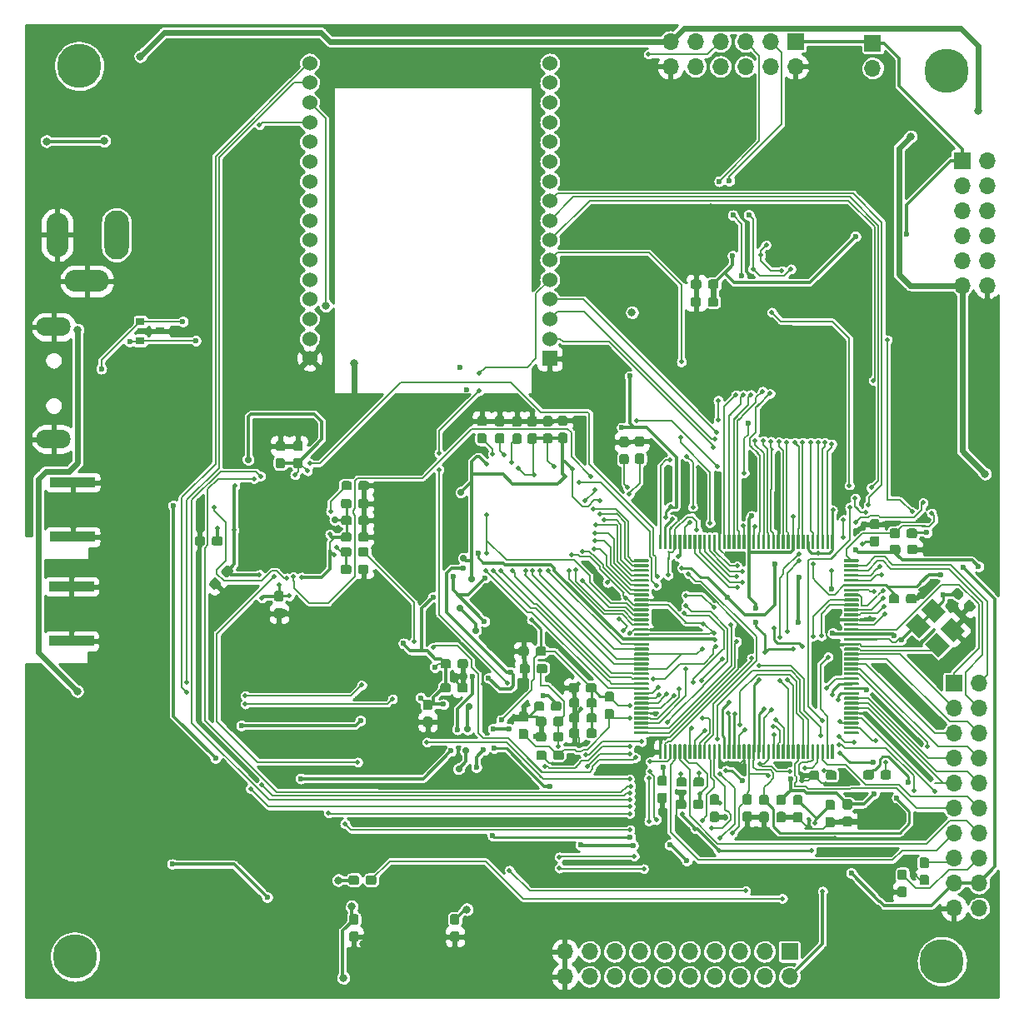
<source format=gbl>
G04 #@! TF.GenerationSoftware,KiCad,Pcbnew,6.0.0-unknown-cbea514~86~ubuntu18.04.1*
G04 #@! TF.CreationDate,2019-06-12T12:50:56-05:00*
G04 #@! TF.ProjectId,power,706f7765-722e-46b6-9963-61645f706362,rev?*
G04 #@! TF.SameCoordinates,Original*
G04 #@! TF.FileFunction,Copper,L2,Bot*
G04 #@! TF.FilePolarity,Positive*
%FSLAX46Y46*%
G04 Gerber Fmt 4.6, Leading zero omitted, Abs format (unit mm)*
G04 Created by KiCad (PCBNEW 6.0.0-unknown-cbea514~86~ubuntu18.04.1) date 2019-06-12 12:50:56*
%MOMM*%
%LPD*%
G04 APERTURE LIST*
%ADD10O,4.500000X2.250000*%
%ADD11O,2.250000X4.500000*%
%ADD12O,2.500000X5.000000*%
%ADD13C,0.150000*%
%ADD14C,0.950000*%
%ADD15C,0.300000*%
%ADD16O,1.700000X1.700000*%
%ADD17R,1.700000X1.700000*%
%ADD18C,1.524000*%
%ADD19R,1.524000X1.524000*%
%ADD20C,1.650000*%
%ADD21R,4.560000X1.000000*%
%ADD22O,3.500000X1.900000*%
%ADD23C,4.500000*%
%ADD24R,0.900000X0.800000*%
%ADD25C,0.600000*%
%ADD26C,0.800000*%
%ADD27C,0.500000*%
%ADD28C,0.700000*%
%ADD29C,0.160000*%
%ADD30C,0.250000*%
%ADD31C,0.300000*%
%ADD32C,0.600000*%
%ADD33C,0.200000*%
G04 APERTURE END LIST*
D10*
X57861200Y-41630600D03*
D11*
X54861200Y-36930600D03*
D12*
X60861200Y-36930600D03*
D13*
G36*
X132145360Y-91422413D02*
G01*
X132225257Y-91480461D01*
X132274636Y-91565988D01*
X132286260Y-91639380D01*
X132286260Y-92114380D01*
X132265727Y-92210980D01*
X132207679Y-92290877D01*
X132122152Y-92340256D01*
X132048760Y-92351880D01*
X131473760Y-92351880D01*
X131377160Y-92331347D01*
X131297263Y-92273299D01*
X131247884Y-92187772D01*
X131236260Y-92114380D01*
X131236260Y-91639380D01*
X131256793Y-91542780D01*
X131314841Y-91462883D01*
X131400368Y-91413504D01*
X131473760Y-91401880D01*
X132048760Y-91401880D01*
X132145360Y-91422413D01*
X132145360Y-91422413D01*
G37*
D14*
X131761260Y-91876880D03*
D13*
G36*
X133895360Y-91422413D02*
G01*
X133975257Y-91480461D01*
X134024636Y-91565988D01*
X134036260Y-91639380D01*
X134036260Y-92114380D01*
X134015727Y-92210980D01*
X133957679Y-92290877D01*
X133872152Y-92340256D01*
X133798760Y-92351880D01*
X133223760Y-92351880D01*
X133127160Y-92331347D01*
X133047263Y-92273299D01*
X132997884Y-92187772D01*
X132986260Y-92114380D01*
X132986260Y-91639380D01*
X133006793Y-91542780D01*
X133064841Y-91462883D01*
X133150368Y-91413504D01*
X133223760Y-91401880D01*
X133798760Y-91401880D01*
X133895360Y-91422413D01*
X133895360Y-91422413D01*
G37*
D14*
X133511260Y-91876880D03*
D13*
G36*
X114946307Y-69910676D02*
G01*
X114968274Y-69963709D01*
X114968274Y-70113709D01*
X114946307Y-70166742D01*
X114893274Y-70188709D01*
X113568274Y-70188709D01*
X113515241Y-70166742D01*
X113493274Y-70113709D01*
X113493274Y-69963709D01*
X113515241Y-69910676D01*
X113568274Y-69888709D01*
X114893274Y-69888709D01*
X114946307Y-69910676D01*
X114946307Y-69910676D01*
G37*
D15*
X114230774Y-70038709D03*
D13*
G36*
X114946307Y-70410676D02*
G01*
X114968274Y-70463709D01*
X114968274Y-70613709D01*
X114946307Y-70666742D01*
X114893274Y-70688709D01*
X113568274Y-70688709D01*
X113515241Y-70666742D01*
X113493274Y-70613709D01*
X113493274Y-70463709D01*
X113515241Y-70410676D01*
X113568274Y-70388709D01*
X114893274Y-70388709D01*
X114946307Y-70410676D01*
X114946307Y-70410676D01*
G37*
D15*
X114230774Y-70538709D03*
D13*
G36*
X114946307Y-70910676D02*
G01*
X114968274Y-70963709D01*
X114968274Y-71113709D01*
X114946307Y-71166742D01*
X114893274Y-71188709D01*
X113568274Y-71188709D01*
X113515241Y-71166742D01*
X113493274Y-71113709D01*
X113493274Y-70963709D01*
X113515241Y-70910676D01*
X113568274Y-70888709D01*
X114893274Y-70888709D01*
X114946307Y-70910676D01*
X114946307Y-70910676D01*
G37*
D15*
X114230774Y-71038709D03*
D13*
G36*
X114946307Y-71410676D02*
G01*
X114968274Y-71463709D01*
X114968274Y-71613709D01*
X114946307Y-71666742D01*
X114893274Y-71688709D01*
X113568274Y-71688709D01*
X113515241Y-71666742D01*
X113493274Y-71613709D01*
X113493274Y-71463709D01*
X113515241Y-71410676D01*
X113568274Y-71388709D01*
X114893274Y-71388709D01*
X114946307Y-71410676D01*
X114946307Y-71410676D01*
G37*
D15*
X114230774Y-71538709D03*
D13*
G36*
X114946307Y-71910676D02*
G01*
X114968274Y-71963709D01*
X114968274Y-72113709D01*
X114946307Y-72166742D01*
X114893274Y-72188709D01*
X113568274Y-72188709D01*
X113515241Y-72166742D01*
X113493274Y-72113709D01*
X113493274Y-71963709D01*
X113515241Y-71910676D01*
X113568274Y-71888709D01*
X114893274Y-71888709D01*
X114946307Y-71910676D01*
X114946307Y-71910676D01*
G37*
D15*
X114230774Y-72038709D03*
D13*
G36*
X114946307Y-72410676D02*
G01*
X114968274Y-72463709D01*
X114968274Y-72613709D01*
X114946307Y-72666742D01*
X114893274Y-72688709D01*
X113568274Y-72688709D01*
X113515241Y-72666742D01*
X113493274Y-72613709D01*
X113493274Y-72463709D01*
X113515241Y-72410676D01*
X113568274Y-72388709D01*
X114893274Y-72388709D01*
X114946307Y-72410676D01*
X114946307Y-72410676D01*
G37*
D15*
X114230774Y-72538709D03*
D13*
G36*
X114946307Y-72910676D02*
G01*
X114968274Y-72963709D01*
X114968274Y-73113709D01*
X114946307Y-73166742D01*
X114893274Y-73188709D01*
X113568274Y-73188709D01*
X113515241Y-73166742D01*
X113493274Y-73113709D01*
X113493274Y-72963709D01*
X113515241Y-72910676D01*
X113568274Y-72888709D01*
X114893274Y-72888709D01*
X114946307Y-72910676D01*
X114946307Y-72910676D01*
G37*
D15*
X114230774Y-73038709D03*
D13*
G36*
X114946307Y-73410676D02*
G01*
X114968274Y-73463709D01*
X114968274Y-73613709D01*
X114946307Y-73666742D01*
X114893274Y-73688709D01*
X113568274Y-73688709D01*
X113515241Y-73666742D01*
X113493274Y-73613709D01*
X113493274Y-73463709D01*
X113515241Y-73410676D01*
X113568274Y-73388709D01*
X114893274Y-73388709D01*
X114946307Y-73410676D01*
X114946307Y-73410676D01*
G37*
D15*
X114230774Y-73538709D03*
D13*
G36*
X114946307Y-73910676D02*
G01*
X114968274Y-73963709D01*
X114968274Y-74113709D01*
X114946307Y-74166742D01*
X114893274Y-74188709D01*
X113568274Y-74188709D01*
X113515241Y-74166742D01*
X113493274Y-74113709D01*
X113493274Y-73963709D01*
X113515241Y-73910676D01*
X113568274Y-73888709D01*
X114893274Y-73888709D01*
X114946307Y-73910676D01*
X114946307Y-73910676D01*
G37*
D15*
X114230774Y-74038709D03*
D13*
G36*
X114946307Y-74410676D02*
G01*
X114968274Y-74463709D01*
X114968274Y-74613709D01*
X114946307Y-74666742D01*
X114893274Y-74688709D01*
X113568274Y-74688709D01*
X113515241Y-74666742D01*
X113493274Y-74613709D01*
X113493274Y-74463709D01*
X113515241Y-74410676D01*
X113568274Y-74388709D01*
X114893274Y-74388709D01*
X114946307Y-74410676D01*
X114946307Y-74410676D01*
G37*
D15*
X114230774Y-74538709D03*
D13*
G36*
X114946307Y-74910676D02*
G01*
X114968274Y-74963709D01*
X114968274Y-75113709D01*
X114946307Y-75166742D01*
X114893274Y-75188709D01*
X113568274Y-75188709D01*
X113515241Y-75166742D01*
X113493274Y-75113709D01*
X113493274Y-74963709D01*
X113515241Y-74910676D01*
X113568274Y-74888709D01*
X114893274Y-74888709D01*
X114946307Y-74910676D01*
X114946307Y-74910676D01*
G37*
D15*
X114230774Y-75038709D03*
D13*
G36*
X114946307Y-75410676D02*
G01*
X114968274Y-75463709D01*
X114968274Y-75613709D01*
X114946307Y-75666742D01*
X114893274Y-75688709D01*
X113568274Y-75688709D01*
X113515241Y-75666742D01*
X113493274Y-75613709D01*
X113493274Y-75463709D01*
X113515241Y-75410676D01*
X113568274Y-75388709D01*
X114893274Y-75388709D01*
X114946307Y-75410676D01*
X114946307Y-75410676D01*
G37*
D15*
X114230774Y-75538709D03*
D13*
G36*
X114946307Y-75910676D02*
G01*
X114968274Y-75963709D01*
X114968274Y-76113709D01*
X114946307Y-76166742D01*
X114893274Y-76188709D01*
X113568274Y-76188709D01*
X113515241Y-76166742D01*
X113493274Y-76113709D01*
X113493274Y-75963709D01*
X113515241Y-75910676D01*
X113568274Y-75888709D01*
X114893274Y-75888709D01*
X114946307Y-75910676D01*
X114946307Y-75910676D01*
G37*
D15*
X114230774Y-76038709D03*
D13*
G36*
X114946307Y-76410676D02*
G01*
X114968274Y-76463709D01*
X114968274Y-76613709D01*
X114946307Y-76666742D01*
X114893274Y-76688709D01*
X113568274Y-76688709D01*
X113515241Y-76666742D01*
X113493274Y-76613709D01*
X113493274Y-76463709D01*
X113515241Y-76410676D01*
X113568274Y-76388709D01*
X114893274Y-76388709D01*
X114946307Y-76410676D01*
X114946307Y-76410676D01*
G37*
D15*
X114230774Y-76538709D03*
D13*
G36*
X114946307Y-76910676D02*
G01*
X114968274Y-76963709D01*
X114968274Y-77113709D01*
X114946307Y-77166742D01*
X114893274Y-77188709D01*
X113568274Y-77188709D01*
X113515241Y-77166742D01*
X113493274Y-77113709D01*
X113493274Y-76963709D01*
X113515241Y-76910676D01*
X113568274Y-76888709D01*
X114893274Y-76888709D01*
X114946307Y-76910676D01*
X114946307Y-76910676D01*
G37*
D15*
X114230774Y-77038709D03*
D13*
G36*
X114946307Y-77410676D02*
G01*
X114968274Y-77463709D01*
X114968274Y-77613709D01*
X114946307Y-77666742D01*
X114893274Y-77688709D01*
X113568274Y-77688709D01*
X113515241Y-77666742D01*
X113493274Y-77613709D01*
X113493274Y-77463709D01*
X113515241Y-77410676D01*
X113568274Y-77388709D01*
X114893274Y-77388709D01*
X114946307Y-77410676D01*
X114946307Y-77410676D01*
G37*
D15*
X114230774Y-77538709D03*
D13*
G36*
X114946307Y-77910676D02*
G01*
X114968274Y-77963709D01*
X114968274Y-78113709D01*
X114946307Y-78166742D01*
X114893274Y-78188709D01*
X113568274Y-78188709D01*
X113515241Y-78166742D01*
X113493274Y-78113709D01*
X113493274Y-77963709D01*
X113515241Y-77910676D01*
X113568274Y-77888709D01*
X114893274Y-77888709D01*
X114946307Y-77910676D01*
X114946307Y-77910676D01*
G37*
D15*
X114230774Y-78038709D03*
D13*
G36*
X114946307Y-78410676D02*
G01*
X114968274Y-78463709D01*
X114968274Y-78613709D01*
X114946307Y-78666742D01*
X114893274Y-78688709D01*
X113568274Y-78688709D01*
X113515241Y-78666742D01*
X113493274Y-78613709D01*
X113493274Y-78463709D01*
X113515241Y-78410676D01*
X113568274Y-78388709D01*
X114893274Y-78388709D01*
X114946307Y-78410676D01*
X114946307Y-78410676D01*
G37*
D15*
X114230774Y-78538709D03*
D13*
G36*
X114946307Y-78910676D02*
G01*
X114968274Y-78963709D01*
X114968274Y-79113709D01*
X114946307Y-79166742D01*
X114893274Y-79188709D01*
X113568274Y-79188709D01*
X113515241Y-79166742D01*
X113493274Y-79113709D01*
X113493274Y-78963709D01*
X113515241Y-78910676D01*
X113568274Y-78888709D01*
X114893274Y-78888709D01*
X114946307Y-78910676D01*
X114946307Y-78910676D01*
G37*
D15*
X114230774Y-79038709D03*
D13*
G36*
X114946307Y-79410676D02*
G01*
X114968274Y-79463709D01*
X114968274Y-79613709D01*
X114946307Y-79666742D01*
X114893274Y-79688709D01*
X113568274Y-79688709D01*
X113515241Y-79666742D01*
X113493274Y-79613709D01*
X113493274Y-79463709D01*
X113515241Y-79410676D01*
X113568274Y-79388709D01*
X114893274Y-79388709D01*
X114946307Y-79410676D01*
X114946307Y-79410676D01*
G37*
D15*
X114230774Y-79538709D03*
D13*
G36*
X114946307Y-79910676D02*
G01*
X114968274Y-79963709D01*
X114968274Y-80113709D01*
X114946307Y-80166742D01*
X114893274Y-80188709D01*
X113568274Y-80188709D01*
X113515241Y-80166742D01*
X113493274Y-80113709D01*
X113493274Y-79963709D01*
X113515241Y-79910676D01*
X113568274Y-79888709D01*
X114893274Y-79888709D01*
X114946307Y-79910676D01*
X114946307Y-79910676D01*
G37*
D15*
X114230774Y-80038709D03*
D13*
G36*
X114946307Y-80410676D02*
G01*
X114968274Y-80463709D01*
X114968274Y-80613709D01*
X114946307Y-80666742D01*
X114893274Y-80688709D01*
X113568274Y-80688709D01*
X113515241Y-80666742D01*
X113493274Y-80613709D01*
X113493274Y-80463709D01*
X113515241Y-80410676D01*
X113568274Y-80388709D01*
X114893274Y-80388709D01*
X114946307Y-80410676D01*
X114946307Y-80410676D01*
G37*
D15*
X114230774Y-80538709D03*
D13*
G36*
X114946307Y-80910676D02*
G01*
X114968274Y-80963709D01*
X114968274Y-81113709D01*
X114946307Y-81166742D01*
X114893274Y-81188709D01*
X113568274Y-81188709D01*
X113515241Y-81166742D01*
X113493274Y-81113709D01*
X113493274Y-80963709D01*
X113515241Y-80910676D01*
X113568274Y-80888709D01*
X114893274Y-80888709D01*
X114946307Y-80910676D01*
X114946307Y-80910676D01*
G37*
D15*
X114230774Y-81038709D03*
D13*
G36*
X114946307Y-81410676D02*
G01*
X114968274Y-81463709D01*
X114968274Y-81613709D01*
X114946307Y-81666742D01*
X114893274Y-81688709D01*
X113568274Y-81688709D01*
X113515241Y-81666742D01*
X113493274Y-81613709D01*
X113493274Y-81463709D01*
X113515241Y-81410676D01*
X113568274Y-81388709D01*
X114893274Y-81388709D01*
X114946307Y-81410676D01*
X114946307Y-81410676D01*
G37*
D15*
X114230774Y-81538709D03*
D13*
G36*
X114946307Y-81910676D02*
G01*
X114968274Y-81963709D01*
X114968274Y-82113709D01*
X114946307Y-82166742D01*
X114893274Y-82188709D01*
X113568274Y-82188709D01*
X113515241Y-82166742D01*
X113493274Y-82113709D01*
X113493274Y-81963709D01*
X113515241Y-81910676D01*
X113568274Y-81888709D01*
X114893274Y-81888709D01*
X114946307Y-81910676D01*
X114946307Y-81910676D01*
G37*
D15*
X114230774Y-82038709D03*
D13*
G36*
X114946307Y-82410676D02*
G01*
X114968274Y-82463709D01*
X114968274Y-82613709D01*
X114946307Y-82666742D01*
X114893274Y-82688709D01*
X113568274Y-82688709D01*
X113515241Y-82666742D01*
X113493274Y-82613709D01*
X113493274Y-82463709D01*
X113515241Y-82410676D01*
X113568274Y-82388709D01*
X114893274Y-82388709D01*
X114946307Y-82410676D01*
X114946307Y-82410676D01*
G37*
D15*
X114230774Y-82538709D03*
D13*
G36*
X114946307Y-82910676D02*
G01*
X114968274Y-82963709D01*
X114968274Y-83113709D01*
X114946307Y-83166742D01*
X114893274Y-83188709D01*
X113568274Y-83188709D01*
X113515241Y-83166742D01*
X113493274Y-83113709D01*
X113493274Y-82963709D01*
X113515241Y-82910676D01*
X113568274Y-82888709D01*
X114893274Y-82888709D01*
X114946307Y-82910676D01*
X114946307Y-82910676D01*
G37*
D15*
X114230774Y-83038709D03*
D13*
G36*
X114946307Y-83410676D02*
G01*
X114968274Y-83463709D01*
X114968274Y-83613709D01*
X114946307Y-83666742D01*
X114893274Y-83688709D01*
X113568274Y-83688709D01*
X113515241Y-83666742D01*
X113493274Y-83613709D01*
X113493274Y-83463709D01*
X113515241Y-83410676D01*
X113568274Y-83388709D01*
X114893274Y-83388709D01*
X114946307Y-83410676D01*
X114946307Y-83410676D01*
G37*
D15*
X114230774Y-83538709D03*
D13*
G36*
X114946307Y-83910676D02*
G01*
X114968274Y-83963709D01*
X114968274Y-84113709D01*
X114946307Y-84166742D01*
X114893274Y-84188709D01*
X113568274Y-84188709D01*
X113515241Y-84166742D01*
X113493274Y-84113709D01*
X113493274Y-83963709D01*
X113515241Y-83910676D01*
X113568274Y-83888709D01*
X114893274Y-83888709D01*
X114946307Y-83910676D01*
X114946307Y-83910676D01*
G37*
D15*
X114230774Y-84038709D03*
D13*
G36*
X114946307Y-84410676D02*
G01*
X114968274Y-84463709D01*
X114968274Y-84613709D01*
X114946307Y-84666742D01*
X114893274Y-84688709D01*
X113568274Y-84688709D01*
X113515241Y-84666742D01*
X113493274Y-84613709D01*
X113493274Y-84463709D01*
X113515241Y-84410676D01*
X113568274Y-84388709D01*
X114893274Y-84388709D01*
X114946307Y-84410676D01*
X114946307Y-84410676D01*
G37*
D15*
X114230774Y-84538709D03*
D13*
G36*
X114946307Y-84910676D02*
G01*
X114968274Y-84963709D01*
X114968274Y-85113709D01*
X114946307Y-85166742D01*
X114893274Y-85188709D01*
X113568274Y-85188709D01*
X113515241Y-85166742D01*
X113493274Y-85113709D01*
X113493274Y-84963709D01*
X113515241Y-84910676D01*
X113568274Y-84888709D01*
X114893274Y-84888709D01*
X114946307Y-84910676D01*
X114946307Y-84910676D01*
G37*
D15*
X114230774Y-85038709D03*
D13*
G36*
X114946307Y-85410676D02*
G01*
X114968274Y-85463709D01*
X114968274Y-85613709D01*
X114946307Y-85666742D01*
X114893274Y-85688709D01*
X113568274Y-85688709D01*
X113515241Y-85666742D01*
X113493274Y-85613709D01*
X113493274Y-85463709D01*
X113515241Y-85410676D01*
X113568274Y-85388709D01*
X114893274Y-85388709D01*
X114946307Y-85410676D01*
X114946307Y-85410676D01*
G37*
D15*
X114230774Y-85538709D03*
D13*
G36*
X114946307Y-85910676D02*
G01*
X114968274Y-85963709D01*
X114968274Y-86113709D01*
X114946307Y-86166742D01*
X114893274Y-86188709D01*
X113568274Y-86188709D01*
X113515241Y-86166742D01*
X113493274Y-86113709D01*
X113493274Y-85963709D01*
X113515241Y-85910676D01*
X113568274Y-85888709D01*
X114893274Y-85888709D01*
X114946307Y-85910676D01*
X114946307Y-85910676D01*
G37*
D15*
X114230774Y-86038709D03*
D13*
G36*
X114946307Y-86410676D02*
G01*
X114968274Y-86463709D01*
X114968274Y-86613709D01*
X114946307Y-86666742D01*
X114893274Y-86688709D01*
X113568274Y-86688709D01*
X113515241Y-86666742D01*
X113493274Y-86613709D01*
X113493274Y-86463709D01*
X113515241Y-86410676D01*
X113568274Y-86388709D01*
X114893274Y-86388709D01*
X114946307Y-86410676D01*
X114946307Y-86410676D01*
G37*
D15*
X114230774Y-86538709D03*
D13*
G36*
X114946307Y-86910676D02*
G01*
X114968274Y-86963709D01*
X114968274Y-87113709D01*
X114946307Y-87166742D01*
X114893274Y-87188709D01*
X113568274Y-87188709D01*
X113515241Y-87166742D01*
X113493274Y-87113709D01*
X113493274Y-86963709D01*
X113515241Y-86910676D01*
X113568274Y-86888709D01*
X114893274Y-86888709D01*
X114946307Y-86910676D01*
X114946307Y-86910676D01*
G37*
D15*
X114230774Y-87038709D03*
D13*
G36*
X114946307Y-87410676D02*
G01*
X114968274Y-87463709D01*
X114968274Y-87613709D01*
X114946307Y-87666742D01*
X114893274Y-87688709D01*
X113568274Y-87688709D01*
X113515241Y-87666742D01*
X113493274Y-87613709D01*
X113493274Y-87463709D01*
X113515241Y-87410676D01*
X113568274Y-87388709D01*
X114893274Y-87388709D01*
X114946307Y-87410676D01*
X114946307Y-87410676D01*
G37*
D15*
X114230774Y-87538709D03*
D13*
G36*
X116271307Y-88735676D02*
G01*
X116293274Y-88788709D01*
X116293274Y-90113709D01*
X116271307Y-90166742D01*
X116218274Y-90188709D01*
X116068274Y-90188709D01*
X116015241Y-90166742D01*
X115993274Y-90113709D01*
X115993274Y-88788709D01*
X116015241Y-88735676D01*
X116068274Y-88713709D01*
X116218274Y-88713709D01*
X116271307Y-88735676D01*
X116271307Y-88735676D01*
G37*
D15*
X116143274Y-89451209D03*
D13*
G36*
X116771307Y-88735676D02*
G01*
X116793274Y-88788709D01*
X116793274Y-90113709D01*
X116771307Y-90166742D01*
X116718274Y-90188709D01*
X116568274Y-90188709D01*
X116515241Y-90166742D01*
X116493274Y-90113709D01*
X116493274Y-88788709D01*
X116515241Y-88735676D01*
X116568274Y-88713709D01*
X116718274Y-88713709D01*
X116771307Y-88735676D01*
X116771307Y-88735676D01*
G37*
D15*
X116643274Y-89451209D03*
D13*
G36*
X117271307Y-88735676D02*
G01*
X117293274Y-88788709D01*
X117293274Y-90113709D01*
X117271307Y-90166742D01*
X117218274Y-90188709D01*
X117068274Y-90188709D01*
X117015241Y-90166742D01*
X116993274Y-90113709D01*
X116993274Y-88788709D01*
X117015241Y-88735676D01*
X117068274Y-88713709D01*
X117218274Y-88713709D01*
X117271307Y-88735676D01*
X117271307Y-88735676D01*
G37*
D15*
X117143274Y-89451209D03*
D13*
G36*
X117771307Y-88735676D02*
G01*
X117793274Y-88788709D01*
X117793274Y-90113709D01*
X117771307Y-90166742D01*
X117718274Y-90188709D01*
X117568274Y-90188709D01*
X117515241Y-90166742D01*
X117493274Y-90113709D01*
X117493274Y-88788709D01*
X117515241Y-88735676D01*
X117568274Y-88713709D01*
X117718274Y-88713709D01*
X117771307Y-88735676D01*
X117771307Y-88735676D01*
G37*
D15*
X117643274Y-89451209D03*
D13*
G36*
X118271307Y-88735676D02*
G01*
X118293274Y-88788709D01*
X118293274Y-90113709D01*
X118271307Y-90166742D01*
X118218274Y-90188709D01*
X118068274Y-90188709D01*
X118015241Y-90166742D01*
X117993274Y-90113709D01*
X117993274Y-88788709D01*
X118015241Y-88735676D01*
X118068274Y-88713709D01*
X118218274Y-88713709D01*
X118271307Y-88735676D01*
X118271307Y-88735676D01*
G37*
D15*
X118143274Y-89451209D03*
D13*
G36*
X118771307Y-88735676D02*
G01*
X118793274Y-88788709D01*
X118793274Y-90113709D01*
X118771307Y-90166742D01*
X118718274Y-90188709D01*
X118568274Y-90188709D01*
X118515241Y-90166742D01*
X118493274Y-90113709D01*
X118493274Y-88788709D01*
X118515241Y-88735676D01*
X118568274Y-88713709D01*
X118718274Y-88713709D01*
X118771307Y-88735676D01*
X118771307Y-88735676D01*
G37*
D15*
X118643274Y-89451209D03*
D13*
G36*
X119271307Y-88735676D02*
G01*
X119293274Y-88788709D01*
X119293274Y-90113709D01*
X119271307Y-90166742D01*
X119218274Y-90188709D01*
X119068274Y-90188709D01*
X119015241Y-90166742D01*
X118993274Y-90113709D01*
X118993274Y-88788709D01*
X119015241Y-88735676D01*
X119068274Y-88713709D01*
X119218274Y-88713709D01*
X119271307Y-88735676D01*
X119271307Y-88735676D01*
G37*
D15*
X119143274Y-89451209D03*
D13*
G36*
X119771307Y-88735676D02*
G01*
X119793274Y-88788709D01*
X119793274Y-90113709D01*
X119771307Y-90166742D01*
X119718274Y-90188709D01*
X119568274Y-90188709D01*
X119515241Y-90166742D01*
X119493274Y-90113709D01*
X119493274Y-88788709D01*
X119515241Y-88735676D01*
X119568274Y-88713709D01*
X119718274Y-88713709D01*
X119771307Y-88735676D01*
X119771307Y-88735676D01*
G37*
D15*
X119643274Y-89451209D03*
D13*
G36*
X120271307Y-88735676D02*
G01*
X120293274Y-88788709D01*
X120293274Y-90113709D01*
X120271307Y-90166742D01*
X120218274Y-90188709D01*
X120068274Y-90188709D01*
X120015241Y-90166742D01*
X119993274Y-90113709D01*
X119993274Y-88788709D01*
X120015241Y-88735676D01*
X120068274Y-88713709D01*
X120218274Y-88713709D01*
X120271307Y-88735676D01*
X120271307Y-88735676D01*
G37*
D15*
X120143274Y-89451209D03*
D13*
G36*
X120771307Y-88735676D02*
G01*
X120793274Y-88788709D01*
X120793274Y-90113709D01*
X120771307Y-90166742D01*
X120718274Y-90188709D01*
X120568274Y-90188709D01*
X120515241Y-90166742D01*
X120493274Y-90113709D01*
X120493274Y-88788709D01*
X120515241Y-88735676D01*
X120568274Y-88713709D01*
X120718274Y-88713709D01*
X120771307Y-88735676D01*
X120771307Y-88735676D01*
G37*
D15*
X120643274Y-89451209D03*
D13*
G36*
X121271307Y-88735676D02*
G01*
X121293274Y-88788709D01*
X121293274Y-90113709D01*
X121271307Y-90166742D01*
X121218274Y-90188709D01*
X121068274Y-90188709D01*
X121015241Y-90166742D01*
X120993274Y-90113709D01*
X120993274Y-88788709D01*
X121015241Y-88735676D01*
X121068274Y-88713709D01*
X121218274Y-88713709D01*
X121271307Y-88735676D01*
X121271307Y-88735676D01*
G37*
D15*
X121143274Y-89451209D03*
D13*
G36*
X121771307Y-88735676D02*
G01*
X121793274Y-88788709D01*
X121793274Y-90113709D01*
X121771307Y-90166742D01*
X121718274Y-90188709D01*
X121568274Y-90188709D01*
X121515241Y-90166742D01*
X121493274Y-90113709D01*
X121493274Y-88788709D01*
X121515241Y-88735676D01*
X121568274Y-88713709D01*
X121718274Y-88713709D01*
X121771307Y-88735676D01*
X121771307Y-88735676D01*
G37*
D15*
X121643274Y-89451209D03*
D13*
G36*
X122271307Y-88735676D02*
G01*
X122293274Y-88788709D01*
X122293274Y-90113709D01*
X122271307Y-90166742D01*
X122218274Y-90188709D01*
X122068274Y-90188709D01*
X122015241Y-90166742D01*
X121993274Y-90113709D01*
X121993274Y-88788709D01*
X122015241Y-88735676D01*
X122068274Y-88713709D01*
X122218274Y-88713709D01*
X122271307Y-88735676D01*
X122271307Y-88735676D01*
G37*
D15*
X122143274Y-89451209D03*
D13*
G36*
X122771307Y-88735676D02*
G01*
X122793274Y-88788709D01*
X122793274Y-90113709D01*
X122771307Y-90166742D01*
X122718274Y-90188709D01*
X122568274Y-90188709D01*
X122515241Y-90166742D01*
X122493274Y-90113709D01*
X122493274Y-88788709D01*
X122515241Y-88735676D01*
X122568274Y-88713709D01*
X122718274Y-88713709D01*
X122771307Y-88735676D01*
X122771307Y-88735676D01*
G37*
D15*
X122643274Y-89451209D03*
D13*
G36*
X123271307Y-88735676D02*
G01*
X123293274Y-88788709D01*
X123293274Y-90113709D01*
X123271307Y-90166742D01*
X123218274Y-90188709D01*
X123068274Y-90188709D01*
X123015241Y-90166742D01*
X122993274Y-90113709D01*
X122993274Y-88788709D01*
X123015241Y-88735676D01*
X123068274Y-88713709D01*
X123218274Y-88713709D01*
X123271307Y-88735676D01*
X123271307Y-88735676D01*
G37*
D15*
X123143274Y-89451209D03*
D13*
G36*
X123771307Y-88735676D02*
G01*
X123793274Y-88788709D01*
X123793274Y-90113709D01*
X123771307Y-90166742D01*
X123718274Y-90188709D01*
X123568274Y-90188709D01*
X123515241Y-90166742D01*
X123493274Y-90113709D01*
X123493274Y-88788709D01*
X123515241Y-88735676D01*
X123568274Y-88713709D01*
X123718274Y-88713709D01*
X123771307Y-88735676D01*
X123771307Y-88735676D01*
G37*
D15*
X123643274Y-89451209D03*
D13*
G36*
X124271307Y-88735676D02*
G01*
X124293274Y-88788709D01*
X124293274Y-90113709D01*
X124271307Y-90166742D01*
X124218274Y-90188709D01*
X124068274Y-90188709D01*
X124015241Y-90166742D01*
X123993274Y-90113709D01*
X123993274Y-88788709D01*
X124015241Y-88735676D01*
X124068274Y-88713709D01*
X124218274Y-88713709D01*
X124271307Y-88735676D01*
X124271307Y-88735676D01*
G37*
D15*
X124143274Y-89451209D03*
D13*
G36*
X124771307Y-88735676D02*
G01*
X124793274Y-88788709D01*
X124793274Y-90113709D01*
X124771307Y-90166742D01*
X124718274Y-90188709D01*
X124568274Y-90188709D01*
X124515241Y-90166742D01*
X124493274Y-90113709D01*
X124493274Y-88788709D01*
X124515241Y-88735676D01*
X124568274Y-88713709D01*
X124718274Y-88713709D01*
X124771307Y-88735676D01*
X124771307Y-88735676D01*
G37*
D15*
X124643274Y-89451209D03*
D13*
G36*
X125271307Y-88735676D02*
G01*
X125293274Y-88788709D01*
X125293274Y-90113709D01*
X125271307Y-90166742D01*
X125218274Y-90188709D01*
X125068274Y-90188709D01*
X125015241Y-90166742D01*
X124993274Y-90113709D01*
X124993274Y-88788709D01*
X125015241Y-88735676D01*
X125068274Y-88713709D01*
X125218274Y-88713709D01*
X125271307Y-88735676D01*
X125271307Y-88735676D01*
G37*
D15*
X125143274Y-89451209D03*
D13*
G36*
X125771307Y-88735676D02*
G01*
X125793274Y-88788709D01*
X125793274Y-90113709D01*
X125771307Y-90166742D01*
X125718274Y-90188709D01*
X125568274Y-90188709D01*
X125515241Y-90166742D01*
X125493274Y-90113709D01*
X125493274Y-88788709D01*
X125515241Y-88735676D01*
X125568274Y-88713709D01*
X125718274Y-88713709D01*
X125771307Y-88735676D01*
X125771307Y-88735676D01*
G37*
D15*
X125643274Y-89451209D03*
D13*
G36*
X126271307Y-88735676D02*
G01*
X126293274Y-88788709D01*
X126293274Y-90113709D01*
X126271307Y-90166742D01*
X126218274Y-90188709D01*
X126068274Y-90188709D01*
X126015241Y-90166742D01*
X125993274Y-90113709D01*
X125993274Y-88788709D01*
X126015241Y-88735676D01*
X126068274Y-88713709D01*
X126218274Y-88713709D01*
X126271307Y-88735676D01*
X126271307Y-88735676D01*
G37*
D15*
X126143274Y-89451209D03*
D13*
G36*
X126771307Y-88735676D02*
G01*
X126793274Y-88788709D01*
X126793274Y-90113709D01*
X126771307Y-90166742D01*
X126718274Y-90188709D01*
X126568274Y-90188709D01*
X126515241Y-90166742D01*
X126493274Y-90113709D01*
X126493274Y-88788709D01*
X126515241Y-88735676D01*
X126568274Y-88713709D01*
X126718274Y-88713709D01*
X126771307Y-88735676D01*
X126771307Y-88735676D01*
G37*
D15*
X126643274Y-89451209D03*
D13*
G36*
X127271307Y-88735676D02*
G01*
X127293274Y-88788709D01*
X127293274Y-90113709D01*
X127271307Y-90166742D01*
X127218274Y-90188709D01*
X127068274Y-90188709D01*
X127015241Y-90166742D01*
X126993274Y-90113709D01*
X126993274Y-88788709D01*
X127015241Y-88735676D01*
X127068274Y-88713709D01*
X127218274Y-88713709D01*
X127271307Y-88735676D01*
X127271307Y-88735676D01*
G37*
D15*
X127143274Y-89451209D03*
D13*
G36*
X127771307Y-88735676D02*
G01*
X127793274Y-88788709D01*
X127793274Y-90113709D01*
X127771307Y-90166742D01*
X127718274Y-90188709D01*
X127568274Y-90188709D01*
X127515241Y-90166742D01*
X127493274Y-90113709D01*
X127493274Y-88788709D01*
X127515241Y-88735676D01*
X127568274Y-88713709D01*
X127718274Y-88713709D01*
X127771307Y-88735676D01*
X127771307Y-88735676D01*
G37*
D15*
X127643274Y-89451209D03*
D13*
G36*
X128271307Y-88735676D02*
G01*
X128293274Y-88788709D01*
X128293274Y-90113709D01*
X128271307Y-90166742D01*
X128218274Y-90188709D01*
X128068274Y-90188709D01*
X128015241Y-90166742D01*
X127993274Y-90113709D01*
X127993274Y-88788709D01*
X128015241Y-88735676D01*
X128068274Y-88713709D01*
X128218274Y-88713709D01*
X128271307Y-88735676D01*
X128271307Y-88735676D01*
G37*
D15*
X128143274Y-89451209D03*
D13*
G36*
X128771307Y-88735676D02*
G01*
X128793274Y-88788709D01*
X128793274Y-90113709D01*
X128771307Y-90166742D01*
X128718274Y-90188709D01*
X128568274Y-90188709D01*
X128515241Y-90166742D01*
X128493274Y-90113709D01*
X128493274Y-88788709D01*
X128515241Y-88735676D01*
X128568274Y-88713709D01*
X128718274Y-88713709D01*
X128771307Y-88735676D01*
X128771307Y-88735676D01*
G37*
D15*
X128643274Y-89451209D03*
D13*
G36*
X129271307Y-88735676D02*
G01*
X129293274Y-88788709D01*
X129293274Y-90113709D01*
X129271307Y-90166742D01*
X129218274Y-90188709D01*
X129068274Y-90188709D01*
X129015241Y-90166742D01*
X128993274Y-90113709D01*
X128993274Y-88788709D01*
X129015241Y-88735676D01*
X129068274Y-88713709D01*
X129218274Y-88713709D01*
X129271307Y-88735676D01*
X129271307Y-88735676D01*
G37*
D15*
X129143274Y-89451209D03*
D13*
G36*
X129771307Y-88735676D02*
G01*
X129793274Y-88788709D01*
X129793274Y-90113709D01*
X129771307Y-90166742D01*
X129718274Y-90188709D01*
X129568274Y-90188709D01*
X129515241Y-90166742D01*
X129493274Y-90113709D01*
X129493274Y-88788709D01*
X129515241Y-88735676D01*
X129568274Y-88713709D01*
X129718274Y-88713709D01*
X129771307Y-88735676D01*
X129771307Y-88735676D01*
G37*
D15*
X129643274Y-89451209D03*
D13*
G36*
X130271307Y-88735676D02*
G01*
X130293274Y-88788709D01*
X130293274Y-90113709D01*
X130271307Y-90166742D01*
X130218274Y-90188709D01*
X130068274Y-90188709D01*
X130015241Y-90166742D01*
X129993274Y-90113709D01*
X129993274Y-88788709D01*
X130015241Y-88735676D01*
X130068274Y-88713709D01*
X130218274Y-88713709D01*
X130271307Y-88735676D01*
X130271307Y-88735676D01*
G37*
D15*
X130143274Y-89451209D03*
D13*
G36*
X130771307Y-88735676D02*
G01*
X130793274Y-88788709D01*
X130793274Y-90113709D01*
X130771307Y-90166742D01*
X130718274Y-90188709D01*
X130568274Y-90188709D01*
X130515241Y-90166742D01*
X130493274Y-90113709D01*
X130493274Y-88788709D01*
X130515241Y-88735676D01*
X130568274Y-88713709D01*
X130718274Y-88713709D01*
X130771307Y-88735676D01*
X130771307Y-88735676D01*
G37*
D15*
X130643274Y-89451209D03*
D13*
G36*
X131271307Y-88735676D02*
G01*
X131293274Y-88788709D01*
X131293274Y-90113709D01*
X131271307Y-90166742D01*
X131218274Y-90188709D01*
X131068274Y-90188709D01*
X131015241Y-90166742D01*
X130993274Y-90113709D01*
X130993274Y-88788709D01*
X131015241Y-88735676D01*
X131068274Y-88713709D01*
X131218274Y-88713709D01*
X131271307Y-88735676D01*
X131271307Y-88735676D01*
G37*
D15*
X131143274Y-89451209D03*
D13*
G36*
X131771307Y-88735676D02*
G01*
X131793274Y-88788709D01*
X131793274Y-90113709D01*
X131771307Y-90166742D01*
X131718274Y-90188709D01*
X131568274Y-90188709D01*
X131515241Y-90166742D01*
X131493274Y-90113709D01*
X131493274Y-88788709D01*
X131515241Y-88735676D01*
X131568274Y-88713709D01*
X131718274Y-88713709D01*
X131771307Y-88735676D01*
X131771307Y-88735676D01*
G37*
D15*
X131643274Y-89451209D03*
D13*
G36*
X132271307Y-88735676D02*
G01*
X132293274Y-88788709D01*
X132293274Y-90113709D01*
X132271307Y-90166742D01*
X132218274Y-90188709D01*
X132068274Y-90188709D01*
X132015241Y-90166742D01*
X131993274Y-90113709D01*
X131993274Y-88788709D01*
X132015241Y-88735676D01*
X132068274Y-88713709D01*
X132218274Y-88713709D01*
X132271307Y-88735676D01*
X132271307Y-88735676D01*
G37*
D15*
X132143274Y-89451209D03*
D13*
G36*
X132771307Y-88735676D02*
G01*
X132793274Y-88788709D01*
X132793274Y-90113709D01*
X132771307Y-90166742D01*
X132718274Y-90188709D01*
X132568274Y-90188709D01*
X132515241Y-90166742D01*
X132493274Y-90113709D01*
X132493274Y-88788709D01*
X132515241Y-88735676D01*
X132568274Y-88713709D01*
X132718274Y-88713709D01*
X132771307Y-88735676D01*
X132771307Y-88735676D01*
G37*
D15*
X132643274Y-89451209D03*
D13*
G36*
X133271307Y-88735676D02*
G01*
X133293274Y-88788709D01*
X133293274Y-90113709D01*
X133271307Y-90166742D01*
X133218274Y-90188709D01*
X133068274Y-90188709D01*
X133015241Y-90166742D01*
X132993274Y-90113709D01*
X132993274Y-88788709D01*
X133015241Y-88735676D01*
X133068274Y-88713709D01*
X133218274Y-88713709D01*
X133271307Y-88735676D01*
X133271307Y-88735676D01*
G37*
D15*
X133143274Y-89451209D03*
D13*
G36*
X133771307Y-88735676D02*
G01*
X133793274Y-88788709D01*
X133793274Y-90113709D01*
X133771307Y-90166742D01*
X133718274Y-90188709D01*
X133568274Y-90188709D01*
X133515241Y-90166742D01*
X133493274Y-90113709D01*
X133493274Y-88788709D01*
X133515241Y-88735676D01*
X133568274Y-88713709D01*
X133718274Y-88713709D01*
X133771307Y-88735676D01*
X133771307Y-88735676D01*
G37*
D15*
X133643274Y-89451209D03*
D13*
G36*
X136271307Y-87410676D02*
G01*
X136293274Y-87463709D01*
X136293274Y-87613709D01*
X136271307Y-87666742D01*
X136218274Y-87688709D01*
X134893274Y-87688709D01*
X134840241Y-87666742D01*
X134818274Y-87613709D01*
X134818274Y-87463709D01*
X134840241Y-87410676D01*
X134893274Y-87388709D01*
X136218274Y-87388709D01*
X136271307Y-87410676D01*
X136271307Y-87410676D01*
G37*
D15*
X135555774Y-87538709D03*
D13*
G36*
X136271307Y-86910676D02*
G01*
X136293274Y-86963709D01*
X136293274Y-87113709D01*
X136271307Y-87166742D01*
X136218274Y-87188709D01*
X134893274Y-87188709D01*
X134840241Y-87166742D01*
X134818274Y-87113709D01*
X134818274Y-86963709D01*
X134840241Y-86910676D01*
X134893274Y-86888709D01*
X136218274Y-86888709D01*
X136271307Y-86910676D01*
X136271307Y-86910676D01*
G37*
D15*
X135555774Y-87038709D03*
D13*
G36*
X136271307Y-86410676D02*
G01*
X136293274Y-86463709D01*
X136293274Y-86613709D01*
X136271307Y-86666742D01*
X136218274Y-86688709D01*
X134893274Y-86688709D01*
X134840241Y-86666742D01*
X134818274Y-86613709D01*
X134818274Y-86463709D01*
X134840241Y-86410676D01*
X134893274Y-86388709D01*
X136218274Y-86388709D01*
X136271307Y-86410676D01*
X136271307Y-86410676D01*
G37*
D15*
X135555774Y-86538709D03*
D13*
G36*
X136271307Y-85910676D02*
G01*
X136293274Y-85963709D01*
X136293274Y-86113709D01*
X136271307Y-86166742D01*
X136218274Y-86188709D01*
X134893274Y-86188709D01*
X134840241Y-86166742D01*
X134818274Y-86113709D01*
X134818274Y-85963709D01*
X134840241Y-85910676D01*
X134893274Y-85888709D01*
X136218274Y-85888709D01*
X136271307Y-85910676D01*
X136271307Y-85910676D01*
G37*
D15*
X135555774Y-86038709D03*
D13*
G36*
X136271307Y-85410676D02*
G01*
X136293274Y-85463709D01*
X136293274Y-85613709D01*
X136271307Y-85666742D01*
X136218274Y-85688709D01*
X134893274Y-85688709D01*
X134840241Y-85666742D01*
X134818274Y-85613709D01*
X134818274Y-85463709D01*
X134840241Y-85410676D01*
X134893274Y-85388709D01*
X136218274Y-85388709D01*
X136271307Y-85410676D01*
X136271307Y-85410676D01*
G37*
D15*
X135555774Y-85538709D03*
D13*
G36*
X136271307Y-84910676D02*
G01*
X136293274Y-84963709D01*
X136293274Y-85113709D01*
X136271307Y-85166742D01*
X136218274Y-85188709D01*
X134893274Y-85188709D01*
X134840241Y-85166742D01*
X134818274Y-85113709D01*
X134818274Y-84963709D01*
X134840241Y-84910676D01*
X134893274Y-84888709D01*
X136218274Y-84888709D01*
X136271307Y-84910676D01*
X136271307Y-84910676D01*
G37*
D15*
X135555774Y-85038709D03*
D13*
G36*
X136271307Y-84410676D02*
G01*
X136293274Y-84463709D01*
X136293274Y-84613709D01*
X136271307Y-84666742D01*
X136218274Y-84688709D01*
X134893274Y-84688709D01*
X134840241Y-84666742D01*
X134818274Y-84613709D01*
X134818274Y-84463709D01*
X134840241Y-84410676D01*
X134893274Y-84388709D01*
X136218274Y-84388709D01*
X136271307Y-84410676D01*
X136271307Y-84410676D01*
G37*
D15*
X135555774Y-84538709D03*
D13*
G36*
X136271307Y-83910676D02*
G01*
X136293274Y-83963709D01*
X136293274Y-84113709D01*
X136271307Y-84166742D01*
X136218274Y-84188709D01*
X134893274Y-84188709D01*
X134840241Y-84166742D01*
X134818274Y-84113709D01*
X134818274Y-83963709D01*
X134840241Y-83910676D01*
X134893274Y-83888709D01*
X136218274Y-83888709D01*
X136271307Y-83910676D01*
X136271307Y-83910676D01*
G37*
D15*
X135555774Y-84038709D03*
D13*
G36*
X136271307Y-83410676D02*
G01*
X136293274Y-83463709D01*
X136293274Y-83613709D01*
X136271307Y-83666742D01*
X136218274Y-83688709D01*
X134893274Y-83688709D01*
X134840241Y-83666742D01*
X134818274Y-83613709D01*
X134818274Y-83463709D01*
X134840241Y-83410676D01*
X134893274Y-83388709D01*
X136218274Y-83388709D01*
X136271307Y-83410676D01*
X136271307Y-83410676D01*
G37*
D15*
X135555774Y-83538709D03*
D13*
G36*
X136271307Y-82910676D02*
G01*
X136293274Y-82963709D01*
X136293274Y-83113709D01*
X136271307Y-83166742D01*
X136218274Y-83188709D01*
X134893274Y-83188709D01*
X134840241Y-83166742D01*
X134818274Y-83113709D01*
X134818274Y-82963709D01*
X134840241Y-82910676D01*
X134893274Y-82888709D01*
X136218274Y-82888709D01*
X136271307Y-82910676D01*
X136271307Y-82910676D01*
G37*
D15*
X135555774Y-83038709D03*
D13*
G36*
X136271307Y-82410676D02*
G01*
X136293274Y-82463709D01*
X136293274Y-82613709D01*
X136271307Y-82666742D01*
X136218274Y-82688709D01*
X134893274Y-82688709D01*
X134840241Y-82666742D01*
X134818274Y-82613709D01*
X134818274Y-82463709D01*
X134840241Y-82410676D01*
X134893274Y-82388709D01*
X136218274Y-82388709D01*
X136271307Y-82410676D01*
X136271307Y-82410676D01*
G37*
D15*
X135555774Y-82538709D03*
D13*
G36*
X136271307Y-81910676D02*
G01*
X136293274Y-81963709D01*
X136293274Y-82113709D01*
X136271307Y-82166742D01*
X136218274Y-82188709D01*
X134893274Y-82188709D01*
X134840241Y-82166742D01*
X134818274Y-82113709D01*
X134818274Y-81963709D01*
X134840241Y-81910676D01*
X134893274Y-81888709D01*
X136218274Y-81888709D01*
X136271307Y-81910676D01*
X136271307Y-81910676D01*
G37*
D15*
X135555774Y-82038709D03*
D13*
G36*
X136271307Y-81410676D02*
G01*
X136293274Y-81463709D01*
X136293274Y-81613709D01*
X136271307Y-81666742D01*
X136218274Y-81688709D01*
X134893274Y-81688709D01*
X134840241Y-81666742D01*
X134818274Y-81613709D01*
X134818274Y-81463709D01*
X134840241Y-81410676D01*
X134893274Y-81388709D01*
X136218274Y-81388709D01*
X136271307Y-81410676D01*
X136271307Y-81410676D01*
G37*
D15*
X135555774Y-81538709D03*
D13*
G36*
X136271307Y-80910676D02*
G01*
X136293274Y-80963709D01*
X136293274Y-81113709D01*
X136271307Y-81166742D01*
X136218274Y-81188709D01*
X134893274Y-81188709D01*
X134840241Y-81166742D01*
X134818274Y-81113709D01*
X134818274Y-80963709D01*
X134840241Y-80910676D01*
X134893274Y-80888709D01*
X136218274Y-80888709D01*
X136271307Y-80910676D01*
X136271307Y-80910676D01*
G37*
D15*
X135555774Y-81038709D03*
D13*
G36*
X136271307Y-80410676D02*
G01*
X136293274Y-80463709D01*
X136293274Y-80613709D01*
X136271307Y-80666742D01*
X136218274Y-80688709D01*
X134893274Y-80688709D01*
X134840241Y-80666742D01*
X134818274Y-80613709D01*
X134818274Y-80463709D01*
X134840241Y-80410676D01*
X134893274Y-80388709D01*
X136218274Y-80388709D01*
X136271307Y-80410676D01*
X136271307Y-80410676D01*
G37*
D15*
X135555774Y-80538709D03*
D13*
G36*
X136271307Y-79910676D02*
G01*
X136293274Y-79963709D01*
X136293274Y-80113709D01*
X136271307Y-80166742D01*
X136218274Y-80188709D01*
X134893274Y-80188709D01*
X134840241Y-80166742D01*
X134818274Y-80113709D01*
X134818274Y-79963709D01*
X134840241Y-79910676D01*
X134893274Y-79888709D01*
X136218274Y-79888709D01*
X136271307Y-79910676D01*
X136271307Y-79910676D01*
G37*
D15*
X135555774Y-80038709D03*
D13*
G36*
X136271307Y-79410676D02*
G01*
X136293274Y-79463709D01*
X136293274Y-79613709D01*
X136271307Y-79666742D01*
X136218274Y-79688709D01*
X134893274Y-79688709D01*
X134840241Y-79666742D01*
X134818274Y-79613709D01*
X134818274Y-79463709D01*
X134840241Y-79410676D01*
X134893274Y-79388709D01*
X136218274Y-79388709D01*
X136271307Y-79410676D01*
X136271307Y-79410676D01*
G37*
D15*
X135555774Y-79538709D03*
D13*
G36*
X136271307Y-78910676D02*
G01*
X136293274Y-78963709D01*
X136293274Y-79113709D01*
X136271307Y-79166742D01*
X136218274Y-79188709D01*
X134893274Y-79188709D01*
X134840241Y-79166742D01*
X134818274Y-79113709D01*
X134818274Y-78963709D01*
X134840241Y-78910676D01*
X134893274Y-78888709D01*
X136218274Y-78888709D01*
X136271307Y-78910676D01*
X136271307Y-78910676D01*
G37*
D15*
X135555774Y-79038709D03*
D13*
G36*
X136271307Y-78410676D02*
G01*
X136293274Y-78463709D01*
X136293274Y-78613709D01*
X136271307Y-78666742D01*
X136218274Y-78688709D01*
X134893274Y-78688709D01*
X134840241Y-78666742D01*
X134818274Y-78613709D01*
X134818274Y-78463709D01*
X134840241Y-78410676D01*
X134893274Y-78388709D01*
X136218274Y-78388709D01*
X136271307Y-78410676D01*
X136271307Y-78410676D01*
G37*
D15*
X135555774Y-78538709D03*
D13*
G36*
X136271307Y-77910676D02*
G01*
X136293274Y-77963709D01*
X136293274Y-78113709D01*
X136271307Y-78166742D01*
X136218274Y-78188709D01*
X134893274Y-78188709D01*
X134840241Y-78166742D01*
X134818274Y-78113709D01*
X134818274Y-77963709D01*
X134840241Y-77910676D01*
X134893274Y-77888709D01*
X136218274Y-77888709D01*
X136271307Y-77910676D01*
X136271307Y-77910676D01*
G37*
D15*
X135555774Y-78038709D03*
D13*
G36*
X136271307Y-77410676D02*
G01*
X136293274Y-77463709D01*
X136293274Y-77613709D01*
X136271307Y-77666742D01*
X136218274Y-77688709D01*
X134893274Y-77688709D01*
X134840241Y-77666742D01*
X134818274Y-77613709D01*
X134818274Y-77463709D01*
X134840241Y-77410676D01*
X134893274Y-77388709D01*
X136218274Y-77388709D01*
X136271307Y-77410676D01*
X136271307Y-77410676D01*
G37*
D15*
X135555774Y-77538709D03*
D13*
G36*
X136271307Y-76910676D02*
G01*
X136293274Y-76963709D01*
X136293274Y-77113709D01*
X136271307Y-77166742D01*
X136218274Y-77188709D01*
X134893274Y-77188709D01*
X134840241Y-77166742D01*
X134818274Y-77113709D01*
X134818274Y-76963709D01*
X134840241Y-76910676D01*
X134893274Y-76888709D01*
X136218274Y-76888709D01*
X136271307Y-76910676D01*
X136271307Y-76910676D01*
G37*
D15*
X135555774Y-77038709D03*
D13*
G36*
X136271307Y-76410676D02*
G01*
X136293274Y-76463709D01*
X136293274Y-76613709D01*
X136271307Y-76666742D01*
X136218274Y-76688709D01*
X134893274Y-76688709D01*
X134840241Y-76666742D01*
X134818274Y-76613709D01*
X134818274Y-76463709D01*
X134840241Y-76410676D01*
X134893274Y-76388709D01*
X136218274Y-76388709D01*
X136271307Y-76410676D01*
X136271307Y-76410676D01*
G37*
D15*
X135555774Y-76538709D03*
D13*
G36*
X136271307Y-75910676D02*
G01*
X136293274Y-75963709D01*
X136293274Y-76113709D01*
X136271307Y-76166742D01*
X136218274Y-76188709D01*
X134893274Y-76188709D01*
X134840241Y-76166742D01*
X134818274Y-76113709D01*
X134818274Y-75963709D01*
X134840241Y-75910676D01*
X134893274Y-75888709D01*
X136218274Y-75888709D01*
X136271307Y-75910676D01*
X136271307Y-75910676D01*
G37*
D15*
X135555774Y-76038709D03*
D13*
G36*
X136271307Y-75410676D02*
G01*
X136293274Y-75463709D01*
X136293274Y-75613709D01*
X136271307Y-75666742D01*
X136218274Y-75688709D01*
X134893274Y-75688709D01*
X134840241Y-75666742D01*
X134818274Y-75613709D01*
X134818274Y-75463709D01*
X134840241Y-75410676D01*
X134893274Y-75388709D01*
X136218274Y-75388709D01*
X136271307Y-75410676D01*
X136271307Y-75410676D01*
G37*
D15*
X135555774Y-75538709D03*
D13*
G36*
X136271307Y-74910676D02*
G01*
X136293274Y-74963709D01*
X136293274Y-75113709D01*
X136271307Y-75166742D01*
X136218274Y-75188709D01*
X134893274Y-75188709D01*
X134840241Y-75166742D01*
X134818274Y-75113709D01*
X134818274Y-74963709D01*
X134840241Y-74910676D01*
X134893274Y-74888709D01*
X136218274Y-74888709D01*
X136271307Y-74910676D01*
X136271307Y-74910676D01*
G37*
D15*
X135555774Y-75038709D03*
D13*
G36*
X136271307Y-74410676D02*
G01*
X136293274Y-74463709D01*
X136293274Y-74613709D01*
X136271307Y-74666742D01*
X136218274Y-74688709D01*
X134893274Y-74688709D01*
X134840241Y-74666742D01*
X134818274Y-74613709D01*
X134818274Y-74463709D01*
X134840241Y-74410676D01*
X134893274Y-74388709D01*
X136218274Y-74388709D01*
X136271307Y-74410676D01*
X136271307Y-74410676D01*
G37*
D15*
X135555774Y-74538709D03*
D13*
G36*
X136271307Y-73910676D02*
G01*
X136293274Y-73963709D01*
X136293274Y-74113709D01*
X136271307Y-74166742D01*
X136218274Y-74188709D01*
X134893274Y-74188709D01*
X134840241Y-74166742D01*
X134818274Y-74113709D01*
X134818274Y-73963709D01*
X134840241Y-73910676D01*
X134893274Y-73888709D01*
X136218274Y-73888709D01*
X136271307Y-73910676D01*
X136271307Y-73910676D01*
G37*
D15*
X135555774Y-74038709D03*
D13*
G36*
X136271307Y-73410676D02*
G01*
X136293274Y-73463709D01*
X136293274Y-73613709D01*
X136271307Y-73666742D01*
X136218274Y-73688709D01*
X134893274Y-73688709D01*
X134840241Y-73666742D01*
X134818274Y-73613709D01*
X134818274Y-73463709D01*
X134840241Y-73410676D01*
X134893274Y-73388709D01*
X136218274Y-73388709D01*
X136271307Y-73410676D01*
X136271307Y-73410676D01*
G37*
D15*
X135555774Y-73538709D03*
D13*
G36*
X136271307Y-72910676D02*
G01*
X136293274Y-72963709D01*
X136293274Y-73113709D01*
X136271307Y-73166742D01*
X136218274Y-73188709D01*
X134893274Y-73188709D01*
X134840241Y-73166742D01*
X134818274Y-73113709D01*
X134818274Y-72963709D01*
X134840241Y-72910676D01*
X134893274Y-72888709D01*
X136218274Y-72888709D01*
X136271307Y-72910676D01*
X136271307Y-72910676D01*
G37*
D15*
X135555774Y-73038709D03*
D13*
G36*
X136271307Y-72410676D02*
G01*
X136293274Y-72463709D01*
X136293274Y-72613709D01*
X136271307Y-72666742D01*
X136218274Y-72688709D01*
X134893274Y-72688709D01*
X134840241Y-72666742D01*
X134818274Y-72613709D01*
X134818274Y-72463709D01*
X134840241Y-72410676D01*
X134893274Y-72388709D01*
X136218274Y-72388709D01*
X136271307Y-72410676D01*
X136271307Y-72410676D01*
G37*
D15*
X135555774Y-72538709D03*
D13*
G36*
X136271307Y-71910676D02*
G01*
X136293274Y-71963709D01*
X136293274Y-72113709D01*
X136271307Y-72166742D01*
X136218274Y-72188709D01*
X134893274Y-72188709D01*
X134840241Y-72166742D01*
X134818274Y-72113709D01*
X134818274Y-71963709D01*
X134840241Y-71910676D01*
X134893274Y-71888709D01*
X136218274Y-71888709D01*
X136271307Y-71910676D01*
X136271307Y-71910676D01*
G37*
D15*
X135555774Y-72038709D03*
D13*
G36*
X136271307Y-71410676D02*
G01*
X136293274Y-71463709D01*
X136293274Y-71613709D01*
X136271307Y-71666742D01*
X136218274Y-71688709D01*
X134893274Y-71688709D01*
X134840241Y-71666742D01*
X134818274Y-71613709D01*
X134818274Y-71463709D01*
X134840241Y-71410676D01*
X134893274Y-71388709D01*
X136218274Y-71388709D01*
X136271307Y-71410676D01*
X136271307Y-71410676D01*
G37*
D15*
X135555774Y-71538709D03*
D13*
G36*
X136271307Y-70910676D02*
G01*
X136293274Y-70963709D01*
X136293274Y-71113709D01*
X136271307Y-71166742D01*
X136218274Y-71188709D01*
X134893274Y-71188709D01*
X134840241Y-71166742D01*
X134818274Y-71113709D01*
X134818274Y-70963709D01*
X134840241Y-70910676D01*
X134893274Y-70888709D01*
X136218274Y-70888709D01*
X136271307Y-70910676D01*
X136271307Y-70910676D01*
G37*
D15*
X135555774Y-71038709D03*
D13*
G36*
X136271307Y-70410676D02*
G01*
X136293274Y-70463709D01*
X136293274Y-70613709D01*
X136271307Y-70666742D01*
X136218274Y-70688709D01*
X134893274Y-70688709D01*
X134840241Y-70666742D01*
X134818274Y-70613709D01*
X134818274Y-70463709D01*
X134840241Y-70410676D01*
X134893274Y-70388709D01*
X136218274Y-70388709D01*
X136271307Y-70410676D01*
X136271307Y-70410676D01*
G37*
D15*
X135555774Y-70538709D03*
D13*
G36*
X136271307Y-69910676D02*
G01*
X136293274Y-69963709D01*
X136293274Y-70113709D01*
X136271307Y-70166742D01*
X136218274Y-70188709D01*
X134893274Y-70188709D01*
X134840241Y-70166742D01*
X134818274Y-70113709D01*
X134818274Y-69963709D01*
X134840241Y-69910676D01*
X134893274Y-69888709D01*
X136218274Y-69888709D01*
X136271307Y-69910676D01*
X136271307Y-69910676D01*
G37*
D15*
X135555774Y-70038709D03*
D13*
G36*
X133771307Y-67410676D02*
G01*
X133793274Y-67463709D01*
X133793274Y-68788709D01*
X133771307Y-68841742D01*
X133718274Y-68863709D01*
X133568274Y-68863709D01*
X133515241Y-68841742D01*
X133493274Y-68788709D01*
X133493274Y-67463709D01*
X133515241Y-67410676D01*
X133568274Y-67388709D01*
X133718274Y-67388709D01*
X133771307Y-67410676D01*
X133771307Y-67410676D01*
G37*
D15*
X133643274Y-68126209D03*
D13*
G36*
X133271307Y-67410676D02*
G01*
X133293274Y-67463709D01*
X133293274Y-68788709D01*
X133271307Y-68841742D01*
X133218274Y-68863709D01*
X133068274Y-68863709D01*
X133015241Y-68841742D01*
X132993274Y-68788709D01*
X132993274Y-67463709D01*
X133015241Y-67410676D01*
X133068274Y-67388709D01*
X133218274Y-67388709D01*
X133271307Y-67410676D01*
X133271307Y-67410676D01*
G37*
D15*
X133143274Y-68126209D03*
D13*
G36*
X132771307Y-67410676D02*
G01*
X132793274Y-67463709D01*
X132793274Y-68788709D01*
X132771307Y-68841742D01*
X132718274Y-68863709D01*
X132568274Y-68863709D01*
X132515241Y-68841742D01*
X132493274Y-68788709D01*
X132493274Y-67463709D01*
X132515241Y-67410676D01*
X132568274Y-67388709D01*
X132718274Y-67388709D01*
X132771307Y-67410676D01*
X132771307Y-67410676D01*
G37*
D15*
X132643274Y-68126209D03*
D13*
G36*
X132271307Y-67410676D02*
G01*
X132293274Y-67463709D01*
X132293274Y-68788709D01*
X132271307Y-68841742D01*
X132218274Y-68863709D01*
X132068274Y-68863709D01*
X132015241Y-68841742D01*
X131993274Y-68788709D01*
X131993274Y-67463709D01*
X132015241Y-67410676D01*
X132068274Y-67388709D01*
X132218274Y-67388709D01*
X132271307Y-67410676D01*
X132271307Y-67410676D01*
G37*
D15*
X132143274Y-68126209D03*
D13*
G36*
X131771307Y-67410676D02*
G01*
X131793274Y-67463709D01*
X131793274Y-68788709D01*
X131771307Y-68841742D01*
X131718274Y-68863709D01*
X131568274Y-68863709D01*
X131515241Y-68841742D01*
X131493274Y-68788709D01*
X131493274Y-67463709D01*
X131515241Y-67410676D01*
X131568274Y-67388709D01*
X131718274Y-67388709D01*
X131771307Y-67410676D01*
X131771307Y-67410676D01*
G37*
D15*
X131643274Y-68126209D03*
D13*
G36*
X131271307Y-67410676D02*
G01*
X131293274Y-67463709D01*
X131293274Y-68788709D01*
X131271307Y-68841742D01*
X131218274Y-68863709D01*
X131068274Y-68863709D01*
X131015241Y-68841742D01*
X130993274Y-68788709D01*
X130993274Y-67463709D01*
X131015241Y-67410676D01*
X131068274Y-67388709D01*
X131218274Y-67388709D01*
X131271307Y-67410676D01*
X131271307Y-67410676D01*
G37*
D15*
X131143274Y-68126209D03*
D13*
G36*
X130771307Y-67410676D02*
G01*
X130793274Y-67463709D01*
X130793274Y-68788709D01*
X130771307Y-68841742D01*
X130718274Y-68863709D01*
X130568274Y-68863709D01*
X130515241Y-68841742D01*
X130493274Y-68788709D01*
X130493274Y-67463709D01*
X130515241Y-67410676D01*
X130568274Y-67388709D01*
X130718274Y-67388709D01*
X130771307Y-67410676D01*
X130771307Y-67410676D01*
G37*
D15*
X130643274Y-68126209D03*
D13*
G36*
X130271307Y-67410676D02*
G01*
X130293274Y-67463709D01*
X130293274Y-68788709D01*
X130271307Y-68841742D01*
X130218274Y-68863709D01*
X130068274Y-68863709D01*
X130015241Y-68841742D01*
X129993274Y-68788709D01*
X129993274Y-67463709D01*
X130015241Y-67410676D01*
X130068274Y-67388709D01*
X130218274Y-67388709D01*
X130271307Y-67410676D01*
X130271307Y-67410676D01*
G37*
D15*
X130143274Y-68126209D03*
D13*
G36*
X129771307Y-67410676D02*
G01*
X129793274Y-67463709D01*
X129793274Y-68788709D01*
X129771307Y-68841742D01*
X129718274Y-68863709D01*
X129568274Y-68863709D01*
X129515241Y-68841742D01*
X129493274Y-68788709D01*
X129493274Y-67463709D01*
X129515241Y-67410676D01*
X129568274Y-67388709D01*
X129718274Y-67388709D01*
X129771307Y-67410676D01*
X129771307Y-67410676D01*
G37*
D15*
X129643274Y-68126209D03*
D13*
G36*
X129271307Y-67410676D02*
G01*
X129293274Y-67463709D01*
X129293274Y-68788709D01*
X129271307Y-68841742D01*
X129218274Y-68863709D01*
X129068274Y-68863709D01*
X129015241Y-68841742D01*
X128993274Y-68788709D01*
X128993274Y-67463709D01*
X129015241Y-67410676D01*
X129068274Y-67388709D01*
X129218274Y-67388709D01*
X129271307Y-67410676D01*
X129271307Y-67410676D01*
G37*
D15*
X129143274Y-68126209D03*
D13*
G36*
X128771307Y-67410676D02*
G01*
X128793274Y-67463709D01*
X128793274Y-68788709D01*
X128771307Y-68841742D01*
X128718274Y-68863709D01*
X128568274Y-68863709D01*
X128515241Y-68841742D01*
X128493274Y-68788709D01*
X128493274Y-67463709D01*
X128515241Y-67410676D01*
X128568274Y-67388709D01*
X128718274Y-67388709D01*
X128771307Y-67410676D01*
X128771307Y-67410676D01*
G37*
D15*
X128643274Y-68126209D03*
D13*
G36*
X128271307Y-67410676D02*
G01*
X128293274Y-67463709D01*
X128293274Y-68788709D01*
X128271307Y-68841742D01*
X128218274Y-68863709D01*
X128068274Y-68863709D01*
X128015241Y-68841742D01*
X127993274Y-68788709D01*
X127993274Y-67463709D01*
X128015241Y-67410676D01*
X128068274Y-67388709D01*
X128218274Y-67388709D01*
X128271307Y-67410676D01*
X128271307Y-67410676D01*
G37*
D15*
X128143274Y-68126209D03*
D13*
G36*
X127771307Y-67410676D02*
G01*
X127793274Y-67463709D01*
X127793274Y-68788709D01*
X127771307Y-68841742D01*
X127718274Y-68863709D01*
X127568274Y-68863709D01*
X127515241Y-68841742D01*
X127493274Y-68788709D01*
X127493274Y-67463709D01*
X127515241Y-67410676D01*
X127568274Y-67388709D01*
X127718274Y-67388709D01*
X127771307Y-67410676D01*
X127771307Y-67410676D01*
G37*
D15*
X127643274Y-68126209D03*
D13*
G36*
X127271307Y-67410676D02*
G01*
X127293274Y-67463709D01*
X127293274Y-68788709D01*
X127271307Y-68841742D01*
X127218274Y-68863709D01*
X127068274Y-68863709D01*
X127015241Y-68841742D01*
X126993274Y-68788709D01*
X126993274Y-67463709D01*
X127015241Y-67410676D01*
X127068274Y-67388709D01*
X127218274Y-67388709D01*
X127271307Y-67410676D01*
X127271307Y-67410676D01*
G37*
D15*
X127143274Y-68126209D03*
D13*
G36*
X126771307Y-67410676D02*
G01*
X126793274Y-67463709D01*
X126793274Y-68788709D01*
X126771307Y-68841742D01*
X126718274Y-68863709D01*
X126568274Y-68863709D01*
X126515241Y-68841742D01*
X126493274Y-68788709D01*
X126493274Y-67463709D01*
X126515241Y-67410676D01*
X126568274Y-67388709D01*
X126718274Y-67388709D01*
X126771307Y-67410676D01*
X126771307Y-67410676D01*
G37*
D15*
X126643274Y-68126209D03*
D13*
G36*
X126271307Y-67410676D02*
G01*
X126293274Y-67463709D01*
X126293274Y-68788709D01*
X126271307Y-68841742D01*
X126218274Y-68863709D01*
X126068274Y-68863709D01*
X126015241Y-68841742D01*
X125993274Y-68788709D01*
X125993274Y-67463709D01*
X126015241Y-67410676D01*
X126068274Y-67388709D01*
X126218274Y-67388709D01*
X126271307Y-67410676D01*
X126271307Y-67410676D01*
G37*
D15*
X126143274Y-68126209D03*
D13*
G36*
X125771307Y-67410676D02*
G01*
X125793274Y-67463709D01*
X125793274Y-68788709D01*
X125771307Y-68841742D01*
X125718274Y-68863709D01*
X125568274Y-68863709D01*
X125515241Y-68841742D01*
X125493274Y-68788709D01*
X125493274Y-67463709D01*
X125515241Y-67410676D01*
X125568274Y-67388709D01*
X125718274Y-67388709D01*
X125771307Y-67410676D01*
X125771307Y-67410676D01*
G37*
D15*
X125643274Y-68126209D03*
D13*
G36*
X125271307Y-67410676D02*
G01*
X125293274Y-67463709D01*
X125293274Y-68788709D01*
X125271307Y-68841742D01*
X125218274Y-68863709D01*
X125068274Y-68863709D01*
X125015241Y-68841742D01*
X124993274Y-68788709D01*
X124993274Y-67463709D01*
X125015241Y-67410676D01*
X125068274Y-67388709D01*
X125218274Y-67388709D01*
X125271307Y-67410676D01*
X125271307Y-67410676D01*
G37*
D15*
X125143274Y-68126209D03*
D13*
G36*
X124771307Y-67410676D02*
G01*
X124793274Y-67463709D01*
X124793274Y-68788709D01*
X124771307Y-68841742D01*
X124718274Y-68863709D01*
X124568274Y-68863709D01*
X124515241Y-68841742D01*
X124493274Y-68788709D01*
X124493274Y-67463709D01*
X124515241Y-67410676D01*
X124568274Y-67388709D01*
X124718274Y-67388709D01*
X124771307Y-67410676D01*
X124771307Y-67410676D01*
G37*
D15*
X124643274Y-68126209D03*
D13*
G36*
X124271307Y-67410676D02*
G01*
X124293274Y-67463709D01*
X124293274Y-68788709D01*
X124271307Y-68841742D01*
X124218274Y-68863709D01*
X124068274Y-68863709D01*
X124015241Y-68841742D01*
X123993274Y-68788709D01*
X123993274Y-67463709D01*
X124015241Y-67410676D01*
X124068274Y-67388709D01*
X124218274Y-67388709D01*
X124271307Y-67410676D01*
X124271307Y-67410676D01*
G37*
D15*
X124143274Y-68126209D03*
D13*
G36*
X123771307Y-67410676D02*
G01*
X123793274Y-67463709D01*
X123793274Y-68788709D01*
X123771307Y-68841742D01*
X123718274Y-68863709D01*
X123568274Y-68863709D01*
X123515241Y-68841742D01*
X123493274Y-68788709D01*
X123493274Y-67463709D01*
X123515241Y-67410676D01*
X123568274Y-67388709D01*
X123718274Y-67388709D01*
X123771307Y-67410676D01*
X123771307Y-67410676D01*
G37*
D15*
X123643274Y-68126209D03*
D13*
G36*
X123271307Y-67410676D02*
G01*
X123293274Y-67463709D01*
X123293274Y-68788709D01*
X123271307Y-68841742D01*
X123218274Y-68863709D01*
X123068274Y-68863709D01*
X123015241Y-68841742D01*
X122993274Y-68788709D01*
X122993274Y-67463709D01*
X123015241Y-67410676D01*
X123068274Y-67388709D01*
X123218274Y-67388709D01*
X123271307Y-67410676D01*
X123271307Y-67410676D01*
G37*
D15*
X123143274Y-68126209D03*
D13*
G36*
X122771307Y-67410676D02*
G01*
X122793274Y-67463709D01*
X122793274Y-68788709D01*
X122771307Y-68841742D01*
X122718274Y-68863709D01*
X122568274Y-68863709D01*
X122515241Y-68841742D01*
X122493274Y-68788709D01*
X122493274Y-67463709D01*
X122515241Y-67410676D01*
X122568274Y-67388709D01*
X122718274Y-67388709D01*
X122771307Y-67410676D01*
X122771307Y-67410676D01*
G37*
D15*
X122643274Y-68126209D03*
D13*
G36*
X122271307Y-67410676D02*
G01*
X122293274Y-67463709D01*
X122293274Y-68788709D01*
X122271307Y-68841742D01*
X122218274Y-68863709D01*
X122068274Y-68863709D01*
X122015241Y-68841742D01*
X121993274Y-68788709D01*
X121993274Y-67463709D01*
X122015241Y-67410676D01*
X122068274Y-67388709D01*
X122218274Y-67388709D01*
X122271307Y-67410676D01*
X122271307Y-67410676D01*
G37*
D15*
X122143274Y-68126209D03*
D13*
G36*
X121771307Y-67410676D02*
G01*
X121793274Y-67463709D01*
X121793274Y-68788709D01*
X121771307Y-68841742D01*
X121718274Y-68863709D01*
X121568274Y-68863709D01*
X121515241Y-68841742D01*
X121493274Y-68788709D01*
X121493274Y-67463709D01*
X121515241Y-67410676D01*
X121568274Y-67388709D01*
X121718274Y-67388709D01*
X121771307Y-67410676D01*
X121771307Y-67410676D01*
G37*
D15*
X121643274Y-68126209D03*
D13*
G36*
X121271307Y-67410676D02*
G01*
X121293274Y-67463709D01*
X121293274Y-68788709D01*
X121271307Y-68841742D01*
X121218274Y-68863709D01*
X121068274Y-68863709D01*
X121015241Y-68841742D01*
X120993274Y-68788709D01*
X120993274Y-67463709D01*
X121015241Y-67410676D01*
X121068274Y-67388709D01*
X121218274Y-67388709D01*
X121271307Y-67410676D01*
X121271307Y-67410676D01*
G37*
D15*
X121143274Y-68126209D03*
D13*
G36*
X120771307Y-67410676D02*
G01*
X120793274Y-67463709D01*
X120793274Y-68788709D01*
X120771307Y-68841742D01*
X120718274Y-68863709D01*
X120568274Y-68863709D01*
X120515241Y-68841742D01*
X120493274Y-68788709D01*
X120493274Y-67463709D01*
X120515241Y-67410676D01*
X120568274Y-67388709D01*
X120718274Y-67388709D01*
X120771307Y-67410676D01*
X120771307Y-67410676D01*
G37*
D15*
X120643274Y-68126209D03*
D13*
G36*
X120271307Y-67410676D02*
G01*
X120293274Y-67463709D01*
X120293274Y-68788709D01*
X120271307Y-68841742D01*
X120218274Y-68863709D01*
X120068274Y-68863709D01*
X120015241Y-68841742D01*
X119993274Y-68788709D01*
X119993274Y-67463709D01*
X120015241Y-67410676D01*
X120068274Y-67388709D01*
X120218274Y-67388709D01*
X120271307Y-67410676D01*
X120271307Y-67410676D01*
G37*
D15*
X120143274Y-68126209D03*
D13*
G36*
X119771307Y-67410676D02*
G01*
X119793274Y-67463709D01*
X119793274Y-68788709D01*
X119771307Y-68841742D01*
X119718274Y-68863709D01*
X119568274Y-68863709D01*
X119515241Y-68841742D01*
X119493274Y-68788709D01*
X119493274Y-67463709D01*
X119515241Y-67410676D01*
X119568274Y-67388709D01*
X119718274Y-67388709D01*
X119771307Y-67410676D01*
X119771307Y-67410676D01*
G37*
D15*
X119643274Y-68126209D03*
D13*
G36*
X119271307Y-67410676D02*
G01*
X119293274Y-67463709D01*
X119293274Y-68788709D01*
X119271307Y-68841742D01*
X119218274Y-68863709D01*
X119068274Y-68863709D01*
X119015241Y-68841742D01*
X118993274Y-68788709D01*
X118993274Y-67463709D01*
X119015241Y-67410676D01*
X119068274Y-67388709D01*
X119218274Y-67388709D01*
X119271307Y-67410676D01*
X119271307Y-67410676D01*
G37*
D15*
X119143274Y-68126209D03*
D13*
G36*
X118771307Y-67410676D02*
G01*
X118793274Y-67463709D01*
X118793274Y-68788709D01*
X118771307Y-68841742D01*
X118718274Y-68863709D01*
X118568274Y-68863709D01*
X118515241Y-68841742D01*
X118493274Y-68788709D01*
X118493274Y-67463709D01*
X118515241Y-67410676D01*
X118568274Y-67388709D01*
X118718274Y-67388709D01*
X118771307Y-67410676D01*
X118771307Y-67410676D01*
G37*
D15*
X118643274Y-68126209D03*
D13*
G36*
X118271307Y-67410676D02*
G01*
X118293274Y-67463709D01*
X118293274Y-68788709D01*
X118271307Y-68841742D01*
X118218274Y-68863709D01*
X118068274Y-68863709D01*
X118015241Y-68841742D01*
X117993274Y-68788709D01*
X117993274Y-67463709D01*
X118015241Y-67410676D01*
X118068274Y-67388709D01*
X118218274Y-67388709D01*
X118271307Y-67410676D01*
X118271307Y-67410676D01*
G37*
D15*
X118143274Y-68126209D03*
D13*
G36*
X117771307Y-67410676D02*
G01*
X117793274Y-67463709D01*
X117793274Y-68788709D01*
X117771307Y-68841742D01*
X117718274Y-68863709D01*
X117568274Y-68863709D01*
X117515241Y-68841742D01*
X117493274Y-68788709D01*
X117493274Y-67463709D01*
X117515241Y-67410676D01*
X117568274Y-67388709D01*
X117718274Y-67388709D01*
X117771307Y-67410676D01*
X117771307Y-67410676D01*
G37*
D15*
X117643274Y-68126209D03*
D13*
G36*
X117271307Y-67410676D02*
G01*
X117293274Y-67463709D01*
X117293274Y-68788709D01*
X117271307Y-68841742D01*
X117218274Y-68863709D01*
X117068274Y-68863709D01*
X117015241Y-68841742D01*
X116993274Y-68788709D01*
X116993274Y-67463709D01*
X117015241Y-67410676D01*
X117068274Y-67388709D01*
X117218274Y-67388709D01*
X117271307Y-67410676D01*
X117271307Y-67410676D01*
G37*
D15*
X117143274Y-68126209D03*
D13*
G36*
X116771307Y-67410676D02*
G01*
X116793274Y-67463709D01*
X116793274Y-68788709D01*
X116771307Y-68841742D01*
X116718274Y-68863709D01*
X116568274Y-68863709D01*
X116515241Y-68841742D01*
X116493274Y-68788709D01*
X116493274Y-67463709D01*
X116515241Y-67410676D01*
X116568274Y-67388709D01*
X116718274Y-67388709D01*
X116771307Y-67410676D01*
X116771307Y-67410676D01*
G37*
D15*
X116643274Y-68126209D03*
D13*
G36*
X116271307Y-67410676D02*
G01*
X116293274Y-67463709D01*
X116293274Y-68788709D01*
X116271307Y-68841742D01*
X116218274Y-68863709D01*
X116068274Y-68863709D01*
X116015241Y-68841742D01*
X115993274Y-68788709D01*
X115993274Y-67463709D01*
X116015241Y-67410676D01*
X116068274Y-67388709D01*
X116218274Y-67388709D01*
X116271307Y-67410676D01*
X116271307Y-67410676D01*
G37*
D15*
X116143274Y-68126209D03*
D16*
X137728960Y-19989800D03*
D17*
X137728960Y-17449800D03*
D13*
G36*
X104437800Y-89380253D02*
G01*
X104517697Y-89438301D01*
X104567076Y-89523828D01*
X104578700Y-89597220D01*
X104578700Y-90072220D01*
X104558167Y-90168820D01*
X104500119Y-90248717D01*
X104414592Y-90298096D01*
X104341200Y-90309720D01*
X103766200Y-90309720D01*
X103669600Y-90289187D01*
X103589703Y-90231139D01*
X103540324Y-90145612D01*
X103528700Y-90072220D01*
X103528700Y-89597220D01*
X103549233Y-89500620D01*
X103607281Y-89420723D01*
X103692808Y-89371344D01*
X103766200Y-89359720D01*
X104341200Y-89359720D01*
X104437800Y-89380253D01*
X104437800Y-89380253D01*
G37*
D14*
X104053700Y-89834720D03*
D13*
G36*
X106187800Y-89380253D02*
G01*
X106267697Y-89438301D01*
X106317076Y-89523828D01*
X106328700Y-89597220D01*
X106328700Y-90072220D01*
X106308167Y-90168820D01*
X106250119Y-90248717D01*
X106164592Y-90298096D01*
X106091200Y-90309720D01*
X105516200Y-90309720D01*
X105419600Y-90289187D01*
X105339703Y-90231139D01*
X105290324Y-90145612D01*
X105278700Y-90072220D01*
X105278700Y-89597220D01*
X105299233Y-89500620D01*
X105357281Y-89420723D01*
X105442808Y-89371344D01*
X105516200Y-89359720D01*
X106091200Y-89359720D01*
X106187800Y-89380253D01*
X106187800Y-89380253D01*
G37*
D14*
X105803700Y-89834720D03*
D18*
X80504540Y-49489880D03*
X80504540Y-47489880D03*
X80504540Y-45489880D03*
X80504540Y-43489880D03*
X80504540Y-41489880D03*
X80504540Y-39489880D03*
X80504540Y-37489880D03*
X80504540Y-35489880D03*
X80504540Y-33489880D03*
X80504540Y-31489880D03*
X80504540Y-29489880D03*
X80504540Y-27489880D03*
X80504540Y-25489880D03*
X80504540Y-23489880D03*
X80504540Y-21489880D03*
X80504540Y-19489880D03*
X104904540Y-19489880D03*
X104904540Y-21489880D03*
X104904540Y-23489880D03*
X104904540Y-25489880D03*
X104904540Y-27489880D03*
X104904540Y-29489880D03*
X104904540Y-31489880D03*
X104904540Y-33489880D03*
X104904540Y-35489880D03*
X104904540Y-37489880D03*
X104904540Y-39489880D03*
X104904540Y-41489880D03*
X104904540Y-43489880D03*
X104904540Y-45489880D03*
X104904540Y-47489880D03*
D19*
X104904540Y-49489880D03*
D13*
G36*
X107782980Y-85580413D02*
G01*
X107862877Y-85638461D01*
X107912256Y-85723988D01*
X107923880Y-85797380D01*
X107923880Y-86272380D01*
X107903347Y-86368980D01*
X107845299Y-86448877D01*
X107759772Y-86498256D01*
X107686380Y-86509880D01*
X107111380Y-86509880D01*
X107014780Y-86489347D01*
X106934883Y-86431299D01*
X106885504Y-86345772D01*
X106873880Y-86272380D01*
X106873880Y-85797380D01*
X106894413Y-85700780D01*
X106952461Y-85620883D01*
X107037988Y-85571504D01*
X107111380Y-85559880D01*
X107686380Y-85559880D01*
X107782980Y-85580413D01*
X107782980Y-85580413D01*
G37*
D14*
X107398880Y-86034880D03*
D13*
G36*
X109532980Y-85580413D02*
G01*
X109612877Y-85638461D01*
X109662256Y-85723988D01*
X109673880Y-85797380D01*
X109673880Y-86272380D01*
X109653347Y-86368980D01*
X109595299Y-86448877D01*
X109509772Y-86498256D01*
X109436380Y-86509880D01*
X108861380Y-86509880D01*
X108764780Y-86489347D01*
X108684883Y-86431299D01*
X108635504Y-86345772D01*
X108623880Y-86272380D01*
X108623880Y-85797380D01*
X108644413Y-85700780D01*
X108702461Y-85620883D01*
X108787988Y-85571504D01*
X108861380Y-85559880D01*
X109436380Y-85559880D01*
X109532980Y-85580413D01*
X109532980Y-85580413D01*
G37*
D14*
X109148880Y-86034880D03*
D20*
X142346622Y-76674692D03*
D13*
G36*
X141073830Y-76568626D02*
G01*
X142240556Y-75401900D01*
X143619414Y-76780758D01*
X142452688Y-77947484D01*
X141073830Y-76568626D01*
X141073830Y-76568626D01*
G37*
D20*
X144291165Y-78619235D03*
D13*
G36*
X143018373Y-78513169D02*
G01*
X144185099Y-77346443D01*
X145563957Y-78725301D01*
X144397231Y-79892027D01*
X143018373Y-78513169D01*
X143018373Y-78513169D01*
G37*
D20*
X145846800Y-77063600D03*
D13*
G36*
X144574008Y-76957534D02*
G01*
X145740734Y-75790808D01*
X147119592Y-77169666D01*
X145952866Y-78336392D01*
X144574008Y-76957534D01*
X144574008Y-76957534D01*
G37*
D20*
X143902257Y-75119057D03*
D13*
G36*
X142629465Y-75012991D02*
G01*
X143796191Y-73846265D01*
X145175049Y-75225123D01*
X144008323Y-76391849D01*
X142629465Y-75012991D01*
X142629465Y-75012991D01*
G37*
G36*
X118674500Y-92103133D02*
G01*
X118754397Y-92161181D01*
X118803776Y-92246708D01*
X118815400Y-92320100D01*
X118815400Y-92795100D01*
X118794867Y-92891700D01*
X118736819Y-92971597D01*
X118651292Y-93020976D01*
X118577900Y-93032600D01*
X118002900Y-93032600D01*
X117906300Y-93012067D01*
X117826403Y-92954019D01*
X117777024Y-92868492D01*
X117765400Y-92795100D01*
X117765400Y-92320100D01*
X117785933Y-92223500D01*
X117843981Y-92143603D01*
X117929508Y-92094224D01*
X118002900Y-92082600D01*
X118577900Y-92082600D01*
X118674500Y-92103133D01*
X118674500Y-92103133D01*
G37*
D14*
X118290400Y-92557600D03*
D13*
G36*
X120424500Y-92103133D02*
G01*
X120504397Y-92161181D01*
X120553776Y-92246708D01*
X120565400Y-92320100D01*
X120565400Y-92795100D01*
X120544867Y-92891700D01*
X120486819Y-92971597D01*
X120401292Y-93020976D01*
X120327900Y-93032600D01*
X119752900Y-93032600D01*
X119656300Y-93012067D01*
X119576403Y-92954019D01*
X119527024Y-92868492D01*
X119515400Y-92795100D01*
X119515400Y-92320100D01*
X119535933Y-92223500D01*
X119593981Y-92143603D01*
X119679508Y-92094224D01*
X119752900Y-92082600D01*
X120327900Y-92082600D01*
X120424500Y-92103133D01*
X120424500Y-92103133D01*
G37*
D14*
X120040400Y-92557600D03*
D13*
G36*
X85384100Y-102045533D02*
G01*
X85463997Y-102103581D01*
X85513376Y-102189108D01*
X85525000Y-102262500D01*
X85525000Y-102737500D01*
X85504467Y-102834100D01*
X85446419Y-102913997D01*
X85360892Y-102963376D01*
X85287500Y-102975000D01*
X84712500Y-102975000D01*
X84615900Y-102954467D01*
X84536003Y-102896419D01*
X84486624Y-102810892D01*
X84475000Y-102737500D01*
X84475000Y-102262500D01*
X84495533Y-102165900D01*
X84553581Y-102086003D01*
X84639108Y-102036624D01*
X84712500Y-102025000D01*
X85287500Y-102025000D01*
X85384100Y-102045533D01*
X85384100Y-102045533D01*
G37*
D14*
X85000000Y-102500000D03*
D13*
G36*
X87134100Y-102045533D02*
G01*
X87213997Y-102103581D01*
X87263376Y-102189108D01*
X87275000Y-102262500D01*
X87275000Y-102737500D01*
X87254467Y-102834100D01*
X87196419Y-102913997D01*
X87110892Y-102963376D01*
X87037500Y-102975000D01*
X86462500Y-102975000D01*
X86365900Y-102954467D01*
X86286003Y-102896419D01*
X86236624Y-102810892D01*
X86225000Y-102737500D01*
X86225000Y-102262500D01*
X86245533Y-102165900D01*
X86303581Y-102086003D01*
X86389108Y-102036624D01*
X86462500Y-102025000D01*
X87037500Y-102025000D01*
X87134100Y-102045533D01*
X87134100Y-102045533D01*
G37*
D14*
X86750000Y-102500000D03*
D13*
G36*
X95584100Y-105995533D02*
G01*
X95663997Y-106053581D01*
X95713376Y-106139108D01*
X95725000Y-106212500D01*
X95725000Y-106787500D01*
X95704467Y-106884100D01*
X95646419Y-106963997D01*
X95560892Y-107013376D01*
X95487500Y-107025000D01*
X95012500Y-107025000D01*
X94915900Y-107004467D01*
X94836003Y-106946419D01*
X94786624Y-106860892D01*
X94775000Y-106787500D01*
X94775000Y-106212500D01*
X94795533Y-106115900D01*
X94853581Y-106036003D01*
X94939108Y-105986624D01*
X95012500Y-105975000D01*
X95487500Y-105975000D01*
X95584100Y-105995533D01*
X95584100Y-105995533D01*
G37*
D14*
X95250000Y-106500000D03*
D13*
G36*
X95584100Y-107745533D02*
G01*
X95663997Y-107803581D01*
X95713376Y-107889108D01*
X95725000Y-107962500D01*
X95725000Y-108537500D01*
X95704467Y-108634100D01*
X95646419Y-108713997D01*
X95560892Y-108763376D01*
X95487500Y-108775000D01*
X95012500Y-108775000D01*
X94915900Y-108754467D01*
X94836003Y-108696419D01*
X94786624Y-108610892D01*
X94775000Y-108537500D01*
X94775000Y-107962500D01*
X94795533Y-107865900D01*
X94853581Y-107786003D01*
X94939108Y-107736624D01*
X95012500Y-107725000D01*
X95487500Y-107725000D01*
X95584100Y-107745533D01*
X95584100Y-107745533D01*
G37*
D14*
X95250000Y-108250000D03*
D13*
G36*
X85334100Y-105995533D02*
G01*
X85413997Y-106053581D01*
X85463376Y-106139108D01*
X85475000Y-106212500D01*
X85475000Y-106787500D01*
X85454467Y-106884100D01*
X85396419Y-106963997D01*
X85310892Y-107013376D01*
X85237500Y-107025000D01*
X84762500Y-107025000D01*
X84665900Y-107004467D01*
X84586003Y-106946419D01*
X84536624Y-106860892D01*
X84525000Y-106787500D01*
X84525000Y-106212500D01*
X84545533Y-106115900D01*
X84603581Y-106036003D01*
X84689108Y-105986624D01*
X84762500Y-105975000D01*
X85237500Y-105975000D01*
X85334100Y-105995533D01*
X85334100Y-105995533D01*
G37*
D14*
X85000000Y-106500000D03*
D13*
G36*
X85334100Y-107745533D02*
G01*
X85413997Y-107803581D01*
X85463376Y-107889108D01*
X85475000Y-107962500D01*
X85475000Y-108537500D01*
X85454467Y-108634100D01*
X85396419Y-108713997D01*
X85310892Y-108763376D01*
X85237500Y-108775000D01*
X84762500Y-108775000D01*
X84665900Y-108754467D01*
X84586003Y-108696419D01*
X84536624Y-108610892D01*
X84525000Y-108537500D01*
X84525000Y-107962500D01*
X84545533Y-107865900D01*
X84603581Y-107786003D01*
X84689108Y-107736624D01*
X84762500Y-107725000D01*
X85237500Y-107725000D01*
X85334100Y-107745533D01*
X85334100Y-107745533D01*
G37*
D14*
X85000000Y-108250000D03*
D13*
G36*
X142085620Y-66802193D02*
G01*
X142165517Y-66860241D01*
X142214896Y-66945768D01*
X142226520Y-67019160D01*
X142226520Y-67494160D01*
X142205987Y-67590760D01*
X142147939Y-67670657D01*
X142062412Y-67720036D01*
X141989020Y-67731660D01*
X141414020Y-67731660D01*
X141317420Y-67711127D01*
X141237523Y-67653079D01*
X141188144Y-67567552D01*
X141176520Y-67494160D01*
X141176520Y-67019160D01*
X141197053Y-66922560D01*
X141255101Y-66842663D01*
X141340628Y-66793284D01*
X141414020Y-66781660D01*
X141989020Y-66781660D01*
X142085620Y-66802193D01*
X142085620Y-66802193D01*
G37*
D14*
X141701520Y-67256660D03*
D13*
G36*
X140335620Y-66802193D02*
G01*
X140415517Y-66860241D01*
X140464896Y-66945768D01*
X140476520Y-67019160D01*
X140476520Y-67494160D01*
X140455987Y-67590760D01*
X140397939Y-67670657D01*
X140312412Y-67720036D01*
X140239020Y-67731660D01*
X139664020Y-67731660D01*
X139567420Y-67711127D01*
X139487523Y-67653079D01*
X139438144Y-67567552D01*
X139426520Y-67494160D01*
X139426520Y-67019160D01*
X139447053Y-66922560D01*
X139505101Y-66842663D01*
X139590628Y-66793284D01*
X139664020Y-66781660D01*
X140239020Y-66781660D01*
X140335620Y-66802193D01*
X140335620Y-66802193D01*
G37*
D14*
X139951520Y-67256660D03*
D13*
G36*
X139431320Y-91353833D02*
G01*
X139511217Y-91411881D01*
X139560596Y-91497408D01*
X139572220Y-91570800D01*
X139572220Y-92045800D01*
X139551687Y-92142400D01*
X139493639Y-92222297D01*
X139408112Y-92271676D01*
X139334720Y-92283300D01*
X138759720Y-92283300D01*
X138663120Y-92262767D01*
X138583223Y-92204719D01*
X138533844Y-92119192D01*
X138522220Y-92045800D01*
X138522220Y-91570800D01*
X138542753Y-91474200D01*
X138600801Y-91394303D01*
X138686328Y-91344924D01*
X138759720Y-91333300D01*
X139334720Y-91333300D01*
X139431320Y-91353833D01*
X139431320Y-91353833D01*
G37*
D14*
X139047220Y-91808300D03*
D13*
G36*
X137681320Y-91353833D02*
G01*
X137761217Y-91411881D01*
X137810596Y-91497408D01*
X137822220Y-91570800D01*
X137822220Y-92045800D01*
X137801687Y-92142400D01*
X137743639Y-92222297D01*
X137658112Y-92271676D01*
X137584720Y-92283300D01*
X137009720Y-92283300D01*
X136913120Y-92262767D01*
X136833223Y-92204719D01*
X136783844Y-92119192D01*
X136772220Y-92045800D01*
X136772220Y-91570800D01*
X136792753Y-91474200D01*
X136850801Y-91394303D01*
X136936328Y-91344924D01*
X137009720Y-91333300D01*
X137584720Y-91333300D01*
X137681320Y-91353833D01*
X137681320Y-91353833D01*
G37*
D14*
X137297220Y-91808300D03*
D13*
G36*
X112792600Y-59213473D02*
G01*
X112872497Y-59271521D01*
X112921876Y-59357048D01*
X112933500Y-59430440D01*
X112933500Y-60005440D01*
X112912967Y-60102040D01*
X112854919Y-60181937D01*
X112769392Y-60231316D01*
X112696000Y-60242940D01*
X112221000Y-60242940D01*
X112124400Y-60222407D01*
X112044503Y-60164359D01*
X111995124Y-60078832D01*
X111983500Y-60005440D01*
X111983500Y-59430440D01*
X112004033Y-59333840D01*
X112062081Y-59253943D01*
X112147608Y-59204564D01*
X112221000Y-59192940D01*
X112696000Y-59192940D01*
X112792600Y-59213473D01*
X112792600Y-59213473D01*
G37*
D14*
X112458500Y-59717940D03*
D13*
G36*
X112792600Y-57463473D02*
G01*
X112872497Y-57521521D01*
X112921876Y-57607048D01*
X112933500Y-57680440D01*
X112933500Y-58255440D01*
X112912967Y-58352040D01*
X112854919Y-58431937D01*
X112769392Y-58481316D01*
X112696000Y-58492940D01*
X112221000Y-58492940D01*
X112124400Y-58472407D01*
X112044503Y-58414359D01*
X111995124Y-58328832D01*
X111983500Y-58255440D01*
X111983500Y-57680440D01*
X112004033Y-57583840D01*
X112062081Y-57503943D01*
X112147608Y-57454564D01*
X112221000Y-57442940D01*
X112696000Y-57442940D01*
X112792600Y-57463473D01*
X112792600Y-57463473D01*
G37*
D14*
X112458500Y-57967940D03*
D13*
G36*
X114369940Y-59170293D02*
G01*
X114449837Y-59228341D01*
X114499216Y-59313868D01*
X114510840Y-59387260D01*
X114510840Y-59962260D01*
X114490307Y-60058860D01*
X114432259Y-60138757D01*
X114346732Y-60188136D01*
X114273340Y-60199760D01*
X113798340Y-60199760D01*
X113701740Y-60179227D01*
X113621843Y-60121179D01*
X113572464Y-60035652D01*
X113560840Y-59962260D01*
X113560840Y-59387260D01*
X113581373Y-59290660D01*
X113639421Y-59210763D01*
X113724948Y-59161384D01*
X113798340Y-59149760D01*
X114273340Y-59149760D01*
X114369940Y-59170293D01*
X114369940Y-59170293D01*
G37*
D14*
X114035840Y-59674760D03*
D13*
G36*
X114369940Y-57420293D02*
G01*
X114449837Y-57478341D01*
X114499216Y-57563868D01*
X114510840Y-57637260D01*
X114510840Y-58212260D01*
X114490307Y-58308860D01*
X114432259Y-58388757D01*
X114346732Y-58438136D01*
X114273340Y-58449760D01*
X113798340Y-58449760D01*
X113701740Y-58429227D01*
X113621843Y-58371179D01*
X113572464Y-58285652D01*
X113560840Y-58212260D01*
X113560840Y-57637260D01*
X113581373Y-57540660D01*
X113639421Y-57460763D01*
X113724948Y-57411384D01*
X113798340Y-57399760D01*
X114273340Y-57399760D01*
X114369940Y-57420293D01*
X114369940Y-57420293D01*
G37*
D14*
X114035840Y-57924760D03*
D13*
G36*
X111291460Y-85103693D02*
G01*
X111371357Y-85161741D01*
X111420736Y-85247268D01*
X111432360Y-85320660D01*
X111432360Y-85895660D01*
X111411827Y-85992260D01*
X111353779Y-86072157D01*
X111268252Y-86121536D01*
X111194860Y-86133160D01*
X110719860Y-86133160D01*
X110623260Y-86112627D01*
X110543363Y-86054579D01*
X110493984Y-85969052D01*
X110482360Y-85895660D01*
X110482360Y-85320660D01*
X110502893Y-85224060D01*
X110560941Y-85144163D01*
X110646468Y-85094784D01*
X110719860Y-85083160D01*
X111194860Y-85083160D01*
X111291460Y-85103693D01*
X111291460Y-85103693D01*
G37*
D14*
X110957360Y-85608160D03*
D13*
G36*
X111291460Y-83353693D02*
G01*
X111371357Y-83411741D01*
X111420736Y-83497268D01*
X111432360Y-83570660D01*
X111432360Y-84145660D01*
X111411827Y-84242260D01*
X111353779Y-84322157D01*
X111268252Y-84371536D01*
X111194860Y-84383160D01*
X110719860Y-84383160D01*
X110623260Y-84362627D01*
X110543363Y-84304579D01*
X110493984Y-84219052D01*
X110482360Y-84145660D01*
X110482360Y-83570660D01*
X110502893Y-83474060D01*
X110560941Y-83394163D01*
X110646468Y-83344784D01*
X110719860Y-83333160D01*
X111194860Y-83333160D01*
X111291460Y-83353693D01*
X111291460Y-83353693D01*
G37*
D14*
X110957360Y-83858160D03*
D21*
X56321960Y-72675620D03*
X56321960Y-78215620D03*
X56428640Y-62092580D03*
X56428640Y-67632580D03*
D16*
X148521420Y-105356660D03*
X145981420Y-105356660D03*
X148521420Y-102816660D03*
X145981420Y-102816660D03*
X148521420Y-100276660D03*
X145981420Y-100276660D03*
X148521420Y-97736660D03*
X145981420Y-97736660D03*
X148521420Y-95196660D03*
X145981420Y-95196660D03*
X148521420Y-92656660D03*
X145981420Y-92656660D03*
X148521420Y-90116660D03*
X145981420Y-90116660D03*
X148521420Y-87576660D03*
X145981420Y-87576660D03*
X148521420Y-85036660D03*
X145981420Y-85036660D03*
X148521420Y-82496660D03*
D17*
X145981420Y-82496660D03*
D16*
X117167660Y-19832320D03*
X117167660Y-17292320D03*
X119707660Y-19832320D03*
X119707660Y-17292320D03*
X122247660Y-19832320D03*
X122247660Y-17292320D03*
X124787660Y-19832320D03*
X124787660Y-17292320D03*
X127327660Y-19832320D03*
X127327660Y-17292320D03*
X129867660Y-19832320D03*
D17*
X129867660Y-17292320D03*
D16*
X106413300Y-112313720D03*
X106413300Y-109773720D03*
X108953300Y-112313720D03*
X108953300Y-109773720D03*
X111493300Y-112313720D03*
X111493300Y-109773720D03*
X114033300Y-112313720D03*
X114033300Y-109773720D03*
X116573300Y-112313720D03*
X116573300Y-109773720D03*
X119113300Y-112313720D03*
X119113300Y-109773720D03*
X121653300Y-112313720D03*
X121653300Y-109773720D03*
X124193300Y-112313720D03*
X124193300Y-109773720D03*
X126733300Y-112313720D03*
X126733300Y-109773720D03*
X129273300Y-112313720D03*
D17*
X129273300Y-109773720D03*
D16*
X149352000Y-42075100D03*
X146812000Y-42075100D03*
X149352000Y-39535100D03*
X146812000Y-39535100D03*
X149352000Y-36995100D03*
X146812000Y-36995100D03*
X149352000Y-34455100D03*
X146812000Y-34455100D03*
X149352000Y-31915100D03*
X146812000Y-31915100D03*
X149352000Y-29375100D03*
D17*
X146812000Y-29375100D03*
D22*
X54484360Y-57688720D03*
X54484360Y-46288720D03*
D23*
X57099200Y-19789140D03*
X144759680Y-110754160D03*
X145237200Y-20223480D03*
X56664860Y-110302040D03*
D24*
X65296800Y-46720800D03*
X63296800Y-45770800D03*
X63296800Y-47670800D03*
D13*
G36*
X86386034Y-61963418D02*
G01*
X86465931Y-62021466D01*
X86515310Y-62106993D01*
X86526934Y-62180385D01*
X86526934Y-62655385D01*
X86506401Y-62751985D01*
X86448353Y-62831882D01*
X86362826Y-62881261D01*
X86289434Y-62892885D01*
X85714434Y-62892885D01*
X85617834Y-62872352D01*
X85537937Y-62814304D01*
X85488558Y-62728777D01*
X85476934Y-62655385D01*
X85476934Y-62180385D01*
X85497467Y-62083785D01*
X85555515Y-62003888D01*
X85641042Y-61954509D01*
X85714434Y-61942885D01*
X86289434Y-61942885D01*
X86386034Y-61963418D01*
X86386034Y-61963418D01*
G37*
D14*
X86001934Y-62417885D03*
D13*
G36*
X84636034Y-61963418D02*
G01*
X84715931Y-62021466D01*
X84765310Y-62106993D01*
X84776934Y-62180385D01*
X84776934Y-62655385D01*
X84756401Y-62751985D01*
X84698353Y-62831882D01*
X84612826Y-62881261D01*
X84539434Y-62892885D01*
X83964434Y-62892885D01*
X83867834Y-62872352D01*
X83787937Y-62814304D01*
X83738558Y-62728777D01*
X83726934Y-62655385D01*
X83726934Y-62180385D01*
X83747467Y-62083785D01*
X83805515Y-62003888D01*
X83891042Y-61954509D01*
X83964434Y-61942885D01*
X84539434Y-61942885D01*
X84636034Y-61963418D01*
X84636034Y-61963418D01*
G37*
D14*
X84251934Y-62417885D03*
D13*
G36*
X103453020Y-55374293D02*
G01*
X103532917Y-55432341D01*
X103582296Y-55517868D01*
X103593920Y-55591260D01*
X103593920Y-56166260D01*
X103573387Y-56262860D01*
X103515339Y-56342757D01*
X103429812Y-56392136D01*
X103356420Y-56403760D01*
X102881420Y-56403760D01*
X102784820Y-56383227D01*
X102704923Y-56325179D01*
X102655544Y-56239652D01*
X102643920Y-56166260D01*
X102643920Y-55591260D01*
X102664453Y-55494660D01*
X102722501Y-55414763D01*
X102808028Y-55365384D01*
X102881420Y-55353760D01*
X103356420Y-55353760D01*
X103453020Y-55374293D01*
X103453020Y-55374293D01*
G37*
D14*
X103118920Y-55878760D03*
D13*
G36*
X103453020Y-57124293D02*
G01*
X103532917Y-57182341D01*
X103582296Y-57267868D01*
X103593920Y-57341260D01*
X103593920Y-57916260D01*
X103573387Y-58012860D01*
X103515339Y-58092757D01*
X103429812Y-58142136D01*
X103356420Y-58153760D01*
X102881420Y-58153760D01*
X102784820Y-58133227D01*
X102704923Y-58075179D01*
X102655544Y-57989652D01*
X102643920Y-57916260D01*
X102643920Y-57341260D01*
X102664453Y-57244660D01*
X102722501Y-57164763D01*
X102808028Y-57115384D01*
X102881420Y-57103760D01*
X103356420Y-57103760D01*
X103453020Y-57124293D01*
X103453020Y-57124293D01*
G37*
D14*
X103118920Y-57628760D03*
D13*
G36*
X105021703Y-55348453D02*
G01*
X105101600Y-55406501D01*
X105150979Y-55492028D01*
X105162603Y-55565420D01*
X105162603Y-56140420D01*
X105142070Y-56237020D01*
X105084022Y-56316917D01*
X104998495Y-56366296D01*
X104925103Y-56377920D01*
X104450103Y-56377920D01*
X104353503Y-56357387D01*
X104273606Y-56299339D01*
X104224227Y-56213812D01*
X104212603Y-56140420D01*
X104212603Y-55565420D01*
X104233136Y-55468820D01*
X104291184Y-55388923D01*
X104376711Y-55339544D01*
X104450103Y-55327920D01*
X104925103Y-55327920D01*
X105021703Y-55348453D01*
X105021703Y-55348453D01*
G37*
D14*
X104687603Y-55852920D03*
D13*
G36*
X105021703Y-57098453D02*
G01*
X105101600Y-57156501D01*
X105150979Y-57242028D01*
X105162603Y-57315420D01*
X105162603Y-57890420D01*
X105142070Y-57987020D01*
X105084022Y-58066917D01*
X104998495Y-58116296D01*
X104925103Y-58127920D01*
X104450103Y-58127920D01*
X104353503Y-58107387D01*
X104273606Y-58049339D01*
X104224227Y-57963812D01*
X104212603Y-57890420D01*
X104212603Y-57315420D01*
X104233136Y-57218820D01*
X104291184Y-57138923D01*
X104376711Y-57089544D01*
X104450103Y-57077920D01*
X104925103Y-57077920D01*
X105021703Y-57098453D01*
X105021703Y-57098453D01*
G37*
D14*
X104687603Y-57602920D03*
D13*
G36*
X106569899Y-55305348D02*
G01*
X106649796Y-55363396D01*
X106699175Y-55448923D01*
X106710799Y-55522315D01*
X106710799Y-56097315D01*
X106690266Y-56193915D01*
X106632218Y-56273812D01*
X106546691Y-56323191D01*
X106473299Y-56334815D01*
X105998299Y-56334815D01*
X105901699Y-56314282D01*
X105821802Y-56256234D01*
X105772423Y-56170707D01*
X105760799Y-56097315D01*
X105760799Y-55522315D01*
X105781332Y-55425715D01*
X105839380Y-55345818D01*
X105924907Y-55296439D01*
X105998299Y-55284815D01*
X106473299Y-55284815D01*
X106569899Y-55305348D01*
X106569899Y-55305348D01*
G37*
D14*
X106235799Y-55809815D03*
D13*
G36*
X106569899Y-57055348D02*
G01*
X106649796Y-57113396D01*
X106699175Y-57198923D01*
X106710799Y-57272315D01*
X106710799Y-57847315D01*
X106690266Y-57943915D01*
X106632218Y-58023812D01*
X106546691Y-58073191D01*
X106473299Y-58084815D01*
X105998299Y-58084815D01*
X105901699Y-58064282D01*
X105821802Y-58006234D01*
X105772423Y-57920707D01*
X105760799Y-57847315D01*
X105760799Y-57272315D01*
X105781332Y-57175715D01*
X105839380Y-57095818D01*
X105924907Y-57046439D01*
X105998299Y-57034815D01*
X106473299Y-57034815D01*
X106569899Y-57055348D01*
X106569899Y-57055348D01*
G37*
D14*
X106235799Y-57559815D03*
D13*
G36*
X86366277Y-63782818D02*
G01*
X86446174Y-63840866D01*
X86495553Y-63926393D01*
X86507177Y-63999785D01*
X86507177Y-64474785D01*
X86486644Y-64571385D01*
X86428596Y-64651282D01*
X86343069Y-64700661D01*
X86269677Y-64712285D01*
X85694677Y-64712285D01*
X85598077Y-64691752D01*
X85518180Y-64633704D01*
X85468801Y-64548177D01*
X85457177Y-64474785D01*
X85457177Y-63999785D01*
X85477710Y-63903185D01*
X85535758Y-63823288D01*
X85621285Y-63773909D01*
X85694677Y-63762285D01*
X86269677Y-63762285D01*
X86366277Y-63782818D01*
X86366277Y-63782818D01*
G37*
D14*
X85982177Y-64237285D03*
D13*
G36*
X84616277Y-63782818D02*
G01*
X84696174Y-63840866D01*
X84745553Y-63926393D01*
X84757177Y-63999785D01*
X84757177Y-64474785D01*
X84736644Y-64571385D01*
X84678596Y-64651282D01*
X84593069Y-64700661D01*
X84519677Y-64712285D01*
X83944677Y-64712285D01*
X83848077Y-64691752D01*
X83768180Y-64633704D01*
X83718801Y-64548177D01*
X83707177Y-64474785D01*
X83707177Y-63999785D01*
X83727710Y-63903185D01*
X83785758Y-63823288D01*
X83871285Y-63773909D01*
X83944677Y-63762285D01*
X84519677Y-63762285D01*
X84616277Y-63782818D01*
X84616277Y-63782818D01*
G37*
D14*
X84232177Y-64237285D03*
D13*
G36*
X86373784Y-65505231D02*
G01*
X86453681Y-65563279D01*
X86503060Y-65648806D01*
X86514684Y-65722198D01*
X86514684Y-66197198D01*
X86494151Y-66293798D01*
X86436103Y-66373695D01*
X86350576Y-66423074D01*
X86277184Y-66434698D01*
X85702184Y-66434698D01*
X85605584Y-66414165D01*
X85525687Y-66356117D01*
X85476308Y-66270590D01*
X85464684Y-66197198D01*
X85464684Y-65722198D01*
X85485217Y-65625598D01*
X85543265Y-65545701D01*
X85628792Y-65496322D01*
X85702184Y-65484698D01*
X86277184Y-65484698D01*
X86373784Y-65505231D01*
X86373784Y-65505231D01*
G37*
D14*
X85989684Y-65959698D03*
D13*
G36*
X84623784Y-65505231D02*
G01*
X84703681Y-65563279D01*
X84753060Y-65648806D01*
X84764684Y-65722198D01*
X84764684Y-66197198D01*
X84744151Y-66293798D01*
X84686103Y-66373695D01*
X84600576Y-66423074D01*
X84527184Y-66434698D01*
X83952184Y-66434698D01*
X83855584Y-66414165D01*
X83775687Y-66356117D01*
X83726308Y-66270590D01*
X83714684Y-66197198D01*
X83714684Y-65722198D01*
X83735217Y-65625598D01*
X83793265Y-65545701D01*
X83878792Y-65496322D01*
X83952184Y-65484698D01*
X84527184Y-65484698D01*
X84623784Y-65505231D01*
X84623784Y-65505231D01*
G37*
D14*
X84239684Y-65959698D03*
D13*
G36*
X69738860Y-67571813D02*
G01*
X69818757Y-67629861D01*
X69868136Y-67715388D01*
X69879760Y-67788780D01*
X69879760Y-68263780D01*
X69859227Y-68360380D01*
X69801179Y-68440277D01*
X69715652Y-68489656D01*
X69642260Y-68501280D01*
X69067260Y-68501280D01*
X68970660Y-68480747D01*
X68890763Y-68422699D01*
X68841384Y-68337172D01*
X68829760Y-68263780D01*
X68829760Y-67788780D01*
X68850293Y-67692180D01*
X68908341Y-67612283D01*
X68993868Y-67562904D01*
X69067260Y-67551280D01*
X69642260Y-67551280D01*
X69738860Y-67571813D01*
X69738860Y-67571813D01*
G37*
D14*
X69354760Y-68026280D03*
D13*
G36*
X71488860Y-67571813D02*
G01*
X71568757Y-67629861D01*
X71618136Y-67715388D01*
X71629760Y-67788780D01*
X71629760Y-68263780D01*
X71609227Y-68360380D01*
X71551179Y-68440277D01*
X71465652Y-68489656D01*
X71392260Y-68501280D01*
X70817260Y-68501280D01*
X70720660Y-68480747D01*
X70640763Y-68422699D01*
X70591384Y-68337172D01*
X70579760Y-68263780D01*
X70579760Y-67788780D01*
X70600293Y-67692180D01*
X70658341Y-67612283D01*
X70743868Y-67562904D01*
X70817260Y-67551280D01*
X71392260Y-67551280D01*
X71488860Y-67571813D01*
X71488860Y-67571813D01*
G37*
D14*
X71104760Y-68026280D03*
D13*
G36*
X94704050Y-80063438D02*
G01*
X94783947Y-80121486D01*
X94833326Y-80207013D01*
X94844950Y-80280405D01*
X94844950Y-80755405D01*
X94824417Y-80852005D01*
X94766369Y-80931902D01*
X94680842Y-80981281D01*
X94607450Y-80992905D01*
X94032450Y-80992905D01*
X93935850Y-80972372D01*
X93855953Y-80914324D01*
X93806574Y-80828797D01*
X93794950Y-80755405D01*
X93794950Y-80280405D01*
X93815483Y-80183805D01*
X93873531Y-80103908D01*
X93959058Y-80054529D01*
X94032450Y-80042905D01*
X94607450Y-80042905D01*
X94704050Y-80063438D01*
X94704050Y-80063438D01*
G37*
D14*
X94319950Y-80517905D03*
D13*
G36*
X96454050Y-80063438D02*
G01*
X96533947Y-80121486D01*
X96583326Y-80207013D01*
X96594950Y-80280405D01*
X96594950Y-80755405D01*
X96574417Y-80852005D01*
X96516369Y-80931902D01*
X96430842Y-80981281D01*
X96357450Y-80992905D01*
X95782450Y-80992905D01*
X95685850Y-80972372D01*
X95605953Y-80914324D01*
X95556574Y-80828797D01*
X95544950Y-80755405D01*
X95544950Y-80280405D01*
X95565483Y-80183805D01*
X95623531Y-80103908D01*
X95709058Y-80054529D01*
X95782450Y-80042905D01*
X96357450Y-80042905D01*
X96454050Y-80063438D01*
X96454050Y-80063438D01*
G37*
D14*
X96069950Y-80517905D03*
D13*
G36*
X94679120Y-82529873D02*
G01*
X94759017Y-82587921D01*
X94808396Y-82673448D01*
X94820020Y-82746840D01*
X94820020Y-83221840D01*
X94799487Y-83318440D01*
X94741439Y-83398337D01*
X94655912Y-83447716D01*
X94582520Y-83459340D01*
X94007520Y-83459340D01*
X93910920Y-83438807D01*
X93831023Y-83380759D01*
X93781644Y-83295232D01*
X93770020Y-83221840D01*
X93770020Y-82746840D01*
X93790553Y-82650240D01*
X93848601Y-82570343D01*
X93934128Y-82520964D01*
X94007520Y-82509340D01*
X94582520Y-82509340D01*
X94679120Y-82529873D01*
X94679120Y-82529873D01*
G37*
D14*
X94295020Y-82984340D03*
D13*
G36*
X96429120Y-82529873D02*
G01*
X96509017Y-82587921D01*
X96558396Y-82673448D01*
X96570020Y-82746840D01*
X96570020Y-83221840D01*
X96549487Y-83318440D01*
X96491439Y-83398337D01*
X96405912Y-83447716D01*
X96332520Y-83459340D01*
X95757520Y-83459340D01*
X95660920Y-83438807D01*
X95581023Y-83380759D01*
X95531644Y-83295232D01*
X95520020Y-83221840D01*
X95520020Y-82746840D01*
X95540553Y-82650240D01*
X95598601Y-82570343D01*
X95684128Y-82520964D01*
X95757520Y-82509340D01*
X96332520Y-82509340D01*
X96429120Y-82529873D01*
X96429120Y-82529873D01*
G37*
D14*
X96045020Y-82984340D03*
D13*
G36*
X100163720Y-55357813D02*
G01*
X100243617Y-55415861D01*
X100292996Y-55501388D01*
X100304620Y-55574780D01*
X100304620Y-56149780D01*
X100284087Y-56246380D01*
X100226039Y-56326277D01*
X100140512Y-56375656D01*
X100067120Y-56387280D01*
X99592120Y-56387280D01*
X99495520Y-56366747D01*
X99415623Y-56308699D01*
X99366244Y-56223172D01*
X99354620Y-56149780D01*
X99354620Y-55574780D01*
X99375153Y-55478180D01*
X99433201Y-55398283D01*
X99518728Y-55348904D01*
X99592120Y-55337280D01*
X100067120Y-55337280D01*
X100163720Y-55357813D01*
X100163720Y-55357813D01*
G37*
D14*
X99829620Y-55862280D03*
D13*
G36*
X100163720Y-57107813D02*
G01*
X100243617Y-57165861D01*
X100292996Y-57251388D01*
X100304620Y-57324780D01*
X100304620Y-57899780D01*
X100284087Y-57996380D01*
X100226039Y-58076277D01*
X100140512Y-58125656D01*
X100067120Y-58137280D01*
X99592120Y-58137280D01*
X99495520Y-58116747D01*
X99415623Y-58058699D01*
X99366244Y-57973172D01*
X99354620Y-57899780D01*
X99354620Y-57324780D01*
X99375153Y-57228180D01*
X99433201Y-57148283D01*
X99518728Y-57098904D01*
X99592120Y-57087280D01*
X100067120Y-57087280D01*
X100163720Y-57107813D01*
X100163720Y-57107813D01*
G37*
D14*
X99829620Y-57612280D03*
D13*
G36*
X101890920Y-55380613D02*
G01*
X101970817Y-55438661D01*
X102020196Y-55524188D01*
X102031820Y-55597580D01*
X102031820Y-56172580D01*
X102011287Y-56269180D01*
X101953239Y-56349077D01*
X101867712Y-56398456D01*
X101794320Y-56410080D01*
X101319320Y-56410080D01*
X101222720Y-56389547D01*
X101142823Y-56331499D01*
X101093444Y-56245972D01*
X101081820Y-56172580D01*
X101081820Y-55597580D01*
X101102353Y-55500980D01*
X101160401Y-55421083D01*
X101245928Y-55371704D01*
X101319320Y-55360080D01*
X101794320Y-55360080D01*
X101890920Y-55380613D01*
X101890920Y-55380613D01*
G37*
D14*
X101556820Y-55885080D03*
D13*
G36*
X101890920Y-57130613D02*
G01*
X101970817Y-57188661D01*
X102020196Y-57274188D01*
X102031820Y-57347580D01*
X102031820Y-57922580D01*
X102011287Y-58019180D01*
X101953239Y-58099077D01*
X101867712Y-58148456D01*
X101794320Y-58160080D01*
X101319320Y-58160080D01*
X101222720Y-58139547D01*
X101142823Y-58081499D01*
X101093444Y-57995972D01*
X101081820Y-57922580D01*
X101081820Y-57347580D01*
X101102353Y-57250980D01*
X101160401Y-57171083D01*
X101245928Y-57121704D01*
X101319320Y-57110080D01*
X101794320Y-57110080D01*
X101890920Y-57130613D01*
X101890920Y-57130613D01*
G37*
D14*
X101556820Y-57635080D03*
D13*
G36*
X92840900Y-84179133D02*
G01*
X92920797Y-84237181D01*
X92970176Y-84322708D01*
X92981800Y-84396100D01*
X92981800Y-84971100D01*
X92961267Y-85067700D01*
X92903219Y-85147597D01*
X92817692Y-85196976D01*
X92744300Y-85208600D01*
X92269300Y-85208600D01*
X92172700Y-85188067D01*
X92092803Y-85130019D01*
X92043424Y-85044492D01*
X92031800Y-84971100D01*
X92031800Y-84396100D01*
X92052333Y-84299500D01*
X92110381Y-84219603D01*
X92195908Y-84170224D01*
X92269300Y-84158600D01*
X92744300Y-84158600D01*
X92840900Y-84179133D01*
X92840900Y-84179133D01*
G37*
D14*
X92506800Y-84683600D03*
D13*
G36*
X92840900Y-85929133D02*
G01*
X92920797Y-85987181D01*
X92970176Y-86072708D01*
X92981800Y-86146100D01*
X92981800Y-86721100D01*
X92961267Y-86817700D01*
X92903219Y-86897597D01*
X92817692Y-86946976D01*
X92744300Y-86958600D01*
X92269300Y-86958600D01*
X92172700Y-86938067D01*
X92092803Y-86880019D01*
X92043424Y-86794492D01*
X92031800Y-86721100D01*
X92031800Y-86146100D01*
X92052333Y-86049500D01*
X92110381Y-85969603D01*
X92195908Y-85920224D01*
X92269300Y-85908600D01*
X92744300Y-85908600D01*
X92840900Y-85929133D01*
X92840900Y-85929133D01*
G37*
D14*
X92506800Y-86433600D03*
D13*
G36*
X86349100Y-70462333D02*
G01*
X86428997Y-70520381D01*
X86478376Y-70605908D01*
X86490000Y-70679300D01*
X86490000Y-71154300D01*
X86469467Y-71250900D01*
X86411419Y-71330797D01*
X86325892Y-71380176D01*
X86252500Y-71391800D01*
X85677500Y-71391800D01*
X85580900Y-71371267D01*
X85501003Y-71313219D01*
X85451624Y-71227692D01*
X85440000Y-71154300D01*
X85440000Y-70679300D01*
X85460533Y-70582700D01*
X85518581Y-70502803D01*
X85604108Y-70453424D01*
X85677500Y-70441800D01*
X86252500Y-70441800D01*
X86349100Y-70462333D01*
X86349100Y-70462333D01*
G37*
D14*
X85965000Y-70916800D03*
D13*
G36*
X84599100Y-70462333D02*
G01*
X84678997Y-70520381D01*
X84728376Y-70605908D01*
X84740000Y-70679300D01*
X84740000Y-71154300D01*
X84719467Y-71250900D01*
X84661419Y-71330797D01*
X84575892Y-71380176D01*
X84502500Y-71391800D01*
X83927500Y-71391800D01*
X83830900Y-71371267D01*
X83751003Y-71313219D01*
X83701624Y-71227692D01*
X83690000Y-71154300D01*
X83690000Y-70679300D01*
X83710533Y-70582700D01*
X83768581Y-70502803D01*
X83854108Y-70453424D01*
X83927500Y-70441800D01*
X84502500Y-70441800D01*
X84599100Y-70462333D01*
X84599100Y-70462333D01*
G37*
D14*
X84215000Y-70916800D03*
D13*
G36*
X98352700Y-55343813D02*
G01*
X98432597Y-55401861D01*
X98481976Y-55487388D01*
X98493600Y-55560780D01*
X98493600Y-56135780D01*
X98473067Y-56232380D01*
X98415019Y-56312277D01*
X98329492Y-56361656D01*
X98256100Y-56373280D01*
X97781100Y-56373280D01*
X97684500Y-56352747D01*
X97604603Y-56294699D01*
X97555224Y-56209172D01*
X97543600Y-56135780D01*
X97543600Y-55560780D01*
X97564133Y-55464180D01*
X97622181Y-55384283D01*
X97707708Y-55334904D01*
X97781100Y-55323280D01*
X98256100Y-55323280D01*
X98352700Y-55343813D01*
X98352700Y-55343813D01*
G37*
D14*
X98018600Y-55848280D03*
D13*
G36*
X98352700Y-57093813D02*
G01*
X98432597Y-57151861D01*
X98481976Y-57237388D01*
X98493600Y-57310780D01*
X98493600Y-57885780D01*
X98473067Y-57982380D01*
X98415019Y-58062277D01*
X98329492Y-58111656D01*
X98256100Y-58123280D01*
X97781100Y-58123280D01*
X97684500Y-58102747D01*
X97604603Y-58044699D01*
X97555224Y-57959172D01*
X97543600Y-57885780D01*
X97543600Y-57310780D01*
X97564133Y-57214180D01*
X97622181Y-57134283D01*
X97707708Y-57084904D01*
X97781100Y-57073280D01*
X98256100Y-57073280D01*
X98352700Y-57093813D01*
X98352700Y-57093813D01*
G37*
D14*
X98018600Y-57598280D03*
D13*
G36*
X86349100Y-68684333D02*
G01*
X86428997Y-68742381D01*
X86478376Y-68827908D01*
X86490000Y-68901300D01*
X86490000Y-69376300D01*
X86469467Y-69472900D01*
X86411419Y-69552797D01*
X86325892Y-69602176D01*
X86252500Y-69613800D01*
X85677500Y-69613800D01*
X85580900Y-69593267D01*
X85501003Y-69535219D01*
X85451624Y-69449692D01*
X85440000Y-69376300D01*
X85440000Y-68901300D01*
X85460533Y-68804700D01*
X85518581Y-68724803D01*
X85604108Y-68675424D01*
X85677500Y-68663800D01*
X86252500Y-68663800D01*
X86349100Y-68684333D01*
X86349100Y-68684333D01*
G37*
D14*
X85965000Y-69138800D03*
D13*
G36*
X84599100Y-68684333D02*
G01*
X84678997Y-68742381D01*
X84728376Y-68827908D01*
X84740000Y-68901300D01*
X84740000Y-69376300D01*
X84719467Y-69472900D01*
X84661419Y-69552797D01*
X84575892Y-69602176D01*
X84502500Y-69613800D01*
X83927500Y-69613800D01*
X83830900Y-69593267D01*
X83751003Y-69535219D01*
X83701624Y-69449692D01*
X83690000Y-69376300D01*
X83690000Y-68901300D01*
X83710533Y-68804700D01*
X83768581Y-68724803D01*
X83854108Y-68675424D01*
X83927500Y-68663800D01*
X84502500Y-68663800D01*
X84599100Y-68684333D01*
X84599100Y-68684333D01*
G37*
D14*
X84215000Y-69138800D03*
D13*
G36*
X77720280Y-74894133D02*
G01*
X77800177Y-74952181D01*
X77849556Y-75037708D01*
X77861180Y-75111100D01*
X77861180Y-75686100D01*
X77840647Y-75782700D01*
X77782599Y-75862597D01*
X77697072Y-75911976D01*
X77623680Y-75923600D01*
X77148680Y-75923600D01*
X77052080Y-75903067D01*
X76972183Y-75845019D01*
X76922804Y-75759492D01*
X76911180Y-75686100D01*
X76911180Y-75111100D01*
X76931713Y-75014500D01*
X76989761Y-74934603D01*
X77075288Y-74885224D01*
X77148680Y-74873600D01*
X77623680Y-74873600D01*
X77720280Y-74894133D01*
X77720280Y-74894133D01*
G37*
D14*
X77386180Y-75398600D03*
D13*
G36*
X77720280Y-73144133D02*
G01*
X77800177Y-73202181D01*
X77849556Y-73287708D01*
X77861180Y-73361100D01*
X77861180Y-73936100D01*
X77840647Y-74032700D01*
X77782599Y-74112597D01*
X77697072Y-74161976D01*
X77623680Y-74173600D01*
X77148680Y-74173600D01*
X77052080Y-74153067D01*
X76972183Y-74095019D01*
X76922804Y-74009492D01*
X76911180Y-73936100D01*
X76911180Y-73361100D01*
X76931713Y-73264500D01*
X76989761Y-73184603D01*
X77075288Y-73135224D01*
X77148680Y-73123600D01*
X77623680Y-73123600D01*
X77720280Y-73144133D01*
X77720280Y-73144133D01*
G37*
D14*
X77386180Y-73648600D03*
D13*
G36*
X77865060Y-57869873D02*
G01*
X77944957Y-57927921D01*
X77994336Y-58013448D01*
X78005960Y-58086840D01*
X78005960Y-58661840D01*
X77985427Y-58758440D01*
X77927379Y-58838337D01*
X77841852Y-58887716D01*
X77768460Y-58899340D01*
X77293460Y-58899340D01*
X77196860Y-58878807D01*
X77116963Y-58820759D01*
X77067584Y-58735232D01*
X77055960Y-58661840D01*
X77055960Y-58086840D01*
X77076493Y-57990240D01*
X77134541Y-57910343D01*
X77220068Y-57860964D01*
X77293460Y-57849340D01*
X77768460Y-57849340D01*
X77865060Y-57869873D01*
X77865060Y-57869873D01*
G37*
D14*
X77530960Y-58374340D03*
D13*
G36*
X77865060Y-59619873D02*
G01*
X77944957Y-59677921D01*
X77994336Y-59763448D01*
X78005960Y-59836840D01*
X78005960Y-60411840D01*
X77985427Y-60508440D01*
X77927379Y-60588337D01*
X77841852Y-60637716D01*
X77768460Y-60649340D01*
X77293460Y-60649340D01*
X77196860Y-60628807D01*
X77116963Y-60570759D01*
X77067584Y-60485232D01*
X77055960Y-60411840D01*
X77055960Y-59836840D01*
X77076493Y-59740240D01*
X77134541Y-59660343D01*
X77220068Y-59610964D01*
X77293460Y-59599340D01*
X77768460Y-59599340D01*
X77865060Y-59619873D01*
X77865060Y-59619873D01*
G37*
D14*
X77530960Y-60124340D03*
D13*
G36*
X79658300Y-57864733D02*
G01*
X79738197Y-57922781D01*
X79787576Y-58008308D01*
X79799200Y-58081700D01*
X79799200Y-58656700D01*
X79778667Y-58753300D01*
X79720619Y-58833197D01*
X79635092Y-58882576D01*
X79561700Y-58894200D01*
X79086700Y-58894200D01*
X78990100Y-58873667D01*
X78910203Y-58815619D01*
X78860824Y-58730092D01*
X78849200Y-58656700D01*
X78849200Y-58081700D01*
X78869733Y-57985100D01*
X78927781Y-57905203D01*
X79013308Y-57855824D01*
X79086700Y-57844200D01*
X79561700Y-57844200D01*
X79658300Y-57864733D01*
X79658300Y-57864733D01*
G37*
D14*
X79324200Y-58369200D03*
D13*
G36*
X79658300Y-59614733D02*
G01*
X79738197Y-59672781D01*
X79787576Y-59758308D01*
X79799200Y-59831700D01*
X79799200Y-60406700D01*
X79778667Y-60503300D01*
X79720619Y-60583197D01*
X79635092Y-60632576D01*
X79561700Y-60644200D01*
X79086700Y-60644200D01*
X78990100Y-60623667D01*
X78910203Y-60565619D01*
X78860824Y-60480092D01*
X78849200Y-60406700D01*
X78849200Y-59831700D01*
X78869733Y-59735100D01*
X78927781Y-59655203D01*
X79013308Y-59605824D01*
X79086700Y-59594200D01*
X79561700Y-59594200D01*
X79658300Y-59614733D01*
X79658300Y-59614733D01*
G37*
D14*
X79324200Y-60119200D03*
D13*
G36*
X86357960Y-67190813D02*
G01*
X86437857Y-67248861D01*
X86487236Y-67334388D01*
X86498860Y-67407780D01*
X86498860Y-67882780D01*
X86478327Y-67979380D01*
X86420279Y-68059277D01*
X86334752Y-68108656D01*
X86261360Y-68120280D01*
X85686360Y-68120280D01*
X85589760Y-68099747D01*
X85509863Y-68041699D01*
X85460484Y-67956172D01*
X85448860Y-67882780D01*
X85448860Y-67407780D01*
X85469393Y-67311180D01*
X85527441Y-67231283D01*
X85612968Y-67181904D01*
X85686360Y-67170280D01*
X86261360Y-67170280D01*
X86357960Y-67190813D01*
X86357960Y-67190813D01*
G37*
D14*
X85973860Y-67645280D03*
D13*
G36*
X84607960Y-67190813D02*
G01*
X84687857Y-67248861D01*
X84737236Y-67334388D01*
X84748860Y-67407780D01*
X84748860Y-67882780D01*
X84728327Y-67979380D01*
X84670279Y-68059277D01*
X84584752Y-68108656D01*
X84511360Y-68120280D01*
X83936360Y-68120280D01*
X83839760Y-68099747D01*
X83759863Y-68041699D01*
X83710484Y-67956172D01*
X83698860Y-67882780D01*
X83698860Y-67407780D01*
X83719393Y-67311180D01*
X83777441Y-67231283D01*
X83862968Y-67181904D01*
X83936360Y-67170280D01*
X84511360Y-67170280D01*
X84607960Y-67190813D01*
X84607960Y-67190813D01*
G37*
D14*
X84223860Y-67645280D03*
D13*
G36*
X71024460Y-71785873D02*
G01*
X71084575Y-71829549D01*
X71420451Y-72165425D01*
X71474238Y-72248251D01*
X71489688Y-72345793D01*
X71464127Y-72441186D01*
X71420451Y-72501301D01*
X71013865Y-72907887D01*
X70931039Y-72961674D01*
X70833497Y-72977124D01*
X70738104Y-72951563D01*
X70677989Y-72907887D01*
X70342113Y-72572011D01*
X70288326Y-72489185D01*
X70272876Y-72391643D01*
X70298437Y-72296250D01*
X70342113Y-72236135D01*
X70748699Y-71829549D01*
X70831525Y-71775762D01*
X70929067Y-71760312D01*
X71024460Y-71785873D01*
X71024460Y-71785873D01*
G37*
D14*
X70881282Y-72368718D03*
D13*
G36*
X72261896Y-70548437D02*
G01*
X72322011Y-70592113D01*
X72657887Y-70927989D01*
X72711674Y-71010815D01*
X72727124Y-71108357D01*
X72701563Y-71203750D01*
X72657887Y-71263865D01*
X72251301Y-71670451D01*
X72168475Y-71724238D01*
X72070933Y-71739688D01*
X71975540Y-71714127D01*
X71915425Y-71670451D01*
X71579549Y-71334575D01*
X71525762Y-71251749D01*
X71510312Y-71154207D01*
X71535873Y-71058814D01*
X71579549Y-70998699D01*
X71986135Y-70592113D01*
X72068961Y-70538326D01*
X72166503Y-70522876D01*
X72261896Y-70548437D01*
X72261896Y-70548437D01*
G37*
D14*
X72118718Y-71131282D03*
D13*
G36*
X146418150Y-72814037D02*
G01*
X146478265Y-72857713D01*
X146884851Y-73264299D01*
X146938638Y-73347125D01*
X146954088Y-73444667D01*
X146928527Y-73540060D01*
X146884851Y-73600175D01*
X146548975Y-73936051D01*
X146466149Y-73989838D01*
X146368607Y-74005288D01*
X146273214Y-73979727D01*
X146213099Y-73936051D01*
X145806513Y-73529465D01*
X145752726Y-73446639D01*
X145737276Y-73349097D01*
X145762837Y-73253704D01*
X145806513Y-73193589D01*
X146142389Y-72857713D01*
X146225215Y-72803926D01*
X146322757Y-72788476D01*
X146418150Y-72814037D01*
X146418150Y-72814037D01*
G37*
D14*
X146345682Y-73396882D03*
D13*
G36*
X147655586Y-74051473D02*
G01*
X147715701Y-74095149D01*
X148122287Y-74501735D01*
X148176074Y-74584561D01*
X148191524Y-74682103D01*
X148165963Y-74777496D01*
X148122287Y-74837611D01*
X147786411Y-75173487D01*
X147703585Y-75227274D01*
X147606043Y-75242724D01*
X147510650Y-75217163D01*
X147450535Y-75173487D01*
X147043949Y-74766901D01*
X146990162Y-74684075D01*
X146974712Y-74586533D01*
X147000273Y-74491140D01*
X147043949Y-74431025D01*
X147379825Y-74095149D01*
X147462651Y-74041362D01*
X147560193Y-74025912D01*
X147655586Y-74051473D01*
X147655586Y-74051473D01*
G37*
D14*
X147583118Y-74634318D03*
D13*
G36*
X104411354Y-87488711D02*
G01*
X104491251Y-87546759D01*
X104540630Y-87632286D01*
X104552254Y-87705678D01*
X104552254Y-88180678D01*
X104531721Y-88277278D01*
X104473673Y-88357175D01*
X104388146Y-88406554D01*
X104314754Y-88418178D01*
X103739754Y-88418178D01*
X103643154Y-88397645D01*
X103563257Y-88339597D01*
X103513878Y-88254070D01*
X103502254Y-88180678D01*
X103502254Y-87705678D01*
X103522787Y-87609078D01*
X103580835Y-87529181D01*
X103666362Y-87479802D01*
X103739754Y-87468178D01*
X104314754Y-87468178D01*
X104411354Y-87488711D01*
X104411354Y-87488711D01*
G37*
D14*
X104027254Y-87943178D03*
D13*
G36*
X106161354Y-87488711D02*
G01*
X106241251Y-87546759D01*
X106290630Y-87632286D01*
X106302254Y-87705678D01*
X106302254Y-88180678D01*
X106281721Y-88277278D01*
X106223673Y-88357175D01*
X106138146Y-88406554D01*
X106064754Y-88418178D01*
X105489754Y-88418178D01*
X105393154Y-88397645D01*
X105313257Y-88339597D01*
X105263878Y-88254070D01*
X105252254Y-88180678D01*
X105252254Y-87705678D01*
X105272787Y-87609078D01*
X105330835Y-87529181D01*
X105416362Y-87479802D01*
X105489754Y-87468178D01*
X106064754Y-87468178D01*
X106161354Y-87488711D01*
X106161354Y-87488711D01*
G37*
D14*
X105777254Y-87943178D03*
D13*
G36*
X104411354Y-85929738D02*
G01*
X104491251Y-85987786D01*
X104540630Y-86073313D01*
X104552254Y-86146705D01*
X104552254Y-86621705D01*
X104531721Y-86718305D01*
X104473673Y-86798202D01*
X104388146Y-86847581D01*
X104314754Y-86859205D01*
X103739754Y-86859205D01*
X103643154Y-86838672D01*
X103563257Y-86780624D01*
X103513878Y-86695097D01*
X103502254Y-86621705D01*
X103502254Y-86146705D01*
X103522787Y-86050105D01*
X103580835Y-85970208D01*
X103666362Y-85920829D01*
X103739754Y-85909205D01*
X104314754Y-85909205D01*
X104411354Y-85929738D01*
X104411354Y-85929738D01*
G37*
D14*
X104027254Y-86384205D03*
D13*
G36*
X106161354Y-85929738D02*
G01*
X106241251Y-85987786D01*
X106290630Y-86073313D01*
X106302254Y-86146705D01*
X106302254Y-86621705D01*
X106281721Y-86718305D01*
X106223673Y-86798202D01*
X106138146Y-86847581D01*
X106064754Y-86859205D01*
X105489754Y-86859205D01*
X105393154Y-86838672D01*
X105313257Y-86780624D01*
X105263878Y-86695097D01*
X105252254Y-86621705D01*
X105252254Y-86146705D01*
X105272787Y-86050105D01*
X105330835Y-85970208D01*
X105416362Y-85920829D01*
X105489754Y-85909205D01*
X106064754Y-85909205D01*
X106161354Y-85929738D01*
X106161354Y-85929738D01*
G37*
D14*
X105777254Y-86384205D03*
D13*
G36*
X142022120Y-73459533D02*
G01*
X142102017Y-73517581D01*
X142151396Y-73603108D01*
X142163020Y-73676500D01*
X142163020Y-74151500D01*
X142142487Y-74248100D01*
X142084439Y-74327997D01*
X141998912Y-74377376D01*
X141925520Y-74389000D01*
X141350520Y-74389000D01*
X141253920Y-74368467D01*
X141174023Y-74310419D01*
X141124644Y-74224892D01*
X141113020Y-74151500D01*
X141113020Y-73676500D01*
X141133553Y-73579900D01*
X141191601Y-73500003D01*
X141277128Y-73450624D01*
X141350520Y-73439000D01*
X141925520Y-73439000D01*
X142022120Y-73459533D01*
X142022120Y-73459533D01*
G37*
D14*
X141638020Y-73914000D03*
D13*
G36*
X140272120Y-73459533D02*
G01*
X140352017Y-73517581D01*
X140401396Y-73603108D01*
X140413020Y-73676500D01*
X140413020Y-74151500D01*
X140392487Y-74248100D01*
X140334439Y-74327997D01*
X140248912Y-74377376D01*
X140175520Y-74389000D01*
X139600520Y-74389000D01*
X139503920Y-74368467D01*
X139424023Y-74310419D01*
X139374644Y-74224892D01*
X139363020Y-74151500D01*
X139363020Y-73676500D01*
X139383553Y-73579900D01*
X139441601Y-73500003D01*
X139527128Y-73450624D01*
X139600520Y-73439000D01*
X140175520Y-73439000D01*
X140272120Y-73459533D01*
X140272120Y-73459533D01*
G37*
D14*
X139888020Y-73914000D03*
D13*
G36*
X102759100Y-80545533D02*
G01*
X102838997Y-80603581D01*
X102888376Y-80689108D01*
X102900000Y-80762500D01*
X102900000Y-81237500D01*
X102879467Y-81334100D01*
X102821419Y-81413997D01*
X102735892Y-81463376D01*
X102662500Y-81475000D01*
X102087500Y-81475000D01*
X101990900Y-81454467D01*
X101911003Y-81396419D01*
X101861624Y-81310892D01*
X101850000Y-81237500D01*
X101850000Y-80762500D01*
X101870533Y-80665900D01*
X101928581Y-80586003D01*
X102014108Y-80536624D01*
X102087500Y-80525000D01*
X102662500Y-80525000D01*
X102759100Y-80545533D01*
X102759100Y-80545533D01*
G37*
D14*
X102375000Y-81000000D03*
D13*
G36*
X104509100Y-80545533D02*
G01*
X104588997Y-80603581D01*
X104638376Y-80689108D01*
X104650000Y-80762500D01*
X104650000Y-81237500D01*
X104629467Y-81334100D01*
X104571419Y-81413997D01*
X104485892Y-81463376D01*
X104412500Y-81475000D01*
X103837500Y-81475000D01*
X103740900Y-81454467D01*
X103661003Y-81396419D01*
X103611624Y-81310892D01*
X103600000Y-81237500D01*
X103600000Y-80762500D01*
X103620533Y-80665900D01*
X103678581Y-80586003D01*
X103764108Y-80536624D01*
X103837500Y-80525000D01*
X104412500Y-80525000D01*
X104509100Y-80545533D01*
X104509100Y-80545533D01*
G37*
D14*
X104125000Y-81000000D03*
D13*
G36*
X104193900Y-84381533D02*
G01*
X104273797Y-84439581D01*
X104323176Y-84525108D01*
X104334800Y-84598500D01*
X104334800Y-85073500D01*
X104314267Y-85170100D01*
X104256219Y-85249997D01*
X104170692Y-85299376D01*
X104097300Y-85311000D01*
X103522300Y-85311000D01*
X103425700Y-85290467D01*
X103345803Y-85232419D01*
X103296424Y-85146892D01*
X103284800Y-85073500D01*
X103284800Y-84598500D01*
X103305333Y-84501900D01*
X103363381Y-84422003D01*
X103448908Y-84372624D01*
X103522300Y-84361000D01*
X104097300Y-84361000D01*
X104193900Y-84381533D01*
X104193900Y-84381533D01*
G37*
D14*
X103809800Y-84836000D03*
D13*
G36*
X105943900Y-84381533D02*
G01*
X106023797Y-84439581D01*
X106073176Y-84525108D01*
X106084800Y-84598500D01*
X106084800Y-85073500D01*
X106064267Y-85170100D01*
X106006219Y-85249997D01*
X105920692Y-85299376D01*
X105847300Y-85311000D01*
X105272300Y-85311000D01*
X105175700Y-85290467D01*
X105095803Y-85232419D01*
X105046424Y-85146892D01*
X105034800Y-85073500D01*
X105034800Y-84598500D01*
X105055333Y-84501900D01*
X105113381Y-84422003D01*
X105198908Y-84372624D01*
X105272300Y-84361000D01*
X105847300Y-84361000D01*
X105943900Y-84381533D01*
X105943900Y-84381533D01*
G37*
D14*
X105559800Y-84836000D03*
D13*
G36*
X127011520Y-95593893D02*
G01*
X127091417Y-95651941D01*
X127140796Y-95737468D01*
X127152420Y-95810860D01*
X127152420Y-96385860D01*
X127131887Y-96482460D01*
X127073839Y-96562357D01*
X126988312Y-96611736D01*
X126914920Y-96623360D01*
X126439920Y-96623360D01*
X126343320Y-96602827D01*
X126263423Y-96544779D01*
X126214044Y-96459252D01*
X126202420Y-96385860D01*
X126202420Y-95810860D01*
X126222953Y-95714260D01*
X126281001Y-95634363D01*
X126366528Y-95584984D01*
X126439920Y-95573360D01*
X126914920Y-95573360D01*
X127011520Y-95593893D01*
X127011520Y-95593893D01*
G37*
D14*
X126677420Y-96098360D03*
D13*
G36*
X127011520Y-93843893D02*
G01*
X127091417Y-93901941D01*
X127140796Y-93987468D01*
X127152420Y-94060860D01*
X127152420Y-94635860D01*
X127131887Y-94732460D01*
X127073839Y-94812357D01*
X126988312Y-94861736D01*
X126914920Y-94873360D01*
X126439920Y-94873360D01*
X126343320Y-94852827D01*
X126263423Y-94794779D01*
X126214044Y-94709252D01*
X126202420Y-94635860D01*
X126202420Y-94060860D01*
X126222953Y-93964260D01*
X126281001Y-93884363D01*
X126366528Y-93834984D01*
X126439920Y-93823360D01*
X126914920Y-93823360D01*
X127011520Y-93843893D01*
X127011520Y-93843893D01*
G37*
D14*
X126677420Y-94348360D03*
D13*
G36*
X125299560Y-95550653D02*
G01*
X125379457Y-95608701D01*
X125428836Y-95694228D01*
X125440460Y-95767620D01*
X125440460Y-96342620D01*
X125419927Y-96439220D01*
X125361879Y-96519117D01*
X125276352Y-96568496D01*
X125202960Y-96580120D01*
X124727960Y-96580120D01*
X124631360Y-96559587D01*
X124551463Y-96501539D01*
X124502084Y-96416012D01*
X124490460Y-96342620D01*
X124490460Y-95767620D01*
X124510993Y-95671020D01*
X124569041Y-95591123D01*
X124654568Y-95541744D01*
X124727960Y-95530120D01*
X125202960Y-95530120D01*
X125299560Y-95550653D01*
X125299560Y-95550653D01*
G37*
D14*
X124965460Y-96055120D03*
D13*
G36*
X125299560Y-93800653D02*
G01*
X125379457Y-93858701D01*
X125428836Y-93944228D01*
X125440460Y-94017620D01*
X125440460Y-94592620D01*
X125419927Y-94689220D01*
X125361879Y-94769117D01*
X125276352Y-94818496D01*
X125202960Y-94830120D01*
X124727960Y-94830120D01*
X124631360Y-94809587D01*
X124551463Y-94751539D01*
X124502084Y-94666012D01*
X124490460Y-94592620D01*
X124490460Y-94017620D01*
X124510993Y-93921020D01*
X124569041Y-93841123D01*
X124654568Y-93791744D01*
X124727960Y-93780120D01*
X125202960Y-93780120D01*
X125299560Y-93800653D01*
X125299560Y-93800653D01*
G37*
D14*
X124965460Y-94305120D03*
D13*
G36*
X118631320Y-94345953D02*
G01*
X118711217Y-94404001D01*
X118760596Y-94489528D01*
X118772220Y-94562920D01*
X118772220Y-95037920D01*
X118751687Y-95134520D01*
X118693639Y-95214417D01*
X118608112Y-95263796D01*
X118534720Y-95275420D01*
X117959720Y-95275420D01*
X117863120Y-95254887D01*
X117783223Y-95196839D01*
X117733844Y-95111312D01*
X117722220Y-95037920D01*
X117722220Y-94562920D01*
X117742753Y-94466320D01*
X117800801Y-94386423D01*
X117886328Y-94337044D01*
X117959720Y-94325420D01*
X118534720Y-94325420D01*
X118631320Y-94345953D01*
X118631320Y-94345953D01*
G37*
D14*
X118247220Y-94800420D03*
D13*
G36*
X120381320Y-94345953D02*
G01*
X120461217Y-94404001D01*
X120510596Y-94489528D01*
X120522220Y-94562920D01*
X120522220Y-95037920D01*
X120501687Y-95134520D01*
X120443639Y-95214417D01*
X120358112Y-95263796D01*
X120284720Y-95275420D01*
X119709720Y-95275420D01*
X119613120Y-95254887D01*
X119533223Y-95196839D01*
X119483844Y-95111312D01*
X119472220Y-95037920D01*
X119472220Y-94562920D01*
X119492753Y-94466320D01*
X119550801Y-94386423D01*
X119636328Y-94337044D01*
X119709720Y-94325420D01*
X120284720Y-94325420D01*
X120381320Y-94345953D01*
X120381320Y-94345953D01*
G37*
D14*
X119997220Y-94800420D03*
D13*
G36*
X130435380Y-95601453D02*
G01*
X130515277Y-95659501D01*
X130564656Y-95745028D01*
X130576280Y-95818420D01*
X130576280Y-96393420D01*
X130555747Y-96490020D01*
X130497699Y-96569917D01*
X130412172Y-96619296D01*
X130338780Y-96630920D01*
X129863780Y-96630920D01*
X129767180Y-96610387D01*
X129687283Y-96552339D01*
X129637904Y-96466812D01*
X129626280Y-96393420D01*
X129626280Y-95818420D01*
X129646813Y-95721820D01*
X129704861Y-95641923D01*
X129790388Y-95592544D01*
X129863780Y-95580920D01*
X130338780Y-95580920D01*
X130435380Y-95601453D01*
X130435380Y-95601453D01*
G37*
D14*
X130101280Y-96105920D03*
D13*
G36*
X130435380Y-93851453D02*
G01*
X130515277Y-93909501D01*
X130564656Y-93995028D01*
X130576280Y-94068420D01*
X130576280Y-94643420D01*
X130555747Y-94740020D01*
X130497699Y-94819917D01*
X130412172Y-94869296D01*
X130338780Y-94880920D01*
X129863780Y-94880920D01*
X129767180Y-94860387D01*
X129687283Y-94802339D01*
X129637904Y-94716812D01*
X129626280Y-94643420D01*
X129626280Y-94068420D01*
X129646813Y-93971820D01*
X129704861Y-93891923D01*
X129790388Y-93842544D01*
X129863780Y-93830920D01*
X130338780Y-93830920D01*
X130435380Y-93851453D01*
X130435380Y-93851453D01*
G37*
D14*
X130101280Y-94355920D03*
D13*
G36*
X133719660Y-96111993D02*
G01*
X133799557Y-96170041D01*
X133848936Y-96255568D01*
X133860560Y-96328960D01*
X133860560Y-96903960D01*
X133840027Y-97000560D01*
X133781979Y-97080457D01*
X133696452Y-97129836D01*
X133623060Y-97141460D01*
X133148060Y-97141460D01*
X133051460Y-97120927D01*
X132971563Y-97062879D01*
X132922184Y-96977352D01*
X132910560Y-96903960D01*
X132910560Y-96328960D01*
X132931093Y-96232360D01*
X132989141Y-96152463D01*
X133074668Y-96103084D01*
X133148060Y-96091460D01*
X133623060Y-96091460D01*
X133719660Y-96111993D01*
X133719660Y-96111993D01*
G37*
D14*
X133385560Y-96616460D03*
D13*
G36*
X133719660Y-94361993D02*
G01*
X133799557Y-94420041D01*
X133848936Y-94505568D01*
X133860560Y-94578960D01*
X133860560Y-95153960D01*
X133840027Y-95250560D01*
X133781979Y-95330457D01*
X133696452Y-95379836D01*
X133623060Y-95391460D01*
X133148060Y-95391460D01*
X133051460Y-95370927D01*
X132971563Y-95312879D01*
X132922184Y-95227352D01*
X132910560Y-95153960D01*
X132910560Y-94578960D01*
X132931093Y-94482360D01*
X132989141Y-94402463D01*
X133074668Y-94353084D01*
X133148060Y-94341460D01*
X133623060Y-94341460D01*
X133719660Y-94361993D01*
X133719660Y-94361993D01*
G37*
D14*
X133385560Y-94866460D03*
D13*
G36*
X120160091Y-41485127D02*
G01*
X120239988Y-41543175D01*
X120289367Y-41628702D01*
X120300991Y-41702094D01*
X120300991Y-42177094D01*
X120280458Y-42273694D01*
X120222410Y-42353591D01*
X120136883Y-42402970D01*
X120063491Y-42414594D01*
X119488491Y-42414594D01*
X119391891Y-42394061D01*
X119311994Y-42336013D01*
X119262615Y-42250486D01*
X119250991Y-42177094D01*
X119250991Y-41702094D01*
X119271524Y-41605494D01*
X119329572Y-41525597D01*
X119415099Y-41476218D01*
X119488491Y-41464594D01*
X120063491Y-41464594D01*
X120160091Y-41485127D01*
X120160091Y-41485127D01*
G37*
D14*
X119775991Y-41939594D03*
D13*
G36*
X121910091Y-41485127D02*
G01*
X121989988Y-41543175D01*
X122039367Y-41628702D01*
X122050991Y-41702094D01*
X122050991Y-42177094D01*
X122030458Y-42273694D01*
X121972410Y-42353591D01*
X121886883Y-42402970D01*
X121813491Y-42414594D01*
X121238491Y-42414594D01*
X121141891Y-42394061D01*
X121061994Y-42336013D01*
X121012615Y-42250486D01*
X121000991Y-42177094D01*
X121000991Y-41702094D01*
X121021524Y-41605494D01*
X121079572Y-41525597D01*
X121165099Y-41476218D01*
X121238491Y-41464594D01*
X121813491Y-41464594D01*
X121910091Y-41485127D01*
X121910091Y-41485127D01*
G37*
D14*
X121525991Y-41939594D03*
D13*
G36*
X120135268Y-43286566D02*
G01*
X120215165Y-43344614D01*
X120264544Y-43430141D01*
X120276168Y-43503533D01*
X120276168Y-43978533D01*
X120255635Y-44075133D01*
X120197587Y-44155030D01*
X120112060Y-44204409D01*
X120038668Y-44216033D01*
X119463668Y-44216033D01*
X119367068Y-44195500D01*
X119287171Y-44137452D01*
X119237792Y-44051925D01*
X119226168Y-43978533D01*
X119226168Y-43503533D01*
X119246701Y-43406933D01*
X119304749Y-43327036D01*
X119390276Y-43277657D01*
X119463668Y-43266033D01*
X120038668Y-43266033D01*
X120135268Y-43286566D01*
X120135268Y-43286566D01*
G37*
D14*
X119751168Y-43741033D03*
D13*
G36*
X121885268Y-43286566D02*
G01*
X121965165Y-43344614D01*
X122014544Y-43430141D01*
X122026168Y-43503533D01*
X122026168Y-43978533D01*
X122005635Y-44075133D01*
X121947587Y-44155030D01*
X121862060Y-44204409D01*
X121788668Y-44216033D01*
X121213668Y-44216033D01*
X121117068Y-44195500D01*
X121037171Y-44137452D01*
X120987792Y-44051925D01*
X120976168Y-43978533D01*
X120976168Y-43503533D01*
X120996701Y-43406933D01*
X121054749Y-43327036D01*
X121140276Y-43277657D01*
X121213668Y-43266033D01*
X121788668Y-43266033D01*
X121885268Y-43286566D01*
X121885268Y-43286566D01*
G37*
D14*
X121501168Y-43741033D03*
D13*
G36*
X102561480Y-85398393D02*
G01*
X102641377Y-85456441D01*
X102690756Y-85541968D01*
X102702380Y-85615360D01*
X102702380Y-86190360D01*
X102681847Y-86286960D01*
X102623799Y-86366857D01*
X102538272Y-86416236D01*
X102464880Y-86427860D01*
X101989880Y-86427860D01*
X101893280Y-86407327D01*
X101813383Y-86349279D01*
X101764004Y-86263752D01*
X101752380Y-86190360D01*
X101752380Y-85615360D01*
X101772913Y-85518760D01*
X101830961Y-85438863D01*
X101916488Y-85389484D01*
X101989880Y-85377860D01*
X102464880Y-85377860D01*
X102561480Y-85398393D01*
X102561480Y-85398393D01*
G37*
D14*
X102227380Y-85902860D03*
D13*
G36*
X102561480Y-87148393D02*
G01*
X102641377Y-87206441D01*
X102690756Y-87291968D01*
X102702380Y-87365360D01*
X102702380Y-87940360D01*
X102681847Y-88036960D01*
X102623799Y-88116857D01*
X102538272Y-88166236D01*
X102464880Y-88177860D01*
X101989880Y-88177860D01*
X101893280Y-88157327D01*
X101813383Y-88099279D01*
X101764004Y-88013752D01*
X101752380Y-87940360D01*
X101752380Y-87365360D01*
X101772913Y-87268760D01*
X101830961Y-87188863D01*
X101916488Y-87139484D01*
X101989880Y-87127860D01*
X102464880Y-87127860D01*
X102561480Y-87148393D01*
X102561480Y-87148393D01*
G37*
D14*
X102227380Y-87652860D03*
D13*
G36*
X107749960Y-82494313D02*
G01*
X107829857Y-82552361D01*
X107879236Y-82637888D01*
X107890860Y-82711280D01*
X107890860Y-83186280D01*
X107870327Y-83282880D01*
X107812279Y-83362777D01*
X107726752Y-83412156D01*
X107653360Y-83423780D01*
X107078360Y-83423780D01*
X106981760Y-83403247D01*
X106901863Y-83345199D01*
X106852484Y-83259672D01*
X106840860Y-83186280D01*
X106840860Y-82711280D01*
X106861393Y-82614680D01*
X106919441Y-82534783D01*
X107004968Y-82485404D01*
X107078360Y-82473780D01*
X107653360Y-82473780D01*
X107749960Y-82494313D01*
X107749960Y-82494313D01*
G37*
D14*
X107365860Y-82948780D03*
D13*
G36*
X109499960Y-82494313D02*
G01*
X109579857Y-82552361D01*
X109629236Y-82637888D01*
X109640860Y-82711280D01*
X109640860Y-83186280D01*
X109620327Y-83282880D01*
X109562279Y-83362777D01*
X109476752Y-83412156D01*
X109403360Y-83423780D01*
X108828360Y-83423780D01*
X108731760Y-83403247D01*
X108651863Y-83345199D01*
X108602484Y-83259672D01*
X108590860Y-83186280D01*
X108590860Y-82711280D01*
X108611393Y-82614680D01*
X108669441Y-82534783D01*
X108754968Y-82485404D01*
X108828360Y-82473780D01*
X109403360Y-82473780D01*
X109499960Y-82494313D01*
X109499960Y-82494313D01*
G37*
D14*
X109115860Y-82948780D03*
D13*
G36*
X142142740Y-68435413D02*
G01*
X142222637Y-68493461D01*
X142272016Y-68578988D01*
X142283640Y-68652380D01*
X142283640Y-69127380D01*
X142263107Y-69223980D01*
X142205059Y-69303877D01*
X142119532Y-69353256D01*
X142046140Y-69364880D01*
X141471140Y-69364880D01*
X141374540Y-69344347D01*
X141294643Y-69286299D01*
X141245264Y-69200772D01*
X141233640Y-69127380D01*
X141233640Y-68652380D01*
X141254173Y-68555780D01*
X141312221Y-68475883D01*
X141397748Y-68426504D01*
X141471140Y-68414880D01*
X142046140Y-68414880D01*
X142142740Y-68435413D01*
X142142740Y-68435413D01*
G37*
D14*
X141758640Y-68889880D03*
D13*
G36*
X140392740Y-68435413D02*
G01*
X140472637Y-68493461D01*
X140522016Y-68578988D01*
X140533640Y-68652380D01*
X140533640Y-69127380D01*
X140513107Y-69223980D01*
X140455059Y-69303877D01*
X140369532Y-69353256D01*
X140296140Y-69364880D01*
X139721140Y-69364880D01*
X139624540Y-69344347D01*
X139544643Y-69286299D01*
X139495264Y-69200772D01*
X139483640Y-69127380D01*
X139483640Y-68652380D01*
X139504173Y-68555780D01*
X139562221Y-68475883D01*
X139647748Y-68426504D01*
X139721140Y-68414880D01*
X140296140Y-68414880D01*
X140392740Y-68435413D01*
X140392740Y-68435413D01*
G37*
D14*
X140008640Y-68889880D03*
D13*
G36*
X135490040Y-96045953D02*
G01*
X135569937Y-96104001D01*
X135619316Y-96189528D01*
X135630940Y-96262920D01*
X135630940Y-96837920D01*
X135610407Y-96934520D01*
X135552359Y-97014417D01*
X135466832Y-97063796D01*
X135393440Y-97075420D01*
X134918440Y-97075420D01*
X134821840Y-97054887D01*
X134741943Y-96996839D01*
X134692564Y-96911312D01*
X134680940Y-96837920D01*
X134680940Y-96262920D01*
X134701473Y-96166320D01*
X134759521Y-96086423D01*
X134845048Y-96037044D01*
X134918440Y-96025420D01*
X135393440Y-96025420D01*
X135490040Y-96045953D01*
X135490040Y-96045953D01*
G37*
D14*
X135155940Y-96550420D03*
D13*
G36*
X135490040Y-94295953D02*
G01*
X135569937Y-94354001D01*
X135619316Y-94439528D01*
X135630940Y-94512920D01*
X135630940Y-95087920D01*
X135610407Y-95184520D01*
X135552359Y-95264417D01*
X135466832Y-95313796D01*
X135393440Y-95325420D01*
X134918440Y-95325420D01*
X134821840Y-95304887D01*
X134741943Y-95246839D01*
X134692564Y-95161312D01*
X134680940Y-95087920D01*
X134680940Y-94512920D01*
X134701473Y-94416320D01*
X134759521Y-94336423D01*
X134845048Y-94287044D01*
X134918440Y-94275420D01*
X135393440Y-94275420D01*
X135490040Y-94295953D01*
X135490040Y-94295953D01*
G37*
D14*
X135155940Y-94800420D03*
D13*
G36*
X128738720Y-95593893D02*
G01*
X128818617Y-95651941D01*
X128867996Y-95737468D01*
X128879620Y-95810860D01*
X128879620Y-96385860D01*
X128859087Y-96482460D01*
X128801039Y-96562357D01*
X128715512Y-96611736D01*
X128642120Y-96623360D01*
X128167120Y-96623360D01*
X128070520Y-96602827D01*
X127990623Y-96544779D01*
X127941244Y-96459252D01*
X127929620Y-96385860D01*
X127929620Y-95810860D01*
X127950153Y-95714260D01*
X128008201Y-95634363D01*
X128093728Y-95584984D01*
X128167120Y-95573360D01*
X128642120Y-95573360D01*
X128738720Y-95593893D01*
X128738720Y-95593893D01*
G37*
D14*
X128404620Y-96098360D03*
D13*
G36*
X128738720Y-93843893D02*
G01*
X128818617Y-93901941D01*
X128867996Y-93987468D01*
X128879620Y-94060860D01*
X128879620Y-94635860D01*
X128859087Y-94732460D01*
X128801039Y-94812357D01*
X128715512Y-94861736D01*
X128642120Y-94873360D01*
X128167120Y-94873360D01*
X128070520Y-94852827D01*
X127990623Y-94794779D01*
X127941244Y-94709252D01*
X127929620Y-94635860D01*
X127929620Y-94060860D01*
X127950153Y-93964260D01*
X128008201Y-93884363D01*
X128093728Y-93834984D01*
X128167120Y-93823360D01*
X128642120Y-93823360D01*
X128738720Y-93843893D01*
X128738720Y-93843893D01*
G37*
D14*
X128404620Y-94348360D03*
D13*
G36*
X121967080Y-95565893D02*
G01*
X122046977Y-95623941D01*
X122096356Y-95709468D01*
X122107980Y-95782860D01*
X122107980Y-96357860D01*
X122087447Y-96454460D01*
X122029399Y-96534357D01*
X121943872Y-96583736D01*
X121870480Y-96595360D01*
X121395480Y-96595360D01*
X121298880Y-96574827D01*
X121218983Y-96516779D01*
X121169604Y-96431252D01*
X121157980Y-96357860D01*
X121157980Y-95782860D01*
X121178513Y-95686260D01*
X121236561Y-95606363D01*
X121322088Y-95556984D01*
X121395480Y-95545360D01*
X121870480Y-95545360D01*
X121967080Y-95565893D01*
X121967080Y-95565893D01*
G37*
D14*
X121632980Y-96070360D03*
D13*
G36*
X121967080Y-93815893D02*
G01*
X122046977Y-93873941D01*
X122096356Y-93959468D01*
X122107980Y-94032860D01*
X122107980Y-94607860D01*
X122087447Y-94704460D01*
X122029399Y-94784357D01*
X121943872Y-94833736D01*
X121870480Y-94845360D01*
X121395480Y-94845360D01*
X121298880Y-94824827D01*
X121218983Y-94766779D01*
X121169604Y-94681252D01*
X121157980Y-94607860D01*
X121157980Y-94032860D01*
X121178513Y-93936260D01*
X121236561Y-93856363D01*
X121322088Y-93806984D01*
X121395480Y-93795360D01*
X121870480Y-93795360D01*
X121967080Y-93815893D01*
X121967080Y-93815893D01*
G37*
D14*
X121632980Y-94320360D03*
D13*
G36*
X116666100Y-93650733D02*
G01*
X116745997Y-93708781D01*
X116795376Y-93794308D01*
X116807000Y-93867700D01*
X116807000Y-94442700D01*
X116786467Y-94539300D01*
X116728419Y-94619197D01*
X116642892Y-94668576D01*
X116569500Y-94680200D01*
X116094500Y-94680200D01*
X115997900Y-94659667D01*
X115918003Y-94601619D01*
X115868624Y-94516092D01*
X115857000Y-94442700D01*
X115857000Y-93867700D01*
X115877533Y-93771100D01*
X115935581Y-93691203D01*
X116021108Y-93641824D01*
X116094500Y-93630200D01*
X116569500Y-93630200D01*
X116666100Y-93650733D01*
X116666100Y-93650733D01*
G37*
D14*
X116332000Y-94155200D03*
D13*
G36*
X116666100Y-91900733D02*
G01*
X116745997Y-91958781D01*
X116795376Y-92044308D01*
X116807000Y-92117700D01*
X116807000Y-92692700D01*
X116786467Y-92789300D01*
X116728419Y-92869197D01*
X116642892Y-92918576D01*
X116569500Y-92930200D01*
X116094500Y-92930200D01*
X115997900Y-92909667D01*
X115918003Y-92851619D01*
X115868624Y-92766092D01*
X115857000Y-92692700D01*
X115857000Y-92117700D01*
X115877533Y-92021100D01*
X115935581Y-91941203D01*
X116021108Y-91891824D01*
X116094500Y-91880200D01*
X116569500Y-91880200D01*
X116666100Y-91900733D01*
X116666100Y-91900733D01*
G37*
D14*
X116332000Y-92405200D03*
D13*
G36*
X102634100Y-78795533D02*
G01*
X102713997Y-78853581D01*
X102763376Y-78939108D01*
X102775000Y-79012500D01*
X102775000Y-79487500D01*
X102754467Y-79584100D01*
X102696419Y-79663997D01*
X102610892Y-79713376D01*
X102537500Y-79725000D01*
X101962500Y-79725000D01*
X101865900Y-79704467D01*
X101786003Y-79646419D01*
X101736624Y-79560892D01*
X101725000Y-79487500D01*
X101725000Y-79012500D01*
X101745533Y-78915900D01*
X101803581Y-78836003D01*
X101889108Y-78786624D01*
X101962500Y-78775000D01*
X102537500Y-78775000D01*
X102634100Y-78795533D01*
X102634100Y-78795533D01*
G37*
D14*
X102250000Y-79250000D03*
D13*
G36*
X104384100Y-78795533D02*
G01*
X104463997Y-78853581D01*
X104513376Y-78939108D01*
X104525000Y-79012500D01*
X104525000Y-79487500D01*
X104504467Y-79584100D01*
X104446419Y-79663997D01*
X104360892Y-79713376D01*
X104287500Y-79725000D01*
X103712500Y-79725000D01*
X103615900Y-79704467D01*
X103536003Y-79646419D01*
X103486624Y-79560892D01*
X103475000Y-79487500D01*
X103475000Y-79012500D01*
X103495533Y-78915900D01*
X103553581Y-78836003D01*
X103639108Y-78786624D01*
X103712500Y-78775000D01*
X104287500Y-78775000D01*
X104384100Y-78795533D01*
X104384100Y-78795533D01*
G37*
D14*
X104000000Y-79250000D03*
D13*
G36*
X107775360Y-87112033D02*
G01*
X107855257Y-87170081D01*
X107904636Y-87255608D01*
X107916260Y-87329000D01*
X107916260Y-87804000D01*
X107895727Y-87900600D01*
X107837679Y-87980497D01*
X107752152Y-88029876D01*
X107678760Y-88041500D01*
X107103760Y-88041500D01*
X107007160Y-88020967D01*
X106927263Y-87962919D01*
X106877884Y-87877392D01*
X106866260Y-87804000D01*
X106866260Y-87329000D01*
X106886793Y-87232400D01*
X106944841Y-87152503D01*
X107030368Y-87103124D01*
X107103760Y-87091500D01*
X107678760Y-87091500D01*
X107775360Y-87112033D01*
X107775360Y-87112033D01*
G37*
D14*
X107391260Y-87566500D03*
D13*
G36*
X109525360Y-87112033D02*
G01*
X109605257Y-87170081D01*
X109654636Y-87255608D01*
X109666260Y-87329000D01*
X109666260Y-87804000D01*
X109645727Y-87900600D01*
X109587679Y-87980497D01*
X109502152Y-88029876D01*
X109428760Y-88041500D01*
X108853760Y-88041500D01*
X108757160Y-88020967D01*
X108677263Y-87962919D01*
X108627884Y-87877392D01*
X108616260Y-87804000D01*
X108616260Y-87329000D01*
X108636793Y-87232400D01*
X108694841Y-87152503D01*
X108780368Y-87103124D01*
X108853760Y-87091500D01*
X109428760Y-87091500D01*
X109525360Y-87112033D01*
X109525360Y-87112033D01*
G37*
D14*
X109141260Y-87566500D03*
D13*
G36*
X107782980Y-84046253D02*
G01*
X107862877Y-84104301D01*
X107912256Y-84189828D01*
X107923880Y-84263220D01*
X107923880Y-84738220D01*
X107903347Y-84834820D01*
X107845299Y-84914717D01*
X107759772Y-84964096D01*
X107686380Y-84975720D01*
X107111380Y-84975720D01*
X107014780Y-84955187D01*
X106934883Y-84897139D01*
X106885504Y-84811612D01*
X106873880Y-84738220D01*
X106873880Y-84263220D01*
X106894413Y-84166620D01*
X106952461Y-84086723D01*
X107037988Y-84037344D01*
X107111380Y-84025720D01*
X107686380Y-84025720D01*
X107782980Y-84046253D01*
X107782980Y-84046253D01*
G37*
D14*
X107398880Y-84500720D03*
D13*
G36*
X109532980Y-84046253D02*
G01*
X109612877Y-84104301D01*
X109662256Y-84189828D01*
X109673880Y-84263220D01*
X109673880Y-84738220D01*
X109653347Y-84834820D01*
X109595299Y-84914717D01*
X109509772Y-84964096D01*
X109436380Y-84975720D01*
X108861380Y-84975720D01*
X108764780Y-84955187D01*
X108684883Y-84897139D01*
X108635504Y-84811612D01*
X108623880Y-84738220D01*
X108623880Y-84263220D01*
X108644413Y-84166620D01*
X108702461Y-84086723D01*
X108787988Y-84037344D01*
X108861380Y-84025720D01*
X109436380Y-84025720D01*
X109532980Y-84046253D01*
X109532980Y-84046253D01*
G37*
D14*
X109148880Y-84500720D03*
D13*
G36*
X138256100Y-65822553D02*
G01*
X138335997Y-65880601D01*
X138385376Y-65966128D01*
X138397000Y-66039520D01*
X138397000Y-66614520D01*
X138376467Y-66711120D01*
X138318419Y-66791017D01*
X138232892Y-66840396D01*
X138159500Y-66852020D01*
X137684500Y-66852020D01*
X137587900Y-66831487D01*
X137508003Y-66773439D01*
X137458624Y-66687912D01*
X137447000Y-66614520D01*
X137447000Y-66039520D01*
X137467533Y-65942920D01*
X137525581Y-65863023D01*
X137611108Y-65813644D01*
X137684500Y-65802020D01*
X138159500Y-65802020D01*
X138256100Y-65822553D01*
X138256100Y-65822553D01*
G37*
D14*
X137922000Y-66327020D03*
D13*
G36*
X138256100Y-67572553D02*
G01*
X138335997Y-67630601D01*
X138385376Y-67716128D01*
X138397000Y-67789520D01*
X138397000Y-68364520D01*
X138376467Y-68461120D01*
X138318419Y-68541017D01*
X138232892Y-68590396D01*
X138159500Y-68602020D01*
X137684500Y-68602020D01*
X137587900Y-68581487D01*
X137508003Y-68523439D01*
X137458624Y-68437912D01*
X137447000Y-68364520D01*
X137447000Y-67789520D01*
X137467533Y-67692920D01*
X137525581Y-67613023D01*
X137611108Y-67563644D01*
X137684500Y-67552020D01*
X138159500Y-67552020D01*
X138256100Y-67572553D01*
X138256100Y-67572553D01*
G37*
D14*
X137922000Y-68077020D03*
D13*
G36*
X143285300Y-101981933D02*
G01*
X143365197Y-102039981D01*
X143414576Y-102125508D01*
X143426200Y-102198900D01*
X143426200Y-102773900D01*
X143405667Y-102870500D01*
X143347619Y-102950397D01*
X143262092Y-102999776D01*
X143188700Y-103011400D01*
X142713700Y-103011400D01*
X142617100Y-102990867D01*
X142537203Y-102932819D01*
X142487824Y-102847292D01*
X142476200Y-102773900D01*
X142476200Y-102198900D01*
X142496733Y-102102300D01*
X142554781Y-102022403D01*
X142640308Y-101973024D01*
X142713700Y-101961400D01*
X143188700Y-101961400D01*
X143285300Y-101981933D01*
X143285300Y-101981933D01*
G37*
D14*
X142951200Y-102486400D03*
D13*
G36*
X143285300Y-100231933D02*
G01*
X143365197Y-100289981D01*
X143414576Y-100375508D01*
X143426200Y-100448900D01*
X143426200Y-101023900D01*
X143405667Y-101120500D01*
X143347619Y-101200397D01*
X143262092Y-101249776D01*
X143188700Y-101261400D01*
X142713700Y-101261400D01*
X142617100Y-101240867D01*
X142537203Y-101182819D01*
X142487824Y-101097292D01*
X142476200Y-101023900D01*
X142476200Y-100448900D01*
X142496733Y-100352300D01*
X142554781Y-100272403D01*
X142640308Y-100223024D01*
X142713700Y-100211400D01*
X143188700Y-100211400D01*
X143285300Y-100231933D01*
X143285300Y-100231933D01*
G37*
D14*
X142951200Y-100736400D03*
D13*
G36*
X141050100Y-101451133D02*
G01*
X141129997Y-101509181D01*
X141179376Y-101594708D01*
X141191000Y-101668100D01*
X141191000Y-102243100D01*
X141170467Y-102339700D01*
X141112419Y-102419597D01*
X141026892Y-102468976D01*
X140953500Y-102480600D01*
X140478500Y-102480600D01*
X140381900Y-102460067D01*
X140302003Y-102402019D01*
X140252624Y-102316492D01*
X140241000Y-102243100D01*
X140241000Y-101668100D01*
X140261533Y-101571500D01*
X140319581Y-101491603D01*
X140405108Y-101442224D01*
X140478500Y-101430600D01*
X140953500Y-101430600D01*
X141050100Y-101451133D01*
X141050100Y-101451133D01*
G37*
D14*
X140716000Y-101955600D03*
D13*
G36*
X141050100Y-103201133D02*
G01*
X141129997Y-103259181D01*
X141179376Y-103344708D01*
X141191000Y-103418100D01*
X141191000Y-103993100D01*
X141170467Y-104089700D01*
X141112419Y-104169597D01*
X141026892Y-104218976D01*
X140953500Y-104230600D01*
X140478500Y-104230600D01*
X140381900Y-104210067D01*
X140302003Y-104152019D01*
X140252624Y-104066492D01*
X140241000Y-103993100D01*
X140241000Y-103418100D01*
X140261533Y-103321500D01*
X140319581Y-103241603D01*
X140405108Y-103192224D01*
X140478500Y-103180600D01*
X140953500Y-103180600D01*
X141050100Y-103201133D01*
X141050100Y-103201133D01*
G37*
D14*
X140716000Y-103705600D03*
D25*
X130230880Y-71777860D03*
D26*
X59639200Y-27383740D03*
X53766720Y-27424380D03*
X79471520Y-88630760D03*
X79095600Y-85674200D03*
X78767940Y-82062320D03*
X144127220Y-96639380D03*
X143832580Y-86072980D03*
X144406620Y-80675480D03*
X145107660Y-44358560D03*
X142854680Y-44406820D03*
X136692640Y-58320940D03*
X136613900Y-56134000D03*
X130698240Y-53657500D03*
X133344920Y-53205380D03*
X132219700Y-52194460D03*
D27*
X96258380Y-55260240D03*
X95041720Y-54086760D03*
X110756700Y-72270620D03*
D26*
X85000000Y-54000000D03*
X85000000Y-50000000D03*
X65000000Y-81000000D03*
X62000000Y-81000000D03*
X65000000Y-78000000D03*
X62000000Y-78000000D03*
X73000000Y-94000000D03*
X73000000Y-96000000D03*
X73000000Y-98000000D03*
X71000000Y-98000000D03*
X69000000Y-98000000D03*
X67000000Y-96000000D03*
X69000000Y-96000000D03*
X71000000Y-96000000D03*
X71000000Y-94000000D03*
X69000000Y-94000000D03*
X67000000Y-94000000D03*
X81000000Y-109000000D03*
X79000000Y-110000000D03*
X79000000Y-107000000D03*
X87000000Y-111000000D03*
X86000000Y-109000000D03*
X87000000Y-107000000D03*
X94000000Y-111000000D03*
X92000000Y-111000000D03*
X90000000Y-111000000D03*
X90000000Y-109000000D03*
X92000000Y-109000000D03*
X94000000Y-109000000D03*
X94000000Y-107000000D03*
X92000000Y-107000000D03*
X90000000Y-107000000D03*
X140000000Y-113000000D03*
X138000000Y-113000000D03*
X136000000Y-113000000D03*
X134000000Y-113000000D03*
X140000000Y-107000000D03*
X138000000Y-107000000D03*
X136000000Y-107000000D03*
X134000000Y-107000000D03*
X110000000Y-58000000D03*
X110000000Y-55000000D03*
X109000000Y-51000000D03*
X107000000Y-51000000D03*
X109000000Y-53000000D03*
X112000000Y-53000000D03*
X112000000Y-51000000D03*
X111000000Y-49000000D03*
X109000000Y-49000000D03*
X107000000Y-49000000D03*
D27*
X130474656Y-92428315D03*
X129317041Y-90714431D03*
X128117040Y-90797380D03*
X129317040Y-91475560D03*
X126278640Y-90723720D03*
X128113274Y-65989200D03*
X109849982Y-72370918D03*
X108775500Y-70451980D03*
X107101054Y-69470000D03*
X108191300Y-69113400D03*
X100792280Y-101511100D03*
X124793301Y-103571040D03*
X135854440Y-88527480D03*
X134302500Y-87944960D03*
X122430540Y-80045560D03*
X128564640Y-104383840D03*
X141886940Y-93441520D03*
X132448300Y-87838280D03*
X120651530Y-87315040D03*
X138038922Y-88295399D03*
X88922860Y-84094320D03*
X73969465Y-84620100D03*
X67967860Y-83421220D03*
X85816440Y-82687160D03*
X73969465Y-83779360D03*
X68019750Y-82392520D03*
X121978420Y-60482480D03*
X113765682Y-55788560D03*
X121556780Y-58493660D03*
X141726803Y-65092463D03*
X134713980Y-67698620D03*
X134767203Y-65882403D03*
X121690702Y-57661454D03*
X121838720Y-56977280D03*
X118219220Y-57523380D03*
X118277552Y-49851814D03*
X108524040Y-89778840D03*
X100622100Y-82481420D03*
X104419400Y-90985339D03*
X93649800Y-60815220D03*
X93654880Y-59155740D03*
X97736660Y-52786280D03*
X97746820Y-51026060D03*
X121193560Y-66212720D03*
X137578983Y-62638823D03*
X75407520Y-25760680D03*
X114912140Y-18585180D03*
X133581481Y-58194515D03*
X132895408Y-58055576D03*
X129415540Y-40403780D03*
X125542040Y-40403780D03*
X112999350Y-63282392D03*
X112826800Y-62603990D03*
X105895140Y-101297740D03*
X114449860Y-101361240D03*
X121307860Y-97238820D03*
X105877360Y-100167440D03*
X113515140Y-100076000D03*
X120396958Y-96455542D03*
X108267500Y-72047100D03*
X98498660Y-69286120D03*
X91135200Y-78232000D03*
X109067600Y-61468000D03*
X107848400Y-62128400D03*
X70815200Y-64617600D03*
X76921641Y-71628000D03*
X85394800Y-90525600D03*
X108712000Y-90985341D03*
D26*
X56896000Y-83312000D03*
X56946800Y-46583600D03*
D25*
X68935600Y-47701200D03*
X67614800Y-45770800D03*
X59334400Y-50546000D03*
X62230000Y-47802800D03*
D27*
X129032000Y-77266800D03*
X128270000Y-77876400D03*
X128270000Y-82199179D03*
X129032000Y-82143600D03*
X134366000Y-86360000D03*
X132593274Y-86288392D03*
X127486000Y-44805600D03*
X144018000Y-93496659D03*
X143306800Y-88900000D03*
X139192000Y-47599600D03*
X120040400Y-91643200D03*
X118211600Y-91744800D03*
X122232420Y-98221800D03*
X122194320Y-91696540D03*
X84074000Y-96774000D03*
X113055400Y-97409000D03*
X92405200Y-88493600D03*
X114985800Y-96520000D03*
X93040200Y-78841600D03*
X115773200Y-96393000D03*
X125389910Y-79967900D03*
X113119144Y-92951746D03*
X74879200Y-61722000D03*
X82423000Y-95707200D03*
X74499465Y-93216735D03*
X75636003Y-92819337D03*
X113081403Y-93650730D03*
X113065551Y-94350553D03*
X113065703Y-95050554D03*
X113050000Y-95750380D03*
X108500000Y-63984399D03*
X109461541Y-62845940D03*
X127467360Y-85199220D03*
X127651617Y-86911719D03*
X127678180Y-87711280D03*
X109444257Y-68833198D03*
X109537591Y-68038659D03*
X109537126Y-67238658D03*
X109538767Y-66438658D03*
X103149497Y-71056500D03*
X103949500Y-71056500D03*
X104762494Y-71056500D03*
X118808500Y-59436000D03*
X117157500Y-59817000D03*
X138758477Y-73095028D03*
X138776848Y-73896901D03*
X138876341Y-74690693D03*
X138938000Y-75501500D03*
X125793500Y-57848500D03*
X126593503Y-57848500D03*
X138620500Y-71501000D03*
X138493500Y-70612000D03*
X127389018Y-57933115D03*
X128187517Y-57982130D03*
X128985018Y-58045342D03*
X129784954Y-58035020D03*
X132195740Y-58033953D03*
X131395813Y-58044873D03*
X130595936Y-58030714D03*
X131663650Y-77723324D03*
X132491480Y-77688440D03*
X123999557Y-72776995D03*
X126670564Y-85127671D03*
X123050764Y-85522416D03*
X123132647Y-84420507D03*
X134200900Y-84190840D03*
X133587977Y-83644300D03*
X133011702Y-82978100D03*
X133197600Y-79832200D03*
X113010000Y-86017100D03*
X102449494Y-71056500D03*
X101089488Y-71095205D03*
D28*
X95664020Y-91203780D03*
X96362520Y-89362280D03*
X96560640Y-87165180D03*
X96748600Y-84889340D03*
X97353120Y-77139800D03*
X95763080Y-74876660D03*
X96941640Y-71882000D03*
X96141540Y-69814440D03*
X95879920Y-63078360D03*
D27*
X99108260Y-59205740D03*
X100246268Y-59288592D03*
X98478260Y-60192920D03*
D28*
X83087967Y-65893571D03*
D27*
X83207860Y-68704460D03*
X82547534Y-67339983D03*
X83011988Y-69480113D03*
X79683830Y-71719440D03*
X78458060Y-73642220D03*
X77386180Y-72517000D03*
X75629790Y-73839090D03*
X75406912Y-71467371D03*
X72834500Y-66944240D03*
X71160640Y-66743580D03*
X72918320Y-62448440D03*
D28*
X74256022Y-59765322D03*
D27*
X75531766Y-61468702D03*
X79009240Y-61338460D03*
X80577431Y-60179789D03*
X80279590Y-60922281D03*
X82633820Y-65035959D03*
X78883039Y-71696467D03*
X78190194Y-71796306D03*
X103348799Y-61320680D03*
X101046163Y-60017777D03*
X101664653Y-60636267D03*
X105321100Y-60515500D03*
X107218480Y-60751720D03*
X110429040Y-65908658D03*
X110013207Y-65278860D03*
X109313811Y-64770827D03*
X109982000Y-63936880D03*
X98501200Y-65394840D03*
X134343555Y-88735549D03*
X139016740Y-90517980D03*
D25*
X125125480Y-34930080D03*
X123134120Y-31445200D03*
X124371100Y-41112440D03*
X123517660Y-34952940D03*
X122118120Y-31488380D03*
D27*
X98400924Y-71043670D03*
X99159069Y-71052281D03*
X99944042Y-71087720D03*
X107558840Y-70947280D03*
X106867412Y-71056501D03*
X127686186Y-76893806D03*
X126177040Y-80723589D03*
D25*
X140177520Y-94145100D03*
X141306940Y-92590620D03*
D27*
X127125650Y-91926651D03*
X137825480Y-73146920D03*
X137047895Y-65100779D03*
X136713479Y-68376800D03*
X130199000Y-69362320D03*
X130221977Y-70088877D03*
X119127153Y-66157993D03*
X119451120Y-64607440D03*
D25*
X112242600Y-56542940D03*
X113040160Y-51292760D03*
X141180820Y-36893500D03*
D27*
X103049012Y-76018448D03*
D25*
X90037920Y-78470760D03*
X93235780Y-80866463D03*
X73578720Y-86822280D03*
X91787980Y-83977480D03*
X66647060Y-64452500D03*
X94094300Y-84645500D03*
X85664040Y-86316820D03*
X70937120Y-90134440D03*
X93035120Y-73743820D03*
D27*
X113065560Y-84780120D03*
D25*
X95087440Y-71617840D03*
X98275140Y-76233020D03*
X135986520Y-37078920D03*
X118822382Y-100544542D03*
D27*
X132621020Y-103632000D03*
X128457960Y-40577680D03*
D25*
X116415820Y-91048719D03*
X129364655Y-92227315D03*
X123482100Y-39049960D03*
X137840720Y-93768000D03*
D27*
X134429821Y-89603051D03*
X111917480Y-76004420D03*
D25*
X137782300Y-90538300D03*
X124479994Y-92440434D03*
X98290380Y-71785480D03*
D27*
X126342505Y-39004839D03*
D25*
X108028740Y-98958400D03*
D27*
X126901355Y-37962880D03*
D25*
X104950260Y-92997020D03*
X99979480Y-86258400D03*
D27*
X137771989Y-51747420D03*
X135967587Y-66181087D03*
X121800620Y-78790800D03*
X120334519Y-82217547D03*
X119501261Y-82376965D03*
X118757513Y-81077646D03*
X118040803Y-83053428D03*
X117498208Y-83751768D03*
X116813079Y-83608238D03*
X116043276Y-83641130D03*
X115904367Y-82955049D03*
X115440460Y-82052160D03*
X112662853Y-73829027D03*
D26*
X63289180Y-18788380D03*
X148442680Y-24361140D03*
X141597380Y-26929080D03*
X149131020Y-61208920D03*
X82141060Y-44132500D03*
D27*
X55440580Y-66088260D03*
X59994800Y-65199260D03*
X62290960Y-65191640D03*
X60076080Y-67487800D03*
X62296040Y-67487800D03*
X63543180Y-75222100D03*
X65288160Y-75173840D03*
X61475620Y-75717400D03*
X59847480Y-78204060D03*
D26*
X57896760Y-38303200D03*
X53820060Y-41615360D03*
X65659000Y-38572440D03*
X68656200Y-39283640D03*
X77017880Y-36131500D03*
X73543160Y-33111440D03*
X77914500Y-75407520D03*
X82100420Y-76403200D03*
X79964280Y-77454760D03*
X86329520Y-78160880D03*
X88546940Y-75285600D03*
X65476120Y-68292980D03*
X69352160Y-64046100D03*
X71963280Y-73629520D03*
X91897200Y-64455040D03*
X91945460Y-68549520D03*
X76065380Y-64493140D03*
X78168500Y-64510920D03*
X78229460Y-66796920D03*
X79362300Y-67884040D03*
X80429100Y-68841620D03*
D27*
X76381551Y-57356951D03*
X89392760Y-91445080D03*
X91173300Y-91480640D03*
X90424000Y-85534500D03*
X62103000Y-87797640D03*
D26*
X62123320Y-89860120D03*
X62161420Y-91493340D03*
X62181740Y-93146880D03*
X56431180Y-99161600D03*
X56413400Y-101315520D03*
X56423560Y-103398320D03*
X56487060Y-105996740D03*
X58503820Y-107035600D03*
X61788040Y-107129580D03*
X64978280Y-107269280D03*
X68778120Y-107223560D03*
X72202040Y-107081320D03*
X74038460Y-105610660D03*
X85361780Y-104195880D03*
X81064100Y-107655360D03*
X80802480Y-101993700D03*
X75244960Y-101782880D03*
X83426300Y-102519480D03*
X84792820Y-105194100D03*
X83926680Y-112453420D03*
X96456500Y-105488740D03*
D25*
X85029040Y-58666380D03*
X95821500Y-50406300D03*
X96431100Y-52720240D03*
X89463880Y-54510940D03*
X98323400Y-53972460D03*
X91589860Y-70980300D03*
X94615000Y-60251340D03*
X94531180Y-62826900D03*
X94858840Y-96527620D03*
X97614740Y-96624140D03*
X100291900Y-84604860D03*
X101084380Y-86250780D03*
X100975160Y-75519280D03*
D27*
X100134420Y-73769220D03*
X100446840Y-79072740D03*
X95156020Y-82199480D03*
X98167600Y-82593180D03*
X93807280Y-77464920D03*
D25*
X104071420Y-96794320D03*
X107370880Y-96486980D03*
X102047040Y-91861640D03*
X99268280Y-89093600D03*
X100284280Y-89835339D03*
X103497380Y-87934800D03*
X107038140Y-89835339D03*
D27*
X107909360Y-88860030D03*
X108097841Y-85104719D03*
X107828080Y-82544920D03*
X107030462Y-79999898D03*
X108243659Y-81298761D03*
X102201980Y-76507340D03*
D26*
X116319300Y-59293760D03*
D27*
X120403620Y-62153800D03*
X116911120Y-62242700D03*
X117003770Y-60674310D03*
X118630700Y-60985400D03*
D25*
X117097898Y-98934358D03*
X113388140Y-98968560D03*
D27*
X113010000Y-92227400D03*
X114969051Y-92175670D03*
X115117694Y-91491632D03*
X115126360Y-90472260D03*
X114226340Y-88437720D03*
X113010000Y-88967720D03*
X113010000Y-89695020D03*
X113613587Y-90049542D03*
X113809780Y-91206320D03*
X115275360Y-88414860D03*
X115770660Y-72562720D03*
X118569740Y-75377040D03*
X115818284Y-71622920D03*
X118750001Y-74642980D03*
X123872400Y-78260800D03*
X123326125Y-76551385D03*
X116006880Y-73637140D03*
X118750001Y-73571100D03*
X120393460Y-78981300D03*
D25*
X137087149Y-83151171D03*
X99095560Y-98009000D03*
X113083365Y-98158481D03*
X99143820Y-87142320D03*
D27*
X131500880Y-99517200D03*
X118358991Y-95803690D03*
X116923281Y-71514239D03*
X124543274Y-66487040D03*
D25*
X144873980Y-73499980D03*
D27*
X105750360Y-88897460D03*
X121569800Y-74795060D03*
D25*
X135539480Y-101810820D03*
X146923760Y-70728840D03*
D27*
X132184140Y-69317460D03*
X120470520Y-76448920D03*
D25*
X100756720Y-87142320D03*
X140611860Y-78061820D03*
D27*
X125743274Y-66563240D03*
D25*
X76189840Y-104269540D03*
X98188780Y-89301320D03*
D27*
X120195340Y-93736160D03*
X121564400Y-77386180D03*
D25*
X97442020Y-91035339D03*
D27*
X131884420Y-96730820D03*
D25*
X66542920Y-100893880D03*
D27*
X118576387Y-76937573D03*
X112398697Y-77163817D03*
X113042464Y-77438709D03*
X116822220Y-86502240D03*
X115557300Y-85628699D03*
X133888480Y-98257360D03*
X136364980Y-99654360D03*
X138028680Y-96428560D03*
X139120880Y-101671120D03*
X136324340Y-101086920D03*
X141968220Y-101950520D03*
X119857617Y-66926597D03*
X119987997Y-60580629D03*
X137403840Y-59428380D03*
X137291890Y-64400245D03*
X135947738Y-63694897D03*
X135330494Y-62409868D03*
X133875780Y-61084460D03*
X133673274Y-64922400D03*
X135389620Y-64602360D03*
X117170200Y-64566800D03*
X116673274Y-65625723D03*
X117339255Y-65841295D03*
D25*
X148470620Y-70645020D03*
X122953780Y-73784460D03*
X127774700Y-70416420D03*
X133581140Y-72905620D03*
X135963660Y-68925440D03*
X130185160Y-76337160D03*
D27*
X118994780Y-71371460D03*
X118001915Y-69658365D03*
X118310338Y-70779962D03*
D25*
X117393720Y-51429920D03*
D27*
X124470348Y-72226995D03*
X123906674Y-71676995D03*
X124493005Y-71126995D03*
X123937018Y-70576995D03*
X123695460Y-69809360D03*
X121879360Y-65694560D03*
X136718040Y-41671240D03*
X135277860Y-41640760D03*
X135277860Y-43543220D03*
D26*
X78320900Y-19052540D03*
X78155800Y-26974800D03*
X81135220Y-17713960D03*
X84975700Y-19537680D03*
X87022940Y-19563080D03*
X89674700Y-19563080D03*
X92400120Y-19491960D03*
X94978220Y-19634200D03*
X97416620Y-19707860D03*
X99565460Y-19634200D03*
X102003860Y-19634200D03*
X107236260Y-19420840D03*
X110030260Y-19349720D03*
X112826800Y-19563080D03*
X113972340Y-21785580D03*
X111465360Y-22288500D03*
X108955840Y-22430740D03*
X106878120Y-22501860D03*
X133261100Y-41468040D03*
X130893820Y-34495740D03*
X129509520Y-34358580D03*
X128059180Y-34462720D03*
X126850140Y-34945320D03*
D27*
X127292100Y-53065680D03*
X126535180Y-52829460D03*
X125331220Y-53167280D03*
X124584460Y-53191000D03*
X123804680Y-53191000D03*
X118874540Y-40350440D03*
D26*
X117861080Y-38651180D03*
X117861080Y-36212780D03*
X119253000Y-34272220D03*
X121295160Y-34122360D03*
X108059220Y-36921440D03*
X110210600Y-35011360D03*
X113017300Y-35011360D03*
X111345980Y-37221160D03*
X108417360Y-40147240D03*
X113852960Y-40147240D03*
X111046260Y-42057320D03*
X113256060Y-44805600D03*
X116243100Y-45283120D03*
X145869660Y-74640440D03*
D27*
X142100300Y-78465680D03*
X142001240Y-79936340D03*
X141051280Y-52532280D03*
D26*
X143906240Y-50477420D03*
X145737580Y-50685700D03*
X144978120Y-49303940D03*
X143215360Y-48610520D03*
X149209760Y-58529220D03*
X148742400Y-62471300D03*
D27*
X142593060Y-73017380D03*
X142628620Y-68905120D03*
D25*
X144653000Y-71476001D03*
D27*
X143966869Y-72473489D03*
X137454640Y-75928719D03*
X133189895Y-76408365D03*
X133114725Y-82057729D03*
X141541500Y-84134960D03*
X140149580Y-86144100D03*
X138415710Y-84443890D03*
X137787065Y-86487905D03*
X124782580Y-96062800D03*
X117073680Y-102283260D03*
X122191780Y-94726760D03*
X122801380Y-96103440D03*
X119657357Y-97271577D03*
X122331480Y-101612700D03*
D26*
X120525540Y-101947980D03*
D27*
X121345960Y-99908360D03*
X135877300Y-95519240D03*
X132748447Y-91399788D03*
X135897620Y-93842840D03*
X135907780Y-92595700D03*
X122084824Y-99522280D03*
X123441577Y-97762177D03*
X127874449Y-86242471D03*
X130603649Y-78788260D03*
X122806181Y-91356500D03*
X123008055Y-90645497D03*
X130794832Y-91127652D03*
X123743069Y-85625937D03*
X124699000Y-87266780D03*
X124226320Y-86692740D03*
X121913767Y-88159707D03*
X120377699Y-86053515D03*
X119338429Y-87044187D03*
X124444760Y-79700810D03*
X129633980Y-78981401D03*
X126202557Y-82143599D03*
D25*
X139913360Y-77638709D03*
D27*
X124686060Y-61130180D03*
D25*
X98694240Y-81960720D03*
D27*
X122007513Y-53772953D03*
D25*
X104267000Y-83799680D03*
X125869700Y-76278740D03*
D27*
X126773940Y-79375000D03*
D25*
X79606140Y-92191840D03*
X96078040Y-70789800D03*
D27*
X121653300Y-78082140D03*
D25*
X97642385Y-69322151D03*
X94874080Y-89392760D03*
X133657340Y-77429360D03*
X95511001Y-87195041D03*
X97037600Y-81848960D03*
X143207740Y-67198240D03*
D27*
X122039380Y-55719980D03*
D25*
X125056900Y-56103520D03*
X125821440Y-74904600D03*
X125415040Y-65516760D03*
D27*
X129628900Y-65575180D03*
D25*
X100949760Y-81363820D03*
D27*
X142861325Y-64149462D03*
X143685260Y-65207302D03*
X142963900Y-65763140D03*
X136583102Y-66732481D03*
X131663649Y-70377460D03*
X133555788Y-71037518D03*
X125364240Y-62273180D03*
X121879360Y-62133480D03*
X113611660Y-57884060D03*
X91325700Y-82069940D03*
X90690700Y-82082640D03*
X90007440Y-82057240D03*
X91300300Y-81485740D03*
X90655140Y-81460340D03*
X89997280Y-81473040D03*
X91300300Y-80802480D03*
X90678000Y-80825340D03*
X89987120Y-80799940D03*
D26*
X79369920Y-68841620D03*
X80411320Y-67876420D03*
X78262480Y-68856860D03*
X78219300Y-67873880D03*
X77238860Y-68849240D03*
X77221080Y-67866260D03*
X76136500Y-68874640D03*
X76136500Y-67848480D03*
X80403700Y-66796920D03*
X79397860Y-66817240D03*
X77193140Y-66786760D03*
X76116180Y-66766440D03*
X80383380Y-65598040D03*
X79367380Y-65618360D03*
X78198980Y-65648840D03*
X77152500Y-65628520D03*
X76085700Y-65638680D03*
X77132180Y-64523620D03*
X79306420Y-64513460D03*
X80332580Y-64462660D03*
X56283860Y-72656700D03*
D27*
X122191780Y-94726760D03*
X124630180Y-65224660D03*
X116913660Y-42174160D03*
X115562380Y-43555920D03*
D29*
X109676478Y-62120780D02*
X109420660Y-62120780D01*
X109420660Y-62120780D02*
X107856020Y-62120780D01*
X109420660Y-62120780D02*
X110070900Y-62120780D01*
X110070900Y-62120780D02*
X115048206Y-67098086D01*
X115048206Y-67098086D02*
X115048206Y-69588699D01*
X112903000Y-69659500D02*
X112903000Y-66306700D01*
X112903000Y-66306700D02*
X112903000Y-66046080D01*
X112903000Y-66046080D02*
X111627747Y-64770827D01*
X109667364Y-64770827D02*
X109313811Y-64770827D01*
X111627747Y-64770827D02*
X109667364Y-64770827D01*
X116332000Y-94155200D02*
X116332000Y-96618602D01*
X115633500Y-97317102D02*
X115633500Y-100843080D01*
X116332000Y-96618602D02*
X115633500Y-97317102D01*
X115633500Y-100843080D02*
X117073680Y-102283260D01*
X97962720Y-100573840D02*
X88676160Y-100573840D01*
X98374200Y-100573840D02*
X97962720Y-100573840D01*
X98176080Y-100573840D02*
X97962720Y-100573840D01*
X99618800Y-101818440D02*
X98374200Y-100573840D01*
X102174040Y-104383840D02*
X99618800Y-101828600D01*
X99618800Y-101828600D02*
X99535190Y-101744990D01*
X99618800Y-101828600D02*
X99618800Y-101818440D01*
D30*
X128015599Y-78406401D02*
X127686186Y-78076988D01*
X127686186Y-78076988D02*
X127686186Y-76893806D01*
D29*
X131946709Y-72129591D02*
X131884816Y-72067698D01*
X131663649Y-70377460D02*
X131663649Y-71846531D01*
X133302739Y-73485621D02*
X131946709Y-72129591D01*
X131663649Y-71846531D02*
X131946709Y-72129591D01*
D31*
X130185160Y-71823580D02*
X130230880Y-71777860D01*
X130185160Y-76337160D02*
X130185160Y-71823580D01*
D29*
X117069567Y-87538709D02*
X123702410Y-80905867D01*
X114230774Y-87538709D02*
X117069567Y-87538709D01*
X123702410Y-80905867D02*
X123702410Y-78487870D01*
X123702410Y-78487870D02*
X123872400Y-78317880D01*
X123872400Y-78317880D02*
X123872400Y-78260800D01*
X124062420Y-80046900D02*
X124098670Y-80046900D01*
X124098670Y-80046900D02*
X124798421Y-79347149D01*
X124798421Y-79347149D02*
X124798421Y-77209679D01*
D30*
X129633980Y-78981401D02*
X127167539Y-78981401D01*
X127167539Y-78981401D02*
X126773940Y-79375000D01*
X125869700Y-76278740D02*
X125869700Y-76703004D01*
X125869700Y-76703004D02*
X126773940Y-77607244D01*
X126773940Y-77607244D02*
X126773940Y-79021447D01*
X126773940Y-79021447D02*
X126773940Y-79375000D01*
D29*
X125978061Y-81613599D02*
X124226320Y-83365340D01*
X124226320Y-83365340D02*
X124226320Y-86692740D01*
X123011625Y-83702585D02*
X122843704Y-83870506D01*
X121913767Y-88159707D02*
X121941252Y-88132222D01*
X121941252Y-88132222D02*
X121941252Y-84772958D01*
X121941252Y-84772958D02*
X123011625Y-83702585D01*
X125460621Y-81253589D02*
X123011625Y-83702585D01*
X120643274Y-89451209D02*
X120643274Y-88613709D01*
X120643274Y-88613709D02*
X121541540Y-87715443D01*
X121599136Y-84543076D02*
X125919911Y-80222301D01*
X121541540Y-87715443D02*
X121541540Y-85572600D01*
X121520753Y-85551813D02*
X121520753Y-84621459D01*
X121541540Y-85572600D02*
X121520753Y-85551813D01*
X121520753Y-84621459D02*
X121599136Y-84543076D01*
X119143274Y-89451209D02*
X119143274Y-87239342D01*
X119143274Y-87239342D02*
X119338429Y-87044187D01*
X122982390Y-76957184D02*
X122982390Y-80319210D01*
X122982390Y-80319210D02*
X120528080Y-82773520D01*
X120528080Y-82773520D02*
X120528080Y-82796380D01*
X120528080Y-82796380D02*
X117657880Y-85666580D01*
X117657880Y-85666580D02*
X116822220Y-86502240D01*
X119742071Y-79538709D02*
X119836051Y-79538709D01*
X119836051Y-79538709D02*
X120393460Y-78981300D01*
D31*
X114230774Y-78038709D02*
X121609869Y-78038709D01*
X121609869Y-78038709D02*
X121653300Y-78082140D01*
D29*
X114912140Y-18585180D02*
X120954800Y-18585180D01*
X120954800Y-18585180D02*
X122247660Y-17292320D01*
D31*
X53766720Y-27424380D02*
X59598560Y-27424380D01*
X59598560Y-27424380D02*
X59639200Y-27383740D01*
D32*
X53349159Y-61312059D02*
X52933600Y-61727618D01*
X53668639Y-60992579D02*
X53349159Y-61312059D01*
X56065420Y-60965080D02*
X53696138Y-60965080D01*
X53696138Y-60965080D02*
X53349159Y-61312059D01*
X56931560Y-47164525D02*
X56931560Y-60098940D01*
X56931560Y-60098940D02*
X56065420Y-60965080D01*
X56946800Y-46583600D02*
X56946800Y-47149285D01*
X56946800Y-47149285D02*
X56931560Y-47164525D01*
D29*
X82776060Y-67645280D02*
X82797533Y-67623807D01*
X82797533Y-67623807D02*
X82797533Y-67589982D01*
X82797533Y-67589982D02*
X82547534Y-67339983D01*
X111018877Y-72008443D02*
X110756700Y-72270620D01*
X111018877Y-71911923D02*
X111018877Y-72008443D01*
D32*
X121525991Y-41939594D02*
X121525991Y-43716210D01*
X121525991Y-43716210D02*
X121501168Y-43741033D01*
X85000000Y-50000000D02*
X85000000Y-54000000D01*
D30*
X85000000Y-54000000D02*
X86000000Y-54000000D01*
D29*
X131209825Y-92428315D02*
X131761260Y-91876880D01*
X129234092Y-90797380D02*
X129317041Y-90714431D01*
X129824480Y-92958315D02*
X129824480Y-92925900D01*
X130928430Y-92958315D02*
X129824480Y-92958315D01*
X131208114Y-93238000D02*
X130928430Y-92958315D01*
X129799080Y-92651292D02*
X129944656Y-92505716D01*
X129824480Y-92925900D02*
X129799080Y-92900500D01*
X129799080Y-92900500D02*
X129799080Y-92651292D01*
X135446278Y-93238000D02*
X135496279Y-93187999D01*
X135496279Y-93187999D02*
X140177999Y-93187999D01*
X127468576Y-90976044D02*
X126530964Y-90976044D01*
X126530964Y-90976044D02*
X126278640Y-90723720D01*
X128049020Y-91465400D02*
X127957932Y-91465400D01*
X128059180Y-91475560D02*
X128049020Y-91465400D01*
X127957932Y-91465400D02*
X127468576Y-90976044D01*
X127143274Y-90288709D02*
X126708263Y-90723720D01*
X127143274Y-89451209D02*
X127143274Y-90288709D01*
X127152400Y-92628720D02*
X126677420Y-93103700D01*
X126677420Y-93103700D02*
X126677420Y-94348360D01*
X127207983Y-92628720D02*
X127152400Y-92628720D01*
X127319455Y-91336054D02*
X127655651Y-91672250D01*
X127655651Y-91672250D02*
X127655651Y-92181052D01*
X125897834Y-91336054D02*
X127319455Y-91336054D01*
X127655651Y-92181052D02*
X127207983Y-92628720D01*
X125620780Y-90311203D02*
X125620780Y-91059000D01*
X125620780Y-91059000D02*
X125897834Y-91336054D01*
X125643274Y-89451209D02*
X125643274Y-90288709D01*
X125643274Y-90288709D02*
X125620780Y-90311203D01*
D30*
X128143274Y-66019200D02*
X128143274Y-68126209D01*
D29*
X127363294Y-66978743D02*
X127643274Y-67258723D01*
X127409449Y-62803531D02*
X127363294Y-62849686D01*
X127409449Y-58579580D02*
X127409449Y-62803531D01*
X127363294Y-62849686D02*
X127363294Y-66978743D01*
X127143274Y-68126209D02*
X127143274Y-67267854D01*
X127003284Y-59290476D02*
X127003284Y-67127864D01*
X127003284Y-67127864D02*
X127143274Y-67267854D01*
X127049439Y-59244321D02*
X127003284Y-59290476D01*
X127049439Y-59124941D02*
X127003284Y-59171096D01*
X103149497Y-71480764D02*
X111737452Y-80068719D01*
X107936899Y-69643401D02*
X108960928Y-69643401D01*
X107763498Y-69470000D02*
X107936899Y-69643401D01*
X109981930Y-70664403D02*
X109981931Y-70874976D01*
X108960928Y-69643401D02*
X109981930Y-70664403D01*
X112412854Y-73579028D02*
X112662853Y-73829027D01*
X112457788Y-73350833D02*
X112412854Y-73395767D01*
X112412854Y-73395767D02*
X112412854Y-73579028D01*
X109481640Y-69632326D02*
X109458983Y-69632326D01*
X88676160Y-100573840D02*
X86750000Y-102500000D01*
X139041407Y-89057480D02*
X141886940Y-91903013D01*
X129394484Y-80703420D02*
X130723304Y-82032240D01*
X130723304Y-82032240D02*
X130723304Y-85255043D01*
X130723304Y-85255043D02*
X132448300Y-86980039D01*
X119643274Y-89451209D02*
X119643274Y-88323296D01*
X122622380Y-79033440D02*
X122622380Y-77191157D01*
X122572780Y-79033440D02*
X122622380Y-79033440D01*
X136393274Y-87038709D02*
X137649964Y-88295399D01*
X135555774Y-87038709D02*
X136393274Y-87038709D01*
X137649964Y-88295399D02*
X138038922Y-88295399D01*
X67489749Y-63630131D02*
X67489749Y-82943109D01*
X70932319Y-60187561D02*
X67489749Y-63630131D01*
X70932319Y-28942348D02*
X70932319Y-60187561D01*
X80384787Y-19489880D02*
X70932319Y-28942348D01*
X78893918Y-21489880D02*
X71292329Y-29091469D01*
X80504540Y-21489880D02*
X78893918Y-21489880D01*
X71292329Y-29091469D02*
X71292329Y-60625390D01*
X71292329Y-60625390D02*
X68019750Y-63897969D01*
X117284500Y-55788560D02*
X121978420Y-60482480D01*
X110935910Y-47762160D02*
X121556780Y-58383030D01*
X106254450Y-47762160D02*
X110935910Y-47762160D01*
X121556780Y-58383030D02*
X121556780Y-58493660D01*
X104904540Y-47489880D02*
X105982170Y-47489880D01*
X105982170Y-47489880D02*
X106254450Y-47762160D01*
X139192000Y-63855600D02*
X140489940Y-63855600D01*
X108410761Y-44727881D02*
X121344334Y-57661454D01*
X104904540Y-45489880D02*
X105666539Y-44727881D01*
X105666539Y-44727881D02*
X108410761Y-44727881D01*
X118262400Y-49836662D02*
X118277552Y-49851814D01*
X116864922Y-90468719D02*
X117143274Y-90190367D01*
X117143274Y-90190367D02*
X117143274Y-89451209D01*
X93649800Y-75465940D02*
X93649800Y-75509120D01*
X100977700Y-51904900D02*
X89803834Y-51904900D01*
X108782005Y-54951785D02*
X104024585Y-54951785D01*
X104024585Y-54951785D02*
X100977700Y-51904900D01*
X108782005Y-54984805D02*
X108782005Y-54951785D01*
X114973601Y-38727881D02*
X118262400Y-42016680D01*
X104904540Y-39489880D02*
X105666539Y-38727881D01*
X105666539Y-38727881D02*
X114973601Y-38727881D01*
X138301989Y-35985709D02*
X138301989Y-61915817D01*
X133409159Y-33087910D02*
X135404190Y-33087910D01*
X135404190Y-33087910D02*
X138301989Y-35985709D01*
X120218200Y-33087891D02*
X133409140Y-33087891D01*
X133409140Y-33087891D02*
X133409159Y-33087910D01*
X104904540Y-35489880D02*
X107306529Y-33087891D01*
X138661999Y-62305341D02*
X137312400Y-63654940D01*
X135752840Y-32727900D02*
X138661999Y-35637059D01*
X138661999Y-35637059D02*
X138661999Y-62305341D01*
X133558280Y-32727900D02*
X135752840Y-32727900D01*
X133558261Y-32727881D02*
X133558280Y-32727900D01*
X104904540Y-33489880D02*
X105666539Y-32727881D01*
X105666539Y-32727881D02*
X133558261Y-32727881D01*
D33*
X136593284Y-74658699D02*
X137201048Y-74658699D01*
X136323216Y-73538709D02*
X136593284Y-73808777D01*
X135555774Y-73538709D02*
X136323216Y-73538709D01*
X136593284Y-73808777D02*
X136593284Y-74658699D01*
X80504540Y-25489880D02*
X75678320Y-25489880D01*
D29*
X133581481Y-58548068D02*
X133143274Y-58986275D01*
X132895408Y-58409129D02*
X132643274Y-58661263D01*
X112999350Y-63282392D02*
X112999350Y-63215842D01*
X112999350Y-63215842D02*
X114035840Y-62179352D01*
X112458500Y-62235690D02*
X112458500Y-59717940D01*
X105958640Y-101361240D02*
X105895140Y-101297740D01*
X98498660Y-68001340D02*
X98500000Y-68000000D01*
X86770010Y-69955210D02*
X91135200Y-74320400D01*
X85965000Y-69138800D02*
X86770010Y-69943810D01*
X86770010Y-69943810D02*
X86770010Y-69955210D01*
X82397600Y-74371200D02*
X80467200Y-74371200D01*
X85144694Y-71624106D02*
X82397600Y-74371200D01*
X85137187Y-64730107D02*
X84937600Y-64929694D01*
X85360552Y-61662875D02*
X85137187Y-61886240D01*
X85137187Y-61886240D02*
X85137187Y-64730107D01*
X96924882Y-56694318D02*
X91956325Y-61662875D01*
X84937600Y-64929694D02*
X84937600Y-65259782D01*
X91956325Y-61662875D02*
X85360552Y-61662875D01*
X84937600Y-65259782D02*
X85144694Y-65466876D01*
X85144694Y-65466876D02*
X85144694Y-71624106D01*
X107090809Y-59491209D02*
X107090809Y-57016993D01*
X105184017Y-56694318D02*
X96924882Y-56694318D01*
X106728621Y-56654805D02*
X105223530Y-56654805D01*
X107090809Y-57016993D02*
X106728621Y-56654805D01*
X105223530Y-56654805D02*
X105184017Y-56694318D01*
X108915200Y-55118000D02*
X108782005Y-54984805D01*
X115448216Y-66782648D02*
X108915200Y-60249632D01*
X107856020Y-62120780D02*
X107848400Y-62128400D01*
X71069200Y-71361642D02*
X71827256Y-72119698D01*
X71069200Y-70971630D02*
X71069200Y-71361642D01*
X72009770Y-66165723D02*
X72009770Y-70031060D01*
X72009770Y-70031060D02*
X71069200Y-70971630D01*
X71827256Y-72119698D02*
X75645541Y-72119698D01*
X70815200Y-64971153D02*
X72009770Y-66165723D01*
X75645541Y-72119698D02*
X76667240Y-71097999D01*
X76667240Y-71097999D02*
X77176042Y-71097999D01*
D33*
X71069200Y-86360000D02*
X71069200Y-77480441D01*
X75234800Y-90525600D02*
X71069200Y-86360000D01*
X85394800Y-90525600D02*
X75234800Y-90525600D01*
D32*
X52933600Y-61727618D02*
X52933600Y-79349600D01*
D33*
X63296800Y-47670800D02*
X68905200Y-47670800D01*
X59334400Y-49683200D02*
X63246800Y-45770800D01*
D29*
X131143274Y-86184143D02*
X130363294Y-85404163D01*
X130363294Y-85404163D02*
X130363294Y-82181361D01*
X130363294Y-82181361D02*
X129435522Y-81253589D01*
X129435522Y-81253589D02*
X125460621Y-81253589D01*
X129143274Y-89451209D02*
X129143274Y-83072453D01*
X129643274Y-89451209D02*
X129643274Y-82754874D01*
X134544709Y-86538709D02*
X135555774Y-86538709D01*
X139192000Y-63855600D02*
X139192000Y-47599600D01*
D33*
X135555774Y-86038709D02*
X136560050Y-86038709D01*
X142951200Y-100736400D02*
X145521680Y-100736400D01*
X135555774Y-81538709D02*
X136323216Y-81538709D01*
X139141200Y-47650400D02*
X139192000Y-47599600D01*
X149371419Y-74195189D02*
X149371419Y-81646661D01*
X135555774Y-71038709D02*
X137252789Y-71038709D01*
X137252789Y-71038709D02*
X138229499Y-70061999D01*
X148891544Y-74281013D02*
X148891544Y-79646536D01*
X138229499Y-70061999D02*
X138757501Y-70061999D01*
X138757501Y-70061999D02*
X139571503Y-70876001D01*
X139571503Y-70876001D02*
X145486532Y-70876001D01*
X145486532Y-70876001D02*
X148891544Y-74281013D01*
X148891544Y-79646536D02*
X147131421Y-81406659D01*
X147131421Y-81406659D02*
X147131421Y-83646661D01*
X135555774Y-77038709D02*
X140179467Y-77038709D01*
X140179467Y-77038709D02*
X144729710Y-72488466D01*
X144729710Y-72488466D02*
X146533298Y-72488466D01*
X146533298Y-72488466D02*
X148491534Y-74446702D01*
X148491534Y-74446702D02*
X148491534Y-78936546D01*
X148491534Y-78936546D02*
X145981420Y-81446660D01*
X145981420Y-81446660D02*
X145981420Y-82496660D01*
X135555774Y-79538709D02*
X140483469Y-79538709D01*
X140483469Y-79538709D02*
X145981420Y-85036660D01*
X135555774Y-80038709D02*
X139169909Y-80038709D01*
X139169909Y-80038709D02*
X145557859Y-86426659D01*
X145557859Y-86426659D02*
X147371419Y-86426659D01*
X136977509Y-80538709D02*
X144015460Y-87576660D01*
X144015460Y-87576660D02*
X145981420Y-87576660D01*
X135555774Y-80538709D02*
X136977509Y-80538709D01*
X138295035Y-82923035D02*
X144338659Y-88966659D01*
X144338659Y-88966659D02*
X147371419Y-88966659D01*
X138277600Y-82923035D02*
X138295035Y-82923035D01*
X135555774Y-81038709D02*
X136393274Y-81038709D01*
X136393274Y-81038709D02*
X138277600Y-82923035D01*
X140373689Y-92817990D02*
X141602358Y-94046659D01*
X141602358Y-94046659D02*
X147371419Y-94046659D01*
X145546878Y-96469200D02*
X147253960Y-96469200D01*
X147253960Y-96469200D02*
X148521420Y-97736660D01*
X119126000Y-95962402D02*
X121960799Y-98797201D01*
X119126000Y-91271435D02*
X119126000Y-95962402D01*
X121960799Y-98797201D02*
X143218877Y-98797201D01*
X143218877Y-98797201D02*
X145546878Y-96469200D01*
X118143274Y-89451209D02*
X118143274Y-90288709D01*
X118143274Y-90288709D02*
X119126000Y-91271435D01*
X117195600Y-90765967D02*
X117195600Y-97637600D01*
X117643274Y-89451209D02*
X117643274Y-90318293D01*
X117643274Y-90318293D02*
X117195600Y-90765967D01*
X114985800Y-96520000D02*
X114985800Y-92176600D01*
X93192600Y-78689200D02*
X93040200Y-78841600D01*
X95525941Y-78689200D02*
X93192600Y-78689200D01*
X115773200Y-96393000D02*
X115523201Y-96143001D01*
X115523201Y-96143001D02*
X115523201Y-91952001D01*
X130643274Y-88613709D02*
X130643274Y-89451209D01*
D29*
X112765591Y-92951746D02*
X112135447Y-93581890D01*
X69856162Y-68781290D02*
X70159770Y-68477682D01*
X69856162Y-86289962D02*
X69856162Y-68781290D01*
X70159770Y-62776210D02*
X71206360Y-61729620D01*
X77139800Y-93573600D02*
X69856162Y-86289962D01*
X70159770Y-68477682D02*
X70159770Y-62776210D01*
X74871580Y-61729620D02*
X74879200Y-61722000D01*
X87457280Y-93573600D02*
X77139800Y-93573600D01*
X71206360Y-61729620D02*
X74871580Y-61729620D01*
X87465570Y-93581890D02*
X87457280Y-93573600D01*
X107308594Y-95050554D02*
X76333284Y-95050554D01*
X76382817Y-94350553D02*
X68549750Y-86517486D01*
X107305127Y-94350553D02*
X76382817Y-94350553D01*
X68549750Y-63877100D02*
X71441450Y-60985400D01*
X68549750Y-86517486D02*
X68549750Y-63877100D01*
X112727850Y-93650730D02*
X112436680Y-93941900D01*
X100500000Y-70000000D02*
X98500000Y-68000000D01*
D33*
X118750000Y-83786925D02*
X115998216Y-86538709D01*
X111218371Y-81514000D02*
X113368565Y-81514000D01*
X113368565Y-81514000D02*
X113393274Y-81538709D01*
X113393274Y-81538709D02*
X114230774Y-81538709D01*
X102401156Y-71459932D02*
X111479933Y-80538709D01*
X127467360Y-85199220D02*
X126643274Y-86023306D01*
X126643274Y-86023306D02*
X126643274Y-89451209D01*
X127884459Y-86911719D02*
X128278181Y-87305441D01*
X128278181Y-87305441D02*
X128278181Y-88478802D01*
X128278181Y-88478802D02*
X128143274Y-88613709D01*
X128143274Y-88613709D02*
X128143274Y-89451209D01*
X127678180Y-87711280D02*
X127678180Y-89416303D01*
D29*
X110341940Y-70492626D02*
X109481640Y-69632326D01*
X110721950Y-69524618D02*
X110035992Y-68838660D01*
X109449719Y-68838660D02*
X109444257Y-68833198D01*
X114230774Y-73038709D02*
X113163925Y-73038709D01*
X113163925Y-73038709D02*
X110721950Y-70596735D01*
X111081960Y-68727460D02*
X110393159Y-68038659D01*
X113173056Y-72538709D02*
X111081960Y-70447614D01*
X114230774Y-72538709D02*
X113173056Y-72538709D01*
X111441970Y-67817470D02*
X110863158Y-67238658D01*
X114230774Y-72038709D02*
X113182187Y-72038709D01*
X113182187Y-72038709D02*
X111441970Y-70298493D01*
X111801980Y-66527610D02*
X111713028Y-66438658D01*
X114230774Y-71538709D02*
X113191318Y-71538709D01*
X113191318Y-71538709D02*
X111801980Y-70149372D01*
X114230774Y-71038709D02*
X113200449Y-71038709D01*
X113200449Y-71038709D02*
X112161990Y-70000251D01*
X114230774Y-70538709D02*
X113273079Y-70538709D01*
X113273079Y-70538709D02*
X112542991Y-69808621D01*
X114225048Y-70104000D02*
X113347500Y-70104000D01*
X113347500Y-70104000D02*
X112903000Y-69659500D01*
X114230774Y-83038709D02*
X110818807Y-83038709D01*
X111737452Y-80068719D02*
X114230774Y-80068719D01*
X103949500Y-71480764D02*
X111477435Y-79008699D01*
X111477435Y-79008699D02*
X114230774Y-79008699D01*
X112197095Y-78549500D02*
X104762494Y-71114899D01*
X113382483Y-78549500D02*
X112197095Y-78549500D01*
X114230774Y-78538709D02*
X113393274Y-78538709D01*
X113393274Y-78538709D02*
X113382483Y-78549500D01*
X117157500Y-59817000D02*
X116733236Y-59817000D01*
X116733236Y-59817000D02*
X116143274Y-60406962D01*
X124113264Y-67275237D02*
X124113264Y-68126209D01*
X124841000Y-54989870D02*
X124841000Y-54991000D01*
X123952000Y-55369740D02*
X123952000Y-55370869D01*
X123643274Y-55679595D02*
X123643274Y-68126209D01*
X123283265Y-55211310D02*
X123158250Y-55336325D01*
X123143274Y-57577726D02*
X123143274Y-68126209D01*
X135555774Y-75038709D02*
X137635040Y-75038709D01*
X137900791Y-76538709D02*
X135555774Y-76538709D01*
X125793500Y-58272764D02*
X126643274Y-59122538D01*
X138130001Y-70911999D02*
X137503291Y-71538709D01*
X137503291Y-71538709D02*
X135555774Y-71538709D01*
X138193501Y-70911999D02*
X138130001Y-70911999D01*
X128187517Y-58406394D02*
X128643274Y-58862151D01*
X131395813Y-66997766D02*
X131673284Y-67275237D01*
X131673284Y-67275237D02*
X131673284Y-68126209D01*
D33*
X134718274Y-74538709D02*
X134715865Y-74536300D01*
X119643274Y-69261857D02*
X123158412Y-72776995D01*
X119643274Y-68126209D02*
X119643274Y-69261857D01*
X120143274Y-68126209D02*
X120143274Y-69196159D01*
X120643274Y-68126209D02*
X120643274Y-69130461D01*
X121143274Y-68126209D02*
X121143274Y-69064763D01*
D30*
X126143274Y-85654961D02*
X126143274Y-89451209D01*
X126670564Y-85127671D02*
X126143274Y-85654961D01*
X123050764Y-85705144D02*
X123143274Y-85797654D01*
X122425763Y-87820803D02*
X122643274Y-88038314D01*
X122425763Y-85127391D02*
X122425763Y-87820803D01*
X134453757Y-83513719D02*
X135530784Y-83513719D01*
X134200900Y-83766576D02*
X134453757Y-83513719D01*
X133587977Y-83220036D02*
X134269304Y-82538709D01*
D33*
X133951093Y-82038709D02*
X135555774Y-82038709D01*
X133011702Y-82978100D02*
X133951093Y-82038709D01*
X131663650Y-75714716D02*
X133339657Y-74038709D01*
X132501640Y-75442425D02*
X133405356Y-74538709D01*
X132463540Y-77736700D02*
X132501640Y-77698600D01*
X133143274Y-85891654D02*
X132411701Y-85160081D01*
X132411701Y-85160081D02*
X132411701Y-80618099D01*
D29*
X113010000Y-86017100D02*
X111366300Y-86017100D01*
X110957360Y-87006812D02*
X108715333Y-89248839D01*
X110957360Y-85608160D02*
X110957360Y-87006812D01*
X104866440Y-88897460D02*
X103471980Y-88897460D01*
X105803700Y-89834720D02*
X104866440Y-88897460D01*
X102449494Y-71411594D02*
X102401156Y-71459932D01*
X111196536Y-82538709D02*
X110911846Y-82254019D01*
X114230774Y-82538709D02*
X111196536Y-82538709D01*
X110911846Y-82254019D02*
X110852428Y-82254019D01*
X113199510Y-81894010D02*
X111060967Y-81894010D01*
X114230774Y-82038709D02*
X113344209Y-82038709D01*
X113344209Y-82038709D02*
X113199510Y-81894010D01*
X101339487Y-71345204D02*
X101339487Y-71663400D01*
X101705871Y-72029784D02*
X101734156Y-72029784D01*
X101339487Y-71663400D02*
X101705871Y-72029784D01*
D31*
X96387920Y-90479880D02*
X96387920Y-89387680D01*
X96560640Y-87165180D02*
X96560640Y-85077300D01*
X96941640Y-60010040D02*
X97495360Y-59456320D01*
X96941640Y-70027800D02*
X96354900Y-70027800D01*
X96941640Y-62016640D02*
X95879920Y-63078360D01*
D29*
X98018600Y-57598280D02*
X99108260Y-58687940D01*
X99108260Y-58687940D02*
X99108260Y-59205740D01*
X99829620Y-57612280D02*
X99829620Y-58871944D01*
X99829620Y-58871944D02*
X100246268Y-59288592D01*
D31*
X97495360Y-59456320D02*
X97741660Y-59456320D01*
D30*
X83087967Y-65893571D02*
X84173557Y-65893571D01*
D31*
X82776060Y-67645280D02*
X82689700Y-67558920D01*
D33*
X83103720Y-67645280D02*
X82557859Y-68191141D01*
D31*
X82557859Y-69025984D02*
X82557859Y-70868301D01*
X82557859Y-70868301D02*
X81706720Y-71719440D01*
D30*
X78458060Y-73642220D02*
X77392560Y-73642220D01*
D31*
X77386180Y-73648600D02*
X75820280Y-73648600D01*
X72454807Y-71467371D02*
X72118718Y-71131282D01*
X75406912Y-71467371D02*
X72454807Y-71467371D01*
X72118718Y-71131282D02*
X72834500Y-70415500D01*
X74256022Y-55421138D02*
X74541380Y-55135780D01*
X74541380Y-55135780D02*
X80977740Y-55135780D01*
X80977740Y-55135780D02*
X81721960Y-55880000D01*
X81721960Y-57721440D02*
X79324200Y-60119200D01*
X81721960Y-55880000D02*
X81721960Y-57721440D01*
D29*
X79324200Y-60119200D02*
X79324200Y-61023500D01*
X84251934Y-62417885D02*
X82633820Y-64035999D01*
X78901290Y-72068271D02*
X78901290Y-72805290D01*
X78883039Y-72050020D02*
X78901290Y-72068271D01*
X80467200Y-74371200D02*
X78901290Y-72805290D01*
X78179341Y-71807159D02*
X77885201Y-71807159D01*
X103247170Y-57599328D02*
X103247170Y-61219051D01*
X101046163Y-58145737D02*
X101556820Y-57635080D01*
X101046163Y-60017777D02*
X101046163Y-58145737D01*
X103348799Y-61320680D02*
X102349066Y-61320680D01*
X104687603Y-57602920D02*
X104687603Y-59882003D01*
D31*
X96941640Y-61259720D02*
X100175060Y-61259720D01*
X100175060Y-61259720D02*
X101152960Y-62237620D01*
X101152960Y-62237620D02*
X105724960Y-62237620D01*
X105724960Y-62237620D02*
X106497120Y-61465460D01*
X106497120Y-61465460D02*
X106235799Y-61204139D01*
X106235799Y-57559815D02*
X104730708Y-57559815D01*
X104687603Y-57602920D02*
X103250762Y-57602920D01*
X106461859Y-59995099D02*
X107218480Y-60751720D01*
X106235799Y-59995099D02*
X106461859Y-59995099D01*
D29*
X112161990Y-66378490D02*
X111686340Y-65902840D01*
X111680522Y-65908658D02*
X111686340Y-65902840D01*
X111660080Y-65278860D02*
X111678720Y-65260220D01*
X112542991Y-66124491D02*
X111678720Y-65260220D01*
X108245599Y-64514400D02*
X108785836Y-64514400D01*
X108785836Y-64514400D02*
X109401456Y-63898780D01*
X107218480Y-63487281D02*
X108245599Y-64514400D01*
X109943900Y-63898780D02*
X109982000Y-63936880D01*
X98501200Y-65748393D02*
X98500000Y-65749593D01*
D33*
X145627015Y-70450785D02*
X149371419Y-74195189D01*
X137960151Y-69661989D02*
X137083431Y-70538709D01*
X145627015Y-70450785D02*
X139711985Y-70450785D01*
X139711985Y-70450785D02*
X138923190Y-69661989D01*
X138923190Y-69661989D02*
X137960151Y-69661989D01*
X135084099Y-68834000D02*
X135084099Y-69567034D01*
X147371419Y-101426661D02*
X148521420Y-100276660D01*
X145443559Y-101426661D02*
X147371419Y-101426661D01*
X143558810Y-103311410D02*
X145443559Y-101426661D01*
X140716000Y-101955600D02*
X142071810Y-103311410D01*
X142071810Y-103311410D02*
X143558810Y-103311410D01*
D29*
X134905889Y-89057480D02*
X139041407Y-89057480D01*
X134565529Y-88717120D02*
X134905889Y-89057480D01*
X134343555Y-88735549D02*
X134361984Y-88717120D01*
D33*
X139016740Y-90517980D02*
X139016740Y-91777820D01*
D29*
X125542040Y-40403780D02*
X125542040Y-35346640D01*
X128457661Y-25697395D02*
X128457661Y-18422321D01*
X123134120Y-31020936D02*
X128457661Y-25697395D01*
X124371100Y-41112440D02*
X124371100Y-35806380D01*
X126197659Y-27408841D02*
X126197659Y-18702319D01*
X122118120Y-31488380D02*
X126197659Y-27408841D01*
D33*
X126265940Y-41127680D02*
X125542040Y-40403780D01*
X128691640Y-41127680D02*
X126265940Y-41127680D01*
D29*
X99015675Y-71658421D02*
X99015675Y-71667495D01*
X102671821Y-75323641D02*
X103103739Y-75323641D01*
X99015675Y-71667495D02*
X102671821Y-75323641D01*
X110818807Y-83038709D02*
X103103739Y-75323641D01*
X102964124Y-74857336D02*
X103455744Y-74857336D01*
X110852428Y-82254019D02*
X103455744Y-74857336D01*
X103590159Y-74423201D02*
X103279523Y-74423201D01*
X111060967Y-81894010D02*
X103590159Y-74423201D01*
X107670600Y-71059040D02*
X107558840Y-70947280D01*
X130643274Y-86193274D02*
X130003284Y-85553284D01*
X130003284Y-82330482D02*
X129286401Y-81613599D01*
X130003284Y-85553284D02*
X130003284Y-82330482D01*
X129286401Y-81613599D02*
X125978061Y-81613599D01*
X126197209Y-80703420D02*
X126177040Y-80723589D01*
X129143274Y-68126209D02*
X129143274Y-67203610D01*
X129003284Y-58464944D02*
X128985018Y-58446678D01*
X129143274Y-67203610D02*
X129003284Y-67063620D01*
X129003284Y-67063620D02*
X129003284Y-58464944D01*
X130143274Y-68126209D02*
X130143274Y-66800672D01*
X130143274Y-66800672D02*
X130235926Y-66708020D01*
X130235926Y-66708020D02*
X130235926Y-58485992D01*
D30*
X127604610Y-97056030D02*
X128254760Y-97706180D01*
X126677420Y-94348360D02*
X127604610Y-95275550D01*
X127604610Y-95275550D02*
X127604610Y-97056030D01*
X140484860Y-97706180D02*
X141452600Y-96738440D01*
X141452600Y-96738440D02*
X141452600Y-95498920D01*
X141452600Y-95498920D02*
X140177520Y-94223840D01*
X137922986Y-91312734D02*
X137792786Y-91312734D01*
X138441739Y-90793981D02*
X137922986Y-91312734D01*
X138441739Y-90241979D02*
X138441739Y-90793981D01*
X137792786Y-91312734D02*
X137297220Y-91808300D01*
X138740739Y-89942979D02*
X138441739Y-90241979D01*
X139292741Y-89942979D02*
X138740739Y-89942979D01*
X141306940Y-91957178D02*
X139292741Y-89942979D01*
D29*
X125263499Y-57594099D02*
X125865078Y-56992520D01*
X125263499Y-58334499D02*
X125263499Y-57594099D01*
X125865078Y-56992520D02*
X125865078Y-54474922D01*
D33*
X100666591Y-88093590D02*
X98182470Y-88093590D01*
X98182470Y-88093590D02*
X97637600Y-87548720D01*
D29*
X120877970Y-93818958D02*
X120877970Y-95974530D01*
X121143274Y-90190367D02*
X121283264Y-90330357D01*
X121645680Y-93051248D02*
X120877970Y-93818958D01*
X121143274Y-89451209D02*
X121143274Y-90190367D01*
X121283264Y-90330357D02*
X121283264Y-92079016D01*
X121283264Y-92079016D02*
X121645680Y-92441432D01*
X121645680Y-92441432D02*
X121645680Y-93051248D01*
D33*
X124965460Y-93680120D02*
X125193264Y-93452316D01*
X140718050Y-99504990D02*
X139745720Y-100477320D01*
X145981420Y-97736660D02*
X144213090Y-99504990D01*
X139745720Y-100477320D02*
X120035320Y-100477320D01*
X144213090Y-99504990D02*
X140718050Y-99504990D01*
X125193264Y-91716064D02*
X126915063Y-91716064D01*
D29*
X137471927Y-73146920D02*
X137363716Y-73038709D01*
X140706530Y-66501650D02*
X140447086Y-66761094D01*
X139951520Y-67256660D02*
X136661438Y-67256660D01*
X136530659Y-65100779D02*
X137047895Y-65100779D01*
D30*
X137922000Y-68077020D02*
X137013259Y-68077020D01*
X137013259Y-68077020D02*
X136713479Y-68376800D01*
D33*
X135555774Y-72038709D02*
X137554471Y-72038709D01*
X137554471Y-72038709D02*
X138092180Y-71501000D01*
X135382000Y-67970400D02*
X134579360Y-68773040D01*
X129574999Y-45754999D02*
X133638999Y-45754999D01*
X128400400Y-45720000D02*
X129540000Y-45720000D01*
X129540000Y-45720000D02*
X129574999Y-45754999D01*
X134579360Y-68773040D02*
X134579360Y-68787114D01*
D29*
X128384300Y-71716900D02*
X128384300Y-71701660D01*
X128270000Y-71831200D02*
X128384300Y-71716900D01*
X128384300Y-71701660D02*
X128656080Y-71429880D01*
X128656080Y-71429880D02*
X128656080Y-70905240D01*
X126283264Y-59349184D02*
X126283264Y-67078860D01*
X126017020Y-59088020D02*
X126022100Y-59088020D01*
X126022100Y-59088020D02*
X126283264Y-59349184D01*
X126143274Y-67218850D02*
X126143274Y-68126209D01*
X126283264Y-67078860D02*
X126143274Y-67218850D01*
X124143274Y-67063910D02*
X124143274Y-68126209D01*
X124003284Y-55841416D02*
X124003284Y-66923920D01*
X124250450Y-55581550D02*
X124250450Y-55594250D01*
X124003284Y-66923920D02*
X124143274Y-67063910D01*
X124250450Y-55594250D02*
X124003284Y-55841416D01*
X118643274Y-68126209D02*
X118643274Y-66641872D01*
D31*
X123626641Y-41762441D02*
X131302999Y-41762441D01*
D33*
X126339600Y-38648381D02*
X126339600Y-38524635D01*
D31*
X140398500Y-21811600D02*
X146812000Y-28225100D01*
X140398500Y-18969340D02*
X140398500Y-21811600D01*
X135155940Y-94800420D02*
X136808300Y-94800420D01*
X145662000Y-29375100D02*
X146812000Y-29375100D01*
X122664892Y-40800692D02*
X123626641Y-41762441D01*
X93108780Y-84645500D02*
X92544900Y-84645500D01*
X94319950Y-80517905D02*
X93823376Y-80021331D01*
X94319628Y-82725252D02*
X94319628Y-80518227D01*
X90037920Y-78531720D02*
X90037920Y-78470760D01*
D33*
X94319950Y-80517905D02*
X93584338Y-80517905D01*
D30*
X110957360Y-83858160D02*
X110025240Y-83858160D01*
D33*
X109085320Y-84993480D02*
X109166600Y-85074760D01*
D31*
X90665300Y-79159100D02*
X90037920Y-78531720D01*
X93108780Y-84645500D02*
X93108780Y-83936100D01*
X93823376Y-80021331D02*
X93236951Y-80021331D01*
X129364655Y-93388325D02*
X128404620Y-94348360D01*
X93108780Y-83936100D02*
X94319628Y-82725252D01*
D30*
X109115860Y-82948780D02*
X109115860Y-84467700D01*
D31*
X138878960Y-17449800D02*
X140398500Y-18969340D01*
X90667840Y-79159100D02*
X90665300Y-79159100D01*
D33*
X105417080Y-79250000D02*
X104000000Y-79250000D01*
X104000000Y-79250000D02*
X103299990Y-79950010D01*
X103075010Y-82324670D02*
X103075010Y-83209686D01*
D31*
X117236240Y-98958400D02*
X118822382Y-100544542D01*
X95526860Y-73484740D02*
X96591120Y-73484740D01*
D29*
X113065560Y-84780120D02*
X111879320Y-84780120D01*
D31*
X130750315Y-93388325D02*
X131030000Y-93668010D01*
X114771442Y-56542940D02*
X117757501Y-59528999D01*
X117757501Y-59528999D02*
X117757501Y-64599259D01*
D33*
X126342505Y-38651286D02*
X126339600Y-38648381D01*
D31*
X134023530Y-93668010D02*
X135155940Y-94800420D01*
D33*
X126347220Y-39588440D02*
X127336460Y-40577680D01*
X126347220Y-39363107D02*
X126347220Y-39588440D01*
D31*
X91892681Y-79224579D02*
X91892681Y-74886259D01*
X131030000Y-93668010D02*
X134023530Y-93668010D01*
X129867660Y-17292320D02*
X137571480Y-17292320D01*
X113014760Y-56103520D02*
X113014760Y-51318160D01*
D33*
X112053928Y-76004420D02*
X112806011Y-76756503D01*
D30*
X104000000Y-76969436D02*
X103049012Y-76018448D01*
D31*
X129364655Y-93388325D02*
X130750315Y-93388325D01*
X104367912Y-92997020D02*
X104596707Y-92997020D01*
X91892681Y-74886259D02*
X93035120Y-73743820D01*
X137728960Y-17449800D02*
X138878960Y-17449800D01*
X141180820Y-33856280D02*
X145662000Y-29375100D01*
X113454180Y-56542940D02*
X113014760Y-56103520D01*
D33*
X126342505Y-39358392D02*
X126347220Y-39363107D01*
D29*
X111879320Y-84780120D02*
X110957360Y-83858160D01*
D31*
X73578720Y-86822280D02*
X85158580Y-86822280D01*
X93236951Y-80021331D02*
X92440199Y-79224579D01*
D33*
X127336460Y-40577680D02*
X128457960Y-40577680D01*
X103075010Y-83209686D02*
X100026296Y-86258400D01*
D31*
X132621020Y-108966000D02*
X129273300Y-112313720D01*
X132621020Y-103632000D02*
X132621020Y-108966000D01*
X90733319Y-79224579D02*
X90667840Y-79159100D01*
X146812000Y-28225100D02*
X146812000Y-29375100D01*
D33*
X126339600Y-38524635D02*
X126901355Y-37962880D01*
X103299990Y-82099690D02*
X103075010Y-82324670D01*
X103299990Y-79950010D02*
X103299990Y-82099690D01*
D29*
X141936470Y-65632330D02*
X138483722Y-65632330D01*
X136413240Y-65735434D02*
X135967587Y-66181087D01*
X137454416Y-65478660D02*
X137274076Y-65659000D01*
X138330052Y-65478660D02*
X137454416Y-65478660D01*
X141936470Y-65632330D02*
X142697200Y-64871600D01*
X136413240Y-65659000D02*
X136413240Y-65735434D01*
X138483722Y-65632330D02*
X138330052Y-65478660D01*
X137274076Y-65659000D02*
X136413240Y-65659000D01*
X104904540Y-37489880D02*
X108946500Y-33447920D01*
X135255070Y-33447920D02*
X137941979Y-36134829D01*
X113084804Y-73468719D02*
X114160784Y-73468719D01*
X110341940Y-70492626D02*
X110341940Y-70725855D01*
X110341940Y-70725855D02*
X113084804Y-73468719D01*
X121550621Y-79040799D02*
X121550621Y-79546469D01*
X118750000Y-83786925D02*
X118750000Y-82849511D01*
X118750000Y-82849511D02*
X118757513Y-82841998D01*
X117248209Y-84001767D02*
X117248209Y-84003611D01*
X117248209Y-84003611D02*
X116213111Y-85038709D01*
X116563080Y-83858237D02*
X116563080Y-83870860D01*
X115895231Y-84538709D02*
X114230774Y-84538709D01*
X116563080Y-83870860D02*
X115895231Y-84538709D01*
X115645697Y-84038709D02*
X114230774Y-84038709D01*
X116043276Y-83641130D02*
X115645697Y-84038709D01*
X120549445Y-80547645D02*
X118108295Y-80547645D01*
X118108295Y-80547645D02*
X116603780Y-82052160D01*
X112273461Y-75474419D02*
X113337751Y-76538709D01*
X110401287Y-75474419D02*
X112273461Y-75474419D01*
X106867412Y-71940544D02*
X110401287Y-75474419D01*
X112422582Y-75114409D02*
X113346882Y-76038709D01*
X110550407Y-75114409D02*
X112422582Y-75114409D01*
X107558840Y-72122842D02*
X110550407Y-75114409D01*
X112599834Y-74754399D02*
X113384144Y-75538709D01*
X110974799Y-74754399D02*
X112599834Y-74754399D01*
X108976160Y-71580198D02*
X108976160Y-72246630D01*
X107464720Y-70000000D02*
X107464720Y-70068758D01*
X107464720Y-70068758D02*
X108976160Y-71580198D01*
X107464720Y-70000000D02*
X100500000Y-70000000D01*
X108976160Y-72246630D02*
X111123919Y-74394389D01*
X112748954Y-74394389D02*
X113463264Y-75108699D01*
X111123919Y-74394389D02*
X112748954Y-74394389D01*
X113463264Y-75108699D02*
X114160784Y-75108699D01*
X114230774Y-74538709D02*
X113402404Y-74538709D01*
X112692722Y-73829027D02*
X112662853Y-73829027D01*
D32*
X63849681Y-18227879D02*
X63857301Y-18227879D01*
X63289180Y-18788380D02*
X63849681Y-18227879D01*
X63857301Y-18227879D02*
X65704720Y-16380460D01*
X65704720Y-16380460D02*
X81655920Y-16380460D01*
X82567780Y-17292320D02*
X117167660Y-17292320D01*
X81655920Y-16380460D02*
X82567780Y-17292320D01*
X118517661Y-15942319D02*
X146668499Y-15942319D01*
X117167660Y-17292320D02*
X118517661Y-15942319D01*
X146668499Y-15942319D02*
X148442680Y-17716500D01*
X140380819Y-28145641D02*
X140380819Y-40927119D01*
X141528800Y-42075100D02*
X146812000Y-42075100D01*
X140380819Y-40927119D02*
X141528800Y-42075100D01*
X146812000Y-42075100D02*
X146812000Y-58889900D01*
D29*
X98409760Y-50363120D02*
X102621080Y-50363120D01*
X102621080Y-50363120D02*
X103510080Y-49474120D01*
X103510080Y-42884340D02*
X104904540Y-41489880D01*
X103510080Y-49474120D02*
X103510080Y-42884340D01*
X82141060Y-25126400D02*
X80504540Y-23489880D01*
D31*
X77530960Y-58374340D02*
X75638720Y-58374340D01*
X75638720Y-58374340D02*
X75638720Y-60149800D01*
X75638720Y-60149800D02*
X78168500Y-62679580D01*
X83426300Y-102519480D02*
X84980520Y-102519480D01*
X83853020Y-112379760D02*
X83926680Y-112453420D01*
X85000000Y-106500000D02*
X83853020Y-107646980D01*
X84792820Y-105194100D02*
X84792820Y-106292820D01*
X96261260Y-105488740D02*
X95250000Y-106500000D01*
X96456500Y-105488740D02*
X96261260Y-105488740D01*
D30*
X84215000Y-70916800D02*
X84215000Y-69138800D01*
X97518220Y-96527620D02*
X97614740Y-96624140D01*
X102375000Y-81000000D02*
X102375000Y-82625000D01*
X102742940Y-85902860D02*
X103809800Y-84836000D01*
X103545909Y-85902860D02*
X104027254Y-86384205D01*
D29*
X95525941Y-78717484D02*
X96961960Y-80153503D01*
X95525941Y-78689200D02*
X95525941Y-78717484D01*
X96961960Y-80914918D02*
X97617601Y-81570559D01*
X96961960Y-80153503D02*
X96961960Y-80914918D01*
X97617601Y-82125499D02*
X97637600Y-82145498D01*
X97617601Y-81570559D02*
X97617601Y-82125499D01*
D30*
X96069950Y-80517905D02*
X96069950Y-81486666D01*
X96069950Y-81486666D02*
X95330019Y-82226597D01*
X98042610Y-80604815D02*
X94902715Y-77464920D01*
X98167600Y-82593180D02*
X98042610Y-82468190D01*
X98042610Y-82468190D02*
X98042610Y-80604815D01*
X101980656Y-90574408D02*
X101980656Y-90609764D01*
X100499848Y-89093600D02*
X101980656Y-90574408D01*
X100284280Y-90098880D02*
X100284280Y-89835339D01*
D29*
X107613450Y-90923110D02*
X107613450Y-91019630D01*
X107613450Y-90923110D02*
X107551221Y-90985339D01*
X107613450Y-91019630D02*
X107477749Y-91155331D01*
X107477749Y-91155331D02*
X104879140Y-91155331D01*
X104879140Y-91091526D02*
X104772953Y-90985339D01*
X104879140Y-91155331D02*
X104879140Y-91091526D01*
X106305102Y-90589730D02*
X107038140Y-89856692D01*
X104053700Y-89834720D02*
X104808710Y-90589730D01*
X104808710Y-90589730D02*
X106305102Y-90589730D01*
X108715333Y-89248839D02*
X108269639Y-89248839D01*
X107936630Y-88887300D02*
X107909360Y-88860030D01*
X107990640Y-88887300D02*
X107936630Y-88887300D01*
X107909360Y-88084600D02*
X107391260Y-87566500D01*
D30*
X107398880Y-85803680D02*
X108097841Y-85104719D01*
D29*
X115320707Y-83538709D02*
X114230774Y-83538709D01*
D30*
X114035840Y-57924760D02*
X114950300Y-57924760D01*
X114950300Y-57924760D02*
X116319300Y-59293760D01*
D31*
X117121940Y-98958400D02*
X117097898Y-98934358D01*
X108038900Y-98968560D02*
X108028740Y-98958400D01*
D29*
X114985800Y-92176600D02*
X114969981Y-92176600D01*
X114969981Y-92176600D02*
X114969051Y-92175670D01*
D33*
X115106541Y-91535341D02*
X115106541Y-91502785D01*
X115106541Y-91502785D02*
X115117694Y-91491632D01*
D29*
X117060437Y-87038709D02*
X123342400Y-80756746D01*
X114230774Y-87038709D02*
X117060437Y-87038709D01*
X125389910Y-80028050D02*
X125389910Y-79967900D01*
X125497471Y-80135611D02*
X125389910Y-80028050D01*
X116958245Y-88397080D02*
X117236001Y-88397080D01*
X116643274Y-89451209D02*
X116643274Y-88712051D01*
X117236001Y-88397080D02*
X125497471Y-80135611D01*
X116643274Y-88712051D02*
X116958245Y-88397080D01*
X115129901Y-90468719D02*
X115126360Y-90472260D01*
D33*
X107658568Y-89423240D02*
X108065638Y-89423240D01*
X107490666Y-89255338D02*
X107658568Y-89423240D01*
D29*
X108269639Y-89248839D02*
X108269639Y-89262819D01*
X108269639Y-89262819D02*
X108187958Y-89344500D01*
X108144378Y-89344500D02*
X108065638Y-89423240D01*
X108187958Y-89344500D02*
X108144378Y-89344500D01*
X110266480Y-88437720D02*
X108917740Y-89786460D01*
X108917740Y-89786460D02*
X108910120Y-89778840D01*
X112656447Y-88967720D02*
X112649687Y-88960960D01*
X110252370Y-88960960D02*
X108819810Y-90393520D01*
X112649687Y-88960960D02*
X110252370Y-88960960D01*
X108819810Y-90393520D02*
X108143040Y-90393520D01*
X112638667Y-89677240D02*
X110045220Y-89677240D01*
X112656447Y-89695020D02*
X112638667Y-89677240D01*
X108987118Y-90735342D02*
X108961999Y-90735342D01*
X110045220Y-89677240D02*
X108987118Y-90735342D01*
X113363588Y-90299541D02*
X109932049Y-90299541D01*
X108966401Y-91515342D02*
X104088342Y-91515342D01*
X109242001Y-91239742D02*
X108966401Y-91515342D01*
X109242001Y-90989589D02*
X109242001Y-91239742D01*
X109932049Y-90299541D02*
X109242001Y-90989589D01*
X114217259Y-90596959D02*
X115363009Y-89451209D01*
X114217259Y-90801381D02*
X114217259Y-90596959D01*
X115653150Y-88037070D02*
X117083170Y-88037070D01*
X115275360Y-88414860D02*
X115653150Y-88037070D01*
X124062420Y-81057820D02*
X124062420Y-80046900D01*
X117083170Y-88037070D02*
X124062420Y-81057820D01*
D33*
X115048206Y-69588699D02*
X115048206Y-67492508D01*
X115268284Y-69808777D02*
X115268284Y-72052724D01*
X115048206Y-69588699D02*
X115268284Y-69808777D01*
X115770660Y-72555100D02*
X115770660Y-72562720D01*
X121058262Y-75627039D02*
X122602380Y-77171157D01*
X122602380Y-77171157D02*
X122602380Y-77351820D01*
X118819739Y-75627039D02*
X121058262Y-75627039D01*
X115448216Y-69423010D02*
X115668294Y-69643088D01*
X115668294Y-69643088D02*
X115668294Y-71472930D01*
X121223951Y-75227029D02*
X122962390Y-76965468D01*
X119334050Y-75227029D02*
X121223951Y-75227029D01*
X124798421Y-77209679D02*
X120128602Y-72539860D01*
X120128602Y-72539860D02*
X117729000Y-72539860D01*
X116230151Y-74038709D02*
X114230774Y-74038709D01*
X117729000Y-72539860D02*
X116230151Y-74038709D01*
X116929999Y-71507521D02*
X116923281Y-71514239D01*
X118750001Y-73571100D02*
X120345840Y-73571100D01*
D31*
X143697960Y-105100120D02*
X145981420Y-102816660D01*
D30*
X131498340Y-99519740D02*
X131500880Y-99517200D01*
X144873980Y-73499980D02*
X144873980Y-74147334D01*
X142029468Y-76674692D02*
X140601700Y-78102460D01*
D29*
X117643274Y-66857470D02*
X117643274Y-67288709D01*
X116779031Y-81038709D02*
X114230774Y-81038709D01*
D33*
X119074683Y-90650060D02*
X118643274Y-90218651D01*
X125643274Y-66663240D02*
X125643274Y-68126209D01*
D30*
X130596846Y-94851486D02*
X130596846Y-94866666D01*
D33*
X124643274Y-66587040D02*
X124643274Y-68126209D01*
D29*
X118279031Y-79538709D02*
X116779031Y-81038709D01*
D33*
X115068274Y-77538709D02*
X114230774Y-77538709D01*
D31*
X138417300Y-104635300D02*
X138882120Y-105100120D01*
D33*
X120903254Y-93028246D02*
X120903254Y-91692052D01*
D31*
X150177500Y-101160580D02*
X148521420Y-102816660D01*
X145981420Y-102816660D02*
X148521420Y-102816660D01*
D33*
X119861262Y-90650060D02*
X119074683Y-90650060D01*
X120399400Y-76377800D02*
X120470520Y-76448920D01*
X105777254Y-87943178D02*
X105777254Y-86384205D01*
D29*
X134806453Y-72538709D02*
X133859541Y-73485621D01*
D31*
X119684917Y-97244017D02*
X118336060Y-95895160D01*
D30*
X119684917Y-97244017D02*
X119684917Y-97246323D01*
X132134419Y-96117601D02*
X132114099Y-96117601D01*
D33*
X121210847Y-77386180D02*
X121058318Y-77538709D01*
D30*
X130596846Y-94851486D02*
X130101280Y-94355920D01*
D33*
X121564400Y-77386180D02*
X121210847Y-77386180D01*
D30*
X139034478Y-72520027D02*
X136411956Y-72520027D01*
X113083365Y-98158481D02*
X99245041Y-98158481D01*
D29*
X133859541Y-73485621D02*
X133302739Y-73485621D01*
D30*
X131497025Y-69317460D02*
X131143274Y-68963709D01*
D33*
X106384810Y-85776649D02*
X106384810Y-84376314D01*
X104000000Y-82750000D02*
X104000000Y-81125000D01*
D30*
X133289523Y-69317460D02*
X133643274Y-68963709D01*
D33*
X116929999Y-69676984D02*
X116929999Y-69683801D01*
X105777254Y-86384205D02*
X106384810Y-85776649D01*
X120903254Y-91692052D02*
X119861262Y-90650060D01*
D29*
X118336060Y-95826621D02*
X118358991Y-95803690D01*
D30*
X136411956Y-72520027D02*
X136393274Y-72538709D01*
D31*
X138882120Y-105100120D02*
X143697960Y-105100120D01*
X138363960Y-104635300D02*
X138417300Y-104635300D01*
X72814180Y-100893880D02*
X76189840Y-104269540D01*
D33*
X106384810Y-84376314D02*
X104758496Y-82750000D01*
X118643274Y-90218651D02*
X118643274Y-89451209D01*
D30*
X132134419Y-96117601D02*
X133385560Y-94866460D01*
X136393274Y-78038709D02*
X135555774Y-78038709D01*
X142576648Y-72290940D02*
X142162243Y-72705345D01*
X136974687Y-83038709D02*
X135555774Y-83038709D01*
D29*
X118872752Y-65627992D02*
X117643274Y-66857470D01*
D33*
X139948920Y-74173080D02*
X139948920Y-73434469D01*
D30*
X142162243Y-72705345D02*
X139219796Y-72705345D01*
X131143274Y-68963709D02*
X131143274Y-68126209D01*
D33*
X125743274Y-66563240D02*
X125643274Y-66663240D01*
D29*
X118336060Y-95895160D02*
X118336060Y-95826621D01*
D31*
X150177500Y-73982580D02*
X150177500Y-101160580D01*
D30*
X133643274Y-68963709D02*
X133643274Y-68126209D01*
D33*
X120195340Y-93736160D02*
X120903254Y-93028246D01*
X121508318Y-74795060D02*
X121569800Y-74795060D01*
D30*
X130596846Y-94866666D02*
X131980940Y-96250760D01*
X119684917Y-97244017D02*
X119806561Y-97244017D01*
D29*
X116947007Y-74538709D02*
X118786098Y-76377800D01*
X120470520Y-76448920D02*
X120627140Y-76448920D01*
X118121698Y-77038709D02*
X115068274Y-77038709D01*
X118222834Y-76937573D02*
X118121698Y-77038709D01*
X113442464Y-77038709D02*
X113042464Y-77438709D01*
X118040803Y-83958708D02*
X115840812Y-86158699D01*
X115840812Y-86158699D02*
X115173760Y-86158699D01*
X115173760Y-86144195D02*
X115068274Y-86038709D01*
X115173760Y-86158699D02*
X115173760Y-86144195D01*
X115467310Y-85538709D02*
X114230774Y-85538709D01*
D33*
X118977832Y-65607992D02*
X118957832Y-65627992D01*
X119391154Y-65607992D02*
X118977832Y-65607992D01*
X119857617Y-66074455D02*
X119391154Y-65607992D01*
X121255537Y-67088699D02*
X121943264Y-67088699D01*
X120403620Y-66236782D02*
X121255537Y-67088699D01*
X137312400Y-64379735D02*
X137291890Y-64400245D01*
D29*
X135330494Y-62056315D02*
X135336280Y-62050529D01*
X135336280Y-62050529D02*
X135336280Y-47452280D01*
X135076093Y-62939869D02*
X133875780Y-61739556D01*
X135918364Y-62939869D02*
X135076093Y-62939869D01*
X137403840Y-61454393D02*
X135918364Y-62939869D01*
D30*
X133643274Y-64952400D02*
X133673274Y-64922400D01*
D29*
X135382000Y-67970400D02*
X135382000Y-64609980D01*
X120403620Y-65857120D02*
X119683941Y-65137441D01*
X119102281Y-65137441D02*
X118630700Y-64665860D01*
X118854173Y-65137441D02*
X117143274Y-66848340D01*
D30*
X117757501Y-64599259D02*
X117202659Y-64599259D01*
X117202659Y-64599259D02*
X117170200Y-64566800D01*
X116673274Y-65625723D02*
X116673274Y-65063726D01*
X116643274Y-68126209D02*
X116643274Y-66537276D01*
X116643274Y-66537276D02*
X117339255Y-65841295D01*
D31*
X124746781Y-75554601D02*
X126730999Y-75554601D01*
X140730750Y-69999370D02*
X147824970Y-69999370D01*
X139905740Y-69174360D02*
X136212580Y-69174360D01*
X124076460Y-74907140D02*
X124099320Y-74907140D01*
X124099320Y-74907140D02*
X124746781Y-75554601D01*
X126730999Y-75554601D02*
X127774700Y-74510900D01*
D33*
X117373206Y-69163719D02*
X116989379Y-69163719D01*
X116989379Y-69163719D02*
X116979700Y-69154040D01*
X117643274Y-68893651D02*
X117373206Y-69163719D01*
X116989379Y-69858101D02*
X116929999Y-69917481D01*
X116989379Y-69163719D02*
X116989379Y-69858101D01*
D29*
X120286007Y-72159850D02*
X125919911Y-77793754D01*
X119783170Y-72159850D02*
X120286007Y-72159850D01*
D30*
X120229162Y-71754840D02*
X120924160Y-71754840D01*
X119254284Y-70779962D02*
X120229162Y-71754840D01*
X118143274Y-69517006D02*
X118143274Y-68126209D01*
X118001915Y-69658365D02*
X118143274Y-69517006D01*
D33*
X123221203Y-70576995D02*
X121643274Y-68999065D01*
D29*
X122143274Y-68865367D02*
X123087267Y-69809360D01*
X125874780Y-53956090D02*
X124505720Y-55325150D01*
X125874780Y-53489860D02*
X125874780Y-53956090D01*
X124505720Y-55325150D02*
X124505720Y-55326280D01*
X126098300Y-54259480D02*
X126080520Y-54259480D01*
X125081221Y-53417279D02*
X125081221Y-54240519D01*
X124165360Y-55156380D02*
X124165360Y-55157510D01*
X125081221Y-54240519D02*
X124165360Y-55156380D01*
X124334461Y-54146259D02*
X123126500Y-55354220D01*
X124334461Y-53440999D02*
X124334461Y-54146259D01*
X124584460Y-53191000D02*
X124334461Y-53440999D01*
D33*
X139748468Y-78361819D02*
X140078252Y-78361819D01*
X139425358Y-78038709D02*
X139748468Y-78361819D01*
X140513361Y-77963321D02*
X140611860Y-78061820D01*
X140513361Y-77926710D02*
X140513361Y-77963321D01*
D29*
X136393274Y-79038709D02*
X136513264Y-79158699D01*
X135555774Y-79038709D02*
X136393274Y-79038709D01*
X142484975Y-79158699D02*
X142487114Y-79156560D01*
X136513264Y-79158699D02*
X142484975Y-79158699D01*
X142487114Y-79156560D02*
X143634460Y-79156560D01*
X143634460Y-79156560D02*
X144171785Y-78619235D01*
X141746747Y-78465680D02*
X141470598Y-78741829D01*
X136605525Y-78741829D02*
X136402405Y-78538709D01*
X141470598Y-78741829D02*
X136605525Y-78741829D01*
X142375083Y-73360743D02*
X142375083Y-73496917D01*
D31*
X142576648Y-72290940D02*
X142590520Y-72290940D01*
X142590520Y-72290940D02*
X143405459Y-71476001D01*
D29*
X136393274Y-75538709D02*
X136533264Y-75398719D01*
X135555774Y-75538709D02*
X136393274Y-75538709D01*
X137784161Y-75398719D02*
X137788060Y-75394820D01*
X136533264Y-75398719D02*
X137784161Y-75398719D01*
X137788060Y-75394820D02*
X138172214Y-75394820D01*
X136991097Y-76038709D02*
X136393274Y-76038709D01*
X137101087Y-75928719D02*
X136991097Y-76038709D01*
X133559551Y-76038709D02*
X133189895Y-76408365D01*
X133978277Y-78608699D02*
X135485784Y-78608699D01*
X133021481Y-77651903D02*
X133978277Y-78608699D01*
X133021481Y-76930332D02*
X133021481Y-77651903D01*
X133189895Y-76761918D02*
X133021481Y-76930332D01*
X133978277Y-78608699D02*
X133978277Y-81194177D01*
X133978277Y-81194177D02*
X133114725Y-82057729D01*
D33*
X136323216Y-81538709D02*
X143306800Y-88522293D01*
D29*
X137260995Y-84038709D02*
X143338946Y-90116660D01*
X137251865Y-84538709D02*
X144219815Y-91506659D01*
X137242735Y-85038709D02*
X144860686Y-92656660D01*
X139899581Y-85894101D02*
X139833541Y-85894101D01*
X139833541Y-85894101D02*
X138415710Y-84476270D01*
X136837869Y-85538709D02*
X135555774Y-85538709D01*
X137787065Y-86487905D02*
X136837869Y-85538709D01*
X132700850Y-97301170D02*
X131296530Y-97301170D01*
X133385560Y-96616460D02*
X132700850Y-97301170D01*
X126677420Y-97942400D02*
X126677420Y-96098360D01*
X126890780Y-98155760D02*
X126677420Y-97942400D01*
D31*
X122801380Y-96103440D02*
X121666060Y-96103440D01*
D29*
X117751654Y-95295986D02*
X118247220Y-94800420D01*
X117751654Y-96314054D02*
X117751654Y-95295986D01*
X133446032Y-91399788D02*
X133511260Y-91334560D01*
X133105595Y-90751030D02*
X134983538Y-90751030D01*
X132643274Y-90288709D02*
X133105595Y-90751030D01*
X132643274Y-89451209D02*
X132643274Y-90288709D01*
X134983538Y-90751030D02*
X137050498Y-92817990D01*
X134632070Y-92631890D02*
X132516270Y-92631890D01*
X134785100Y-92478860D02*
X134632070Y-92631890D01*
X123331381Y-96357841D02*
X122450402Y-97238820D01*
X123331381Y-95849039D02*
X123331381Y-96357841D01*
X121643274Y-89451209D02*
X121643274Y-91929896D01*
X121643274Y-91929896D02*
X122721781Y-93008403D01*
X122721781Y-93008403D02*
X122721781Y-95353281D01*
X122721781Y-95353281D02*
X122941939Y-95573439D01*
X122941939Y-95573439D02*
X123055781Y-95573439D01*
X123055781Y-95573439D02*
X123331381Y-95849039D01*
X123691391Y-93193611D02*
X123691391Y-96762829D01*
D30*
X122084824Y-99522280D02*
X131498340Y-99522280D01*
D29*
X124172571Y-97031183D02*
X124172571Y-95098009D01*
D33*
X128678191Y-87258411D02*
X128678191Y-89416292D01*
D29*
X122143274Y-89451209D02*
X122143274Y-90288709D01*
X122143274Y-90288709D02*
X122500062Y-90645497D01*
X124643274Y-90288709D02*
X124643274Y-89451209D01*
X124286486Y-90645497D02*
X124643274Y-90288709D01*
X131643274Y-90288709D02*
X131643274Y-89451209D01*
X131463264Y-90468719D02*
X131643274Y-90288709D01*
X130531132Y-90502740D02*
X131071620Y-90502740D01*
X131071620Y-90502740D02*
X131105641Y-90468719D01*
X130220720Y-91198700D02*
X130220720Y-90813152D01*
X131105641Y-90468719D02*
X131463264Y-90468719D01*
X130379331Y-91876880D02*
X130207051Y-91704600D01*
X130207051Y-91704600D02*
X130207051Y-91212369D01*
X130207051Y-91212369D02*
X130220720Y-91198700D01*
X130220720Y-90813152D02*
X130531132Y-90502740D01*
D33*
X131225792Y-91127652D02*
X131251574Y-91101870D01*
X131607508Y-91101870D02*
X132143274Y-90566104D01*
X131251574Y-91101870D02*
X131607508Y-91101870D01*
D30*
X123643274Y-85721306D02*
X123643274Y-89041086D01*
D33*
X123643274Y-85721306D02*
X123647700Y-85721306D01*
X123647700Y-85721306D02*
X123743069Y-85625937D01*
D29*
X124143274Y-88613709D02*
X124145040Y-88611943D01*
X124143274Y-89451209D02*
X124143274Y-88613709D01*
X124145040Y-88611943D02*
X124145040Y-87820740D01*
X121181531Y-86245701D02*
X121181531Y-87566322D01*
X121181531Y-87566322D02*
X120143274Y-88604579D01*
X120143274Y-88604579D02*
X120143274Y-89451209D01*
X120989345Y-86053515D02*
X121181531Y-86245701D01*
D33*
X142186660Y-95196660D02*
X145981420Y-95196660D01*
D29*
X130143274Y-90381468D02*
X130143274Y-89451209D01*
X129847041Y-90677701D02*
X130143274Y-90381468D01*
D33*
X124965460Y-94305120D02*
X124965460Y-93680120D01*
D29*
X129944656Y-91951336D02*
X129847041Y-91853721D01*
X129847041Y-91853721D02*
X129847041Y-90677701D01*
X122007513Y-55688113D02*
X122039380Y-55719980D01*
D31*
X105379520Y-71060775D02*
X112357454Y-78038709D01*
X100177065Y-70285190D02*
X100348374Y-70456499D01*
X100525496Y-81363820D02*
X94437439Y-75275763D01*
X105050495Y-70456499D02*
X105379520Y-70785524D01*
X97037600Y-83564338D02*
X97037600Y-81848960D01*
X95511001Y-85090937D02*
X97037600Y-83564338D01*
X105379520Y-70785524D02*
X105379520Y-71060775D01*
X100910101Y-83081421D02*
X101222101Y-82769421D01*
X99814941Y-83081421D02*
X100910101Y-83081421D01*
D33*
X129643274Y-65589554D02*
X129628900Y-65575180D01*
D31*
X101222101Y-81636161D02*
X100949760Y-81363820D01*
X104735215Y-83799680D02*
X105753583Y-84818048D01*
X133766689Y-77538709D02*
X135555774Y-77538709D01*
X125143274Y-73802170D02*
X125143274Y-6915913
... [496727 chars truncated]
</source>
